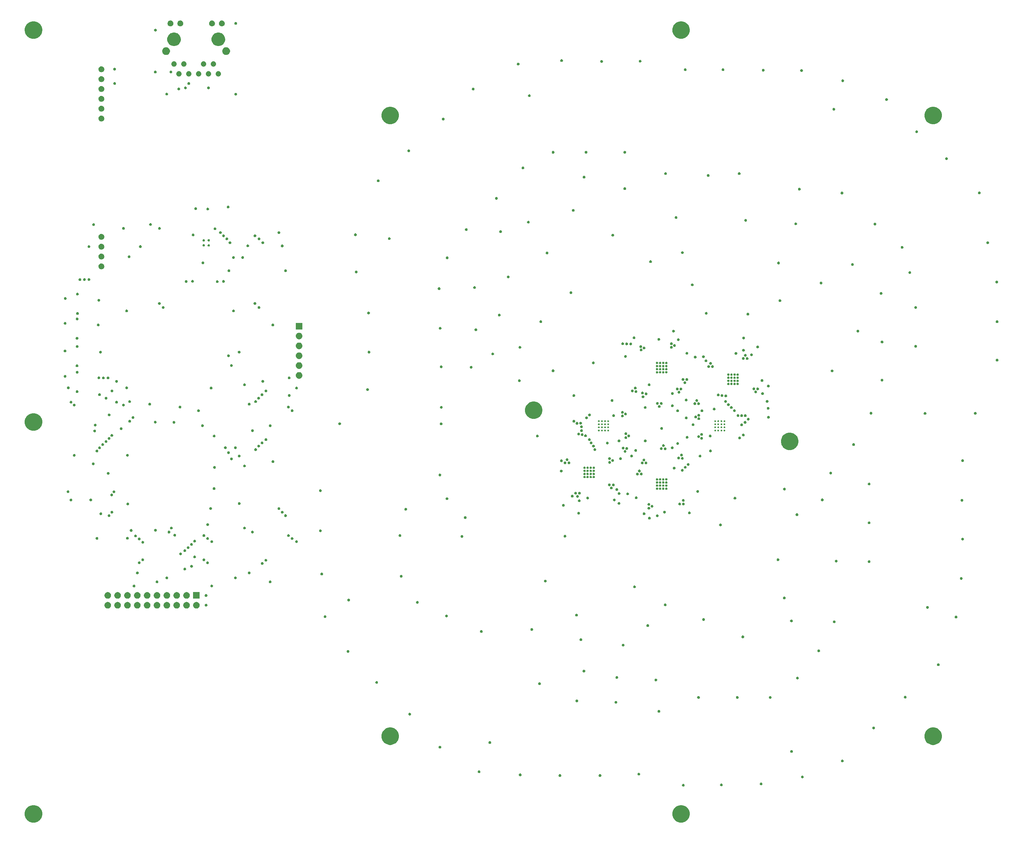
<source format=gbs>
G04 #@! TF.GenerationSoftware,KiCad,Pcbnew,(5.0.1)-4*
G04 #@! TF.CreationDate,2018-12-21T14:08:07-08:00*
G04 #@! TF.ProjectId,EllBayInd-LocOsc,456C6C426179496E642D4C6F634F7363,rev?*
G04 #@! TF.SameCoordinates,Original*
G04 #@! TF.FileFunction,Soldermask,Bot*
G04 #@! TF.FilePolarity,Negative*
%FSLAX46Y46*%
G04 Gerber Fmt 4.6, Leading zero omitted, Abs format (unit mm)*
G04 Created by KiCad (PCBNEW (5.0.1)-4) date 12/21/2018 2:08:07 PM*
%MOMM*%
%LPD*%
G01*
G04 APERTURE LIST*
%ADD10C,0.200000*%
G04 APERTURE END LIST*
D10*
G36*
X195656297Y-227836465D02*
X195656298Y-227836465D01*
X195656301Y-227836466D01*
X196065775Y-228006076D01*
X196065777Y-228006077D01*
X196429387Y-228249034D01*
X196434292Y-228252311D01*
X196747689Y-228565708D01*
X196993924Y-228934225D01*
X197163534Y-229343699D01*
X197250000Y-229778394D01*
X197250000Y-230221606D01*
X197163534Y-230656301D01*
X196993924Y-231065775D01*
X196747689Y-231434292D01*
X196434292Y-231747689D01*
X196434289Y-231747691D01*
X196065777Y-231993923D01*
X196065776Y-231993924D01*
X196065775Y-231993924D01*
X195656301Y-232163534D01*
X195656298Y-232163535D01*
X195656297Y-232163535D01*
X195221608Y-232250000D01*
X194778392Y-232250000D01*
X194343703Y-232163535D01*
X194343702Y-232163535D01*
X194343699Y-232163534D01*
X193934225Y-231993924D01*
X193934224Y-231993924D01*
X193934223Y-231993923D01*
X193565711Y-231747691D01*
X193565708Y-231747689D01*
X193252311Y-231434292D01*
X193006076Y-231065775D01*
X192836466Y-230656301D01*
X192750000Y-230221606D01*
X192750000Y-229778394D01*
X192836466Y-229343699D01*
X193006076Y-228934225D01*
X193252311Y-228565708D01*
X193565708Y-228252311D01*
X193570613Y-228249034D01*
X193934223Y-228006077D01*
X193934225Y-228006076D01*
X194343699Y-227836466D01*
X194343702Y-227836465D01*
X194343703Y-227836465D01*
X194778392Y-227750000D01*
X195221608Y-227750000D01*
X195656297Y-227836465D01*
X195656297Y-227836465D01*
G37*
G36*
X28656297Y-227836465D02*
X28656298Y-227836465D01*
X28656301Y-227836466D01*
X29065775Y-228006076D01*
X29065777Y-228006077D01*
X29429387Y-228249034D01*
X29434292Y-228252311D01*
X29747689Y-228565708D01*
X29993924Y-228934225D01*
X30163534Y-229343699D01*
X30250000Y-229778394D01*
X30250000Y-230221606D01*
X30163534Y-230656301D01*
X29993924Y-231065775D01*
X29747689Y-231434292D01*
X29434292Y-231747689D01*
X29434289Y-231747691D01*
X29065777Y-231993923D01*
X29065776Y-231993924D01*
X29065775Y-231993924D01*
X28656301Y-232163534D01*
X28656298Y-232163535D01*
X28656297Y-232163535D01*
X28221608Y-232250000D01*
X27778392Y-232250000D01*
X27343703Y-232163535D01*
X27343702Y-232163535D01*
X27343699Y-232163534D01*
X26934225Y-231993924D01*
X26934224Y-231993924D01*
X26934223Y-231993923D01*
X26565711Y-231747691D01*
X26565708Y-231747689D01*
X26252311Y-231434292D01*
X26006076Y-231065775D01*
X25836466Y-230656301D01*
X25750000Y-230221606D01*
X25750000Y-229778394D01*
X25836466Y-229343699D01*
X26006076Y-228934225D01*
X26252311Y-228565708D01*
X26565708Y-228252311D01*
X26570613Y-228249034D01*
X26934223Y-228006077D01*
X26934225Y-228006076D01*
X27343699Y-227836466D01*
X27343702Y-227836465D01*
X27343703Y-227836465D01*
X27778392Y-227750000D01*
X28221608Y-227750000D01*
X28656297Y-227836465D01*
X28656297Y-227836465D01*
G37*
G36*
X195679591Y-222304650D02*
X195724633Y-222323307D01*
X195743290Y-222331035D01*
X195800352Y-222369164D01*
X195800612Y-222369337D01*
X195849363Y-222418088D01*
X195849365Y-222418091D01*
X195887665Y-222475410D01*
X195887666Y-222475413D01*
X195914050Y-222539109D01*
X195927500Y-222606728D01*
X195927500Y-222675672D01*
X195914050Y-222743291D01*
X195900746Y-222775409D01*
X195887665Y-222806990D01*
X195850597Y-222862465D01*
X195849363Y-222864312D01*
X195800612Y-222913063D01*
X195800609Y-222913065D01*
X195743290Y-222951365D01*
X195724633Y-222959093D01*
X195679591Y-222977750D01*
X195611972Y-222991200D01*
X195543028Y-222991200D01*
X195475409Y-222977750D01*
X195430367Y-222959093D01*
X195411710Y-222951365D01*
X195354391Y-222913065D01*
X195354388Y-222913063D01*
X195305637Y-222864312D01*
X195304403Y-222862465D01*
X195267335Y-222806990D01*
X195254254Y-222775409D01*
X195240950Y-222743291D01*
X195227500Y-222675672D01*
X195227500Y-222606728D01*
X195240950Y-222539109D01*
X195267334Y-222475413D01*
X195267335Y-222475410D01*
X195305635Y-222418091D01*
X195305637Y-222418088D01*
X195354388Y-222369337D01*
X195354648Y-222369164D01*
X195411710Y-222331035D01*
X195430367Y-222323307D01*
X195475409Y-222304650D01*
X195543028Y-222291200D01*
X195611972Y-222291200D01*
X195679591Y-222304650D01*
X195679591Y-222304650D01*
G37*
G36*
X205496691Y-222215750D02*
X205541733Y-222234407D01*
X205560390Y-222242135D01*
X205617452Y-222280264D01*
X205617712Y-222280437D01*
X205666463Y-222329188D01*
X205666465Y-222329191D01*
X205704765Y-222386510D01*
X205704766Y-222386513D01*
X205731150Y-222450209D01*
X205744600Y-222517828D01*
X205744600Y-222586772D01*
X205731150Y-222654391D01*
X205722336Y-222675669D01*
X205704765Y-222718090D01*
X205687925Y-222743292D01*
X205666463Y-222775412D01*
X205617712Y-222824163D01*
X205617709Y-222824165D01*
X205560390Y-222862465D01*
X205541733Y-222870193D01*
X205496691Y-222888850D01*
X205429072Y-222902300D01*
X205360128Y-222902300D01*
X205292509Y-222888850D01*
X205247467Y-222870193D01*
X205228810Y-222862465D01*
X205171491Y-222824165D01*
X205171488Y-222824163D01*
X205122737Y-222775412D01*
X205101275Y-222743292D01*
X205084435Y-222718090D01*
X205066864Y-222675669D01*
X205058050Y-222654391D01*
X205044600Y-222586772D01*
X205044600Y-222517828D01*
X205058050Y-222450209D01*
X205084434Y-222386513D01*
X205084435Y-222386510D01*
X205122735Y-222329191D01*
X205122737Y-222329188D01*
X205171488Y-222280437D01*
X205171748Y-222280264D01*
X205228810Y-222242135D01*
X205247467Y-222234407D01*
X205292509Y-222215750D01*
X205360128Y-222202300D01*
X205429072Y-222202300D01*
X205496691Y-222215750D01*
X205496691Y-222215750D01*
G37*
G36*
X215745591Y-221961750D02*
X215790633Y-221980407D01*
X215809290Y-221988135D01*
X215866352Y-222026264D01*
X215866612Y-222026437D01*
X215915363Y-222075188D01*
X215915365Y-222075191D01*
X215953665Y-222132510D01*
X215953666Y-222132513D01*
X215980050Y-222196209D01*
X215993500Y-222263828D01*
X215993500Y-222332772D01*
X215980050Y-222400391D01*
X215972718Y-222418091D01*
X215953665Y-222464090D01*
X215917758Y-222517828D01*
X215915363Y-222521412D01*
X215866612Y-222570163D01*
X215866609Y-222570165D01*
X215809290Y-222608465D01*
X215790633Y-222616193D01*
X215745591Y-222634850D01*
X215677972Y-222648300D01*
X215609028Y-222648300D01*
X215541409Y-222634850D01*
X215496367Y-222616193D01*
X215477710Y-222608465D01*
X215420391Y-222570165D01*
X215420388Y-222570163D01*
X215371637Y-222521412D01*
X215369242Y-222517828D01*
X215333335Y-222464090D01*
X215314282Y-222418091D01*
X215306950Y-222400391D01*
X215293500Y-222332772D01*
X215293500Y-222263828D01*
X215306950Y-222196209D01*
X215333334Y-222132513D01*
X215333335Y-222132510D01*
X215371635Y-222075191D01*
X215371637Y-222075188D01*
X215420388Y-222026437D01*
X215420648Y-222026264D01*
X215477710Y-221988135D01*
X215496367Y-221980407D01*
X215541409Y-221961750D01*
X215609028Y-221948300D01*
X215677972Y-221948300D01*
X215745591Y-221961750D01*
X215745591Y-221961750D01*
G37*
G36*
X226375491Y-220145650D02*
X226420533Y-220164307D01*
X226439190Y-220172035D01*
X226496252Y-220210164D01*
X226496512Y-220210337D01*
X226545263Y-220259088D01*
X226545265Y-220259091D01*
X226583565Y-220316410D01*
X226583566Y-220316413D01*
X226609950Y-220380109D01*
X226623400Y-220447728D01*
X226623400Y-220516672D01*
X226609950Y-220584291D01*
X226591293Y-220629333D01*
X226583565Y-220647990D01*
X226545436Y-220705052D01*
X226545263Y-220705312D01*
X226496512Y-220754063D01*
X226496509Y-220754065D01*
X226439190Y-220792365D01*
X226420533Y-220800093D01*
X226375491Y-220818750D01*
X226307872Y-220832200D01*
X226238928Y-220832200D01*
X226171309Y-220818750D01*
X226126267Y-220800093D01*
X226107610Y-220792365D01*
X226050291Y-220754065D01*
X226050288Y-220754063D01*
X226001537Y-220705312D01*
X226001364Y-220705052D01*
X225963235Y-220647990D01*
X225955507Y-220629333D01*
X225936850Y-220584291D01*
X225923400Y-220516672D01*
X225923400Y-220447728D01*
X225936850Y-220380109D01*
X225963234Y-220316413D01*
X225963235Y-220316410D01*
X226001535Y-220259091D01*
X226001537Y-220259088D01*
X226050288Y-220210337D01*
X226050548Y-220210164D01*
X226107610Y-220172035D01*
X226126267Y-220164307D01*
X226171309Y-220145650D01*
X226238928Y-220132200D01*
X226307872Y-220132200D01*
X226375491Y-220145650D01*
X226375491Y-220145650D01*
G37*
G36*
X174203891Y-219777350D02*
X174248933Y-219796007D01*
X174267590Y-219803735D01*
X174324652Y-219841864D01*
X174324912Y-219842037D01*
X174373663Y-219890788D01*
X174373665Y-219890791D01*
X174411965Y-219948110D01*
X174411966Y-219948113D01*
X174438350Y-220011809D01*
X174451800Y-220079428D01*
X174451800Y-220148372D01*
X174438350Y-220215991D01*
X174420549Y-220258965D01*
X174411965Y-220279690D01*
X174387429Y-220316410D01*
X174373663Y-220337012D01*
X174324912Y-220385763D01*
X174324909Y-220385765D01*
X174267590Y-220424065D01*
X174248933Y-220431793D01*
X174203891Y-220450450D01*
X174136272Y-220463900D01*
X174067328Y-220463900D01*
X173999709Y-220450450D01*
X173954667Y-220431793D01*
X173936010Y-220424065D01*
X173878691Y-220385765D01*
X173878688Y-220385763D01*
X173829937Y-220337012D01*
X173816171Y-220316410D01*
X173791635Y-220279690D01*
X173783051Y-220258965D01*
X173765250Y-220215991D01*
X173751800Y-220148372D01*
X173751800Y-220079428D01*
X173765250Y-220011809D01*
X173791634Y-219948113D01*
X173791635Y-219948110D01*
X173829935Y-219890791D01*
X173829937Y-219890788D01*
X173878688Y-219842037D01*
X173878948Y-219841864D01*
X173936010Y-219803735D01*
X173954667Y-219796007D01*
X173999709Y-219777350D01*
X174067328Y-219763900D01*
X174136272Y-219763900D01*
X174203891Y-219777350D01*
X174203891Y-219777350D01*
G37*
G36*
X163866091Y-219777350D02*
X163911133Y-219796007D01*
X163929790Y-219803735D01*
X163986852Y-219841864D01*
X163987112Y-219842037D01*
X164035863Y-219890788D01*
X164035865Y-219890791D01*
X164074165Y-219948110D01*
X164074166Y-219948113D01*
X164100550Y-220011809D01*
X164114000Y-220079428D01*
X164114000Y-220148372D01*
X164100550Y-220215991D01*
X164082749Y-220258965D01*
X164074165Y-220279690D01*
X164049629Y-220316410D01*
X164035863Y-220337012D01*
X163987112Y-220385763D01*
X163987109Y-220385765D01*
X163929790Y-220424065D01*
X163911133Y-220431793D01*
X163866091Y-220450450D01*
X163798472Y-220463900D01*
X163729528Y-220463900D01*
X163661909Y-220450450D01*
X163616867Y-220431793D01*
X163598210Y-220424065D01*
X163540891Y-220385765D01*
X163540888Y-220385763D01*
X163492137Y-220337012D01*
X163478371Y-220316410D01*
X163453835Y-220279690D01*
X163445251Y-220258965D01*
X163427450Y-220215991D01*
X163414000Y-220148372D01*
X163414000Y-220079428D01*
X163427450Y-220011809D01*
X163453834Y-219948113D01*
X163453835Y-219948110D01*
X163492135Y-219890791D01*
X163492137Y-219890788D01*
X163540888Y-219842037D01*
X163541148Y-219841864D01*
X163598210Y-219803735D01*
X163616867Y-219796007D01*
X163661909Y-219777350D01*
X163729528Y-219763900D01*
X163798472Y-219763900D01*
X163866091Y-219777350D01*
X163866091Y-219777350D01*
G37*
G36*
X153617191Y-219612250D02*
X153662233Y-219630907D01*
X153680890Y-219638635D01*
X153726196Y-219668908D01*
X153738212Y-219676937D01*
X153786963Y-219725688D01*
X153786965Y-219725691D01*
X153825265Y-219783010D01*
X153825266Y-219783013D01*
X153851650Y-219846709D01*
X153865100Y-219914328D01*
X153865100Y-219983272D01*
X153851650Y-220050891D01*
X153832993Y-220095933D01*
X153825265Y-220114590D01*
X153804511Y-220145650D01*
X153786963Y-220171912D01*
X153738212Y-220220663D01*
X153738209Y-220220665D01*
X153680890Y-220258965D01*
X153662233Y-220266693D01*
X153617191Y-220285350D01*
X153549572Y-220298800D01*
X153480628Y-220298800D01*
X153413009Y-220285350D01*
X153367967Y-220266693D01*
X153349310Y-220258965D01*
X153291991Y-220220665D01*
X153291988Y-220220663D01*
X153243237Y-220171912D01*
X153225689Y-220145650D01*
X153204935Y-220114590D01*
X153197207Y-220095933D01*
X153178550Y-220050891D01*
X153165100Y-219983272D01*
X153165100Y-219914328D01*
X153178550Y-219846709D01*
X153204934Y-219783013D01*
X153204935Y-219783010D01*
X153243235Y-219725691D01*
X153243237Y-219725688D01*
X153291988Y-219676937D01*
X153304004Y-219668908D01*
X153349310Y-219638635D01*
X153367967Y-219630907D01*
X153413009Y-219612250D01*
X153480628Y-219598800D01*
X153549572Y-219598800D01*
X153617191Y-219612250D01*
X153617191Y-219612250D01*
G37*
G36*
X184211491Y-219434450D02*
X184256533Y-219453107D01*
X184275190Y-219460835D01*
X184330734Y-219497949D01*
X184332512Y-219499137D01*
X184381263Y-219547888D01*
X184381265Y-219547891D01*
X184419565Y-219605210D01*
X184419566Y-219605213D01*
X184445950Y-219668909D01*
X184459400Y-219736528D01*
X184459400Y-219805472D01*
X184445950Y-219873091D01*
X184438618Y-219890791D01*
X184419565Y-219936790D01*
X184388508Y-219983269D01*
X184381263Y-219994112D01*
X184332512Y-220042863D01*
X184332509Y-220042865D01*
X184275190Y-220081165D01*
X184256533Y-220088893D01*
X184211491Y-220107550D01*
X184143872Y-220121000D01*
X184074928Y-220121000D01*
X184007309Y-220107550D01*
X183962267Y-220088893D01*
X183943610Y-220081165D01*
X183886291Y-220042865D01*
X183886288Y-220042863D01*
X183837537Y-219994112D01*
X183830292Y-219983269D01*
X183799235Y-219936790D01*
X183780182Y-219890791D01*
X183772850Y-219873091D01*
X183759400Y-219805472D01*
X183759400Y-219736528D01*
X183772850Y-219668909D01*
X183799234Y-219605213D01*
X183799235Y-219605210D01*
X183837535Y-219547891D01*
X183837537Y-219547888D01*
X183886288Y-219499137D01*
X183888066Y-219497949D01*
X183943610Y-219460835D01*
X183962267Y-219453107D01*
X184007309Y-219434450D01*
X184074928Y-219421000D01*
X184143872Y-219421000D01*
X184211491Y-219434450D01*
X184211491Y-219434450D01*
G37*
G36*
X143012691Y-218824850D02*
X143057733Y-218843507D01*
X143076390Y-218851235D01*
X143133452Y-218889364D01*
X143133712Y-218889537D01*
X143182463Y-218938288D01*
X143182465Y-218938291D01*
X143220765Y-218995610D01*
X143220766Y-218995613D01*
X143247150Y-219059309D01*
X143260600Y-219126928D01*
X143260600Y-219195872D01*
X143247150Y-219263491D01*
X143228493Y-219308533D01*
X143220765Y-219327190D01*
X143182636Y-219384252D01*
X143182463Y-219384512D01*
X143133712Y-219433263D01*
X143133709Y-219433265D01*
X143076390Y-219471565D01*
X143057733Y-219479293D01*
X143012691Y-219497950D01*
X142945072Y-219511400D01*
X142876128Y-219511400D01*
X142808509Y-219497950D01*
X142763467Y-219479293D01*
X142744810Y-219471565D01*
X142687491Y-219433265D01*
X142687488Y-219433263D01*
X142638737Y-219384512D01*
X142638564Y-219384252D01*
X142600435Y-219327190D01*
X142592707Y-219308533D01*
X142574050Y-219263491D01*
X142560600Y-219195872D01*
X142560600Y-219126928D01*
X142574050Y-219059309D01*
X142600434Y-218995613D01*
X142600435Y-218995610D01*
X142638735Y-218938291D01*
X142638737Y-218938288D01*
X142687488Y-218889537D01*
X142687748Y-218889364D01*
X142744810Y-218851235D01*
X142763467Y-218843507D01*
X142808509Y-218824850D01*
X142876128Y-218811400D01*
X142945072Y-218811400D01*
X143012691Y-218824850D01*
X143012691Y-218824850D01*
G37*
G36*
X236687891Y-216043550D02*
X236732933Y-216062207D01*
X236751590Y-216069935D01*
X236808652Y-216108064D01*
X236808912Y-216108237D01*
X236857663Y-216156988D01*
X236857665Y-216156991D01*
X236895965Y-216214310D01*
X236895966Y-216214313D01*
X236922350Y-216278009D01*
X236935800Y-216345628D01*
X236935800Y-216414572D01*
X236922350Y-216482191D01*
X236903693Y-216527233D01*
X236895965Y-216545890D01*
X236857836Y-216602952D01*
X236857663Y-216603212D01*
X236808912Y-216651963D01*
X236808909Y-216651965D01*
X236751590Y-216690265D01*
X236732933Y-216697993D01*
X236687891Y-216716650D01*
X236620272Y-216730100D01*
X236551328Y-216730100D01*
X236483709Y-216716650D01*
X236438667Y-216697993D01*
X236420010Y-216690265D01*
X236362691Y-216651965D01*
X236362688Y-216651963D01*
X236313937Y-216603212D01*
X236313764Y-216602952D01*
X236275635Y-216545890D01*
X236267907Y-216527233D01*
X236249250Y-216482191D01*
X236235800Y-216414572D01*
X236235800Y-216345628D01*
X236249250Y-216278009D01*
X236275634Y-216214313D01*
X236275635Y-216214310D01*
X236313935Y-216156991D01*
X236313937Y-216156988D01*
X236362688Y-216108237D01*
X236362948Y-216108064D01*
X236420010Y-216069935D01*
X236438667Y-216062207D01*
X236483709Y-216043550D01*
X236551328Y-216030100D01*
X236620272Y-216030100D01*
X236687891Y-216043550D01*
X236687891Y-216043550D01*
G37*
G36*
X223594191Y-213592450D02*
X223639233Y-213611107D01*
X223657890Y-213618835D01*
X223714952Y-213656964D01*
X223715212Y-213657137D01*
X223763963Y-213705888D01*
X223763965Y-213705891D01*
X223802265Y-213763210D01*
X223802266Y-213763213D01*
X223828650Y-213826909D01*
X223842100Y-213894528D01*
X223842100Y-213963472D01*
X223828650Y-214031091D01*
X223809993Y-214076133D01*
X223802265Y-214094790D01*
X223764136Y-214151852D01*
X223763963Y-214152112D01*
X223715212Y-214200863D01*
X223715209Y-214200865D01*
X223657890Y-214239165D01*
X223639233Y-214246893D01*
X223594191Y-214265550D01*
X223526572Y-214279000D01*
X223457628Y-214279000D01*
X223390009Y-214265550D01*
X223344967Y-214246893D01*
X223326310Y-214239165D01*
X223268991Y-214200865D01*
X223268988Y-214200863D01*
X223220237Y-214152112D01*
X223220064Y-214151852D01*
X223181935Y-214094790D01*
X223174207Y-214076133D01*
X223155550Y-214031091D01*
X223142100Y-213963472D01*
X223142100Y-213894528D01*
X223155550Y-213826909D01*
X223181934Y-213763213D01*
X223181935Y-213763210D01*
X223220235Y-213705891D01*
X223220237Y-213705888D01*
X223268988Y-213657137D01*
X223269248Y-213656964D01*
X223326310Y-213618835D01*
X223344967Y-213611107D01*
X223390009Y-213592450D01*
X223457628Y-213579000D01*
X223526572Y-213579000D01*
X223594191Y-213592450D01*
X223594191Y-213592450D01*
G37*
G36*
X132928891Y-212487550D02*
X132973933Y-212506207D01*
X132992590Y-212513935D01*
X133049652Y-212552064D01*
X133049912Y-212552237D01*
X133098663Y-212600988D01*
X133098665Y-212600991D01*
X133136965Y-212658310D01*
X133136966Y-212658313D01*
X133163350Y-212722009D01*
X133176800Y-212789628D01*
X133176800Y-212858572D01*
X133163350Y-212926191D01*
X133144693Y-212971233D01*
X133136965Y-212989890D01*
X133098836Y-213046952D01*
X133098663Y-213047212D01*
X133049912Y-213095963D01*
X133049909Y-213095965D01*
X132992590Y-213134265D01*
X132973933Y-213141993D01*
X132928891Y-213160650D01*
X132861272Y-213174100D01*
X132792328Y-213174100D01*
X132724709Y-213160650D01*
X132679667Y-213141993D01*
X132661010Y-213134265D01*
X132603691Y-213095965D01*
X132603688Y-213095963D01*
X132554937Y-213047212D01*
X132554764Y-213046952D01*
X132516635Y-212989890D01*
X132508907Y-212971233D01*
X132490250Y-212926191D01*
X132476800Y-212858572D01*
X132476800Y-212789628D01*
X132490250Y-212722009D01*
X132516634Y-212658313D01*
X132516635Y-212658310D01*
X132554935Y-212600991D01*
X132554937Y-212600988D01*
X132603688Y-212552237D01*
X132603948Y-212552064D01*
X132661010Y-212513935D01*
X132679667Y-212506207D01*
X132724709Y-212487550D01*
X132792328Y-212474100D01*
X132861272Y-212474100D01*
X132928891Y-212487550D01*
X132928891Y-212487550D01*
G37*
G36*
X120656297Y-207836465D02*
X120656298Y-207836465D01*
X120656301Y-207836466D01*
X121065775Y-208006076D01*
X121065777Y-208006077D01*
X121429387Y-208249034D01*
X121434292Y-208252311D01*
X121747689Y-208565708D01*
X121993924Y-208934225D01*
X122163534Y-209343699D01*
X122250000Y-209778394D01*
X122250000Y-210221606D01*
X122163534Y-210656301D01*
X121993924Y-211065775D01*
X121747689Y-211434292D01*
X121434292Y-211747689D01*
X121434289Y-211747691D01*
X121065777Y-211993923D01*
X121065776Y-211993924D01*
X121065775Y-211993924D01*
X120656301Y-212163534D01*
X120656298Y-212163535D01*
X120656297Y-212163535D01*
X120221608Y-212250000D01*
X119778392Y-212250000D01*
X119343703Y-212163535D01*
X119343702Y-212163535D01*
X119343699Y-212163534D01*
X118934225Y-211993924D01*
X118934224Y-211993924D01*
X118934223Y-211993923D01*
X118565711Y-211747691D01*
X118565708Y-211747689D01*
X118252311Y-211434292D01*
X118006076Y-211065775D01*
X117836466Y-210656301D01*
X117750000Y-210221606D01*
X117750000Y-209778394D01*
X117836466Y-209343699D01*
X118006076Y-208934225D01*
X118252311Y-208565708D01*
X118565708Y-208252311D01*
X118570613Y-208249034D01*
X118934223Y-208006077D01*
X118934225Y-208006076D01*
X119343699Y-207836466D01*
X119343702Y-207836465D01*
X119343703Y-207836465D01*
X119778392Y-207750000D01*
X120221608Y-207750000D01*
X120656297Y-207836465D01*
X120656297Y-207836465D01*
G37*
G36*
X260656297Y-207836465D02*
X260656298Y-207836465D01*
X260656301Y-207836466D01*
X261065775Y-208006076D01*
X261065777Y-208006077D01*
X261429387Y-208249034D01*
X261434292Y-208252311D01*
X261747689Y-208565708D01*
X261993924Y-208934225D01*
X262163534Y-209343699D01*
X262250000Y-209778394D01*
X262250000Y-210221606D01*
X262163534Y-210656301D01*
X261993924Y-211065775D01*
X261747689Y-211434292D01*
X261434292Y-211747689D01*
X261434289Y-211747691D01*
X261065777Y-211993923D01*
X261065776Y-211993924D01*
X261065775Y-211993924D01*
X260656301Y-212163534D01*
X260656298Y-212163535D01*
X260656297Y-212163535D01*
X260221608Y-212250000D01*
X259778392Y-212250000D01*
X259343703Y-212163535D01*
X259343702Y-212163535D01*
X259343699Y-212163534D01*
X258934225Y-211993924D01*
X258934224Y-211993924D01*
X258934223Y-211993923D01*
X258565711Y-211747691D01*
X258565708Y-211747689D01*
X258252311Y-211434292D01*
X258006076Y-211065775D01*
X257836466Y-210656301D01*
X257750000Y-210221606D01*
X257750000Y-209778394D01*
X257836466Y-209343699D01*
X258006076Y-208934225D01*
X258252311Y-208565708D01*
X258565708Y-208252311D01*
X258570613Y-208249034D01*
X258934223Y-208006077D01*
X258934225Y-208006076D01*
X259343699Y-207836466D01*
X259343702Y-207836465D01*
X259343703Y-207836465D01*
X259778392Y-207750000D01*
X260221608Y-207750000D01*
X260656297Y-207836465D01*
X260656297Y-207836465D01*
G37*
G36*
X145793991Y-211268350D02*
X145839033Y-211287007D01*
X145857690Y-211294735D01*
X145914752Y-211332864D01*
X145915012Y-211333037D01*
X145963763Y-211381788D01*
X145963765Y-211381791D01*
X146002065Y-211439110D01*
X146002066Y-211439113D01*
X146028450Y-211502809D01*
X146041900Y-211570428D01*
X146041900Y-211639372D01*
X146028450Y-211706991D01*
X146011592Y-211747689D01*
X146002065Y-211770690D01*
X145963936Y-211827752D01*
X145963763Y-211828012D01*
X145915012Y-211876763D01*
X145915009Y-211876765D01*
X145857690Y-211915065D01*
X145839033Y-211922793D01*
X145793991Y-211941450D01*
X145726372Y-211954900D01*
X145657428Y-211954900D01*
X145589809Y-211941450D01*
X145544767Y-211922793D01*
X145526110Y-211915065D01*
X145468791Y-211876765D01*
X145468788Y-211876763D01*
X145420037Y-211828012D01*
X145419864Y-211827752D01*
X145381735Y-211770690D01*
X145372208Y-211747689D01*
X145355350Y-211706991D01*
X145341900Y-211639372D01*
X145341900Y-211570428D01*
X145355350Y-211502809D01*
X145381734Y-211439113D01*
X145381735Y-211439110D01*
X145420035Y-211381791D01*
X145420037Y-211381788D01*
X145468788Y-211333037D01*
X145469048Y-211332864D01*
X145526110Y-211294735D01*
X145544767Y-211287007D01*
X145589809Y-211268350D01*
X145657428Y-211254900D01*
X145726372Y-211254900D01*
X145793991Y-211268350D01*
X145793991Y-211268350D01*
G37*
G36*
X244765091Y-207521850D02*
X244810133Y-207540507D01*
X244828790Y-207548235D01*
X244885852Y-207586364D01*
X244886112Y-207586537D01*
X244934863Y-207635288D01*
X244934865Y-207635291D01*
X244973165Y-207692610D01*
X244973166Y-207692613D01*
X244999550Y-207756309D01*
X245013000Y-207823928D01*
X245013000Y-207892872D01*
X244999550Y-207960491D01*
X244980893Y-208005533D01*
X244973165Y-208024190D01*
X244935036Y-208081252D01*
X244934863Y-208081512D01*
X244886112Y-208130263D01*
X244886109Y-208130265D01*
X244828790Y-208168565D01*
X244810133Y-208176293D01*
X244765091Y-208194950D01*
X244697472Y-208208400D01*
X244628528Y-208208400D01*
X244560909Y-208194950D01*
X244515867Y-208176293D01*
X244497210Y-208168565D01*
X244439891Y-208130265D01*
X244439888Y-208130263D01*
X244391137Y-208081512D01*
X244390964Y-208081252D01*
X244352835Y-208024190D01*
X244345107Y-208005533D01*
X244326450Y-207960491D01*
X244313000Y-207892872D01*
X244313000Y-207823928D01*
X244326450Y-207756309D01*
X244352834Y-207692613D01*
X244352835Y-207692610D01*
X244391135Y-207635291D01*
X244391137Y-207635288D01*
X244439888Y-207586537D01*
X244440148Y-207586364D01*
X244497210Y-207548235D01*
X244515867Y-207540507D01*
X244560909Y-207521850D01*
X244628528Y-207508400D01*
X244697472Y-207508400D01*
X244765091Y-207521850D01*
X244765091Y-207521850D01*
G37*
G36*
X125118391Y-203965850D02*
X125163433Y-203984507D01*
X125182090Y-203992235D01*
X125239152Y-204030364D01*
X125239412Y-204030537D01*
X125288163Y-204079288D01*
X125288165Y-204079291D01*
X125326465Y-204136610D01*
X125326466Y-204136613D01*
X125352850Y-204200309D01*
X125366300Y-204267928D01*
X125366300Y-204336872D01*
X125352850Y-204404491D01*
X125334193Y-204449533D01*
X125326465Y-204468190D01*
X125288336Y-204525252D01*
X125288163Y-204525512D01*
X125239412Y-204574263D01*
X125239409Y-204574265D01*
X125182090Y-204612565D01*
X125163433Y-204620293D01*
X125118391Y-204638950D01*
X125050772Y-204652400D01*
X124981828Y-204652400D01*
X124914209Y-204638950D01*
X124869167Y-204620293D01*
X124850510Y-204612565D01*
X124793191Y-204574265D01*
X124793188Y-204574263D01*
X124744437Y-204525512D01*
X124744264Y-204525252D01*
X124706135Y-204468190D01*
X124698407Y-204449533D01*
X124679750Y-204404491D01*
X124666300Y-204336872D01*
X124666300Y-204267928D01*
X124679750Y-204200309D01*
X124706134Y-204136613D01*
X124706135Y-204136610D01*
X124744435Y-204079291D01*
X124744437Y-204079288D01*
X124793188Y-204030537D01*
X124793448Y-204030364D01*
X124850510Y-203992235D01*
X124869167Y-203984507D01*
X124914209Y-203965850D01*
X124981828Y-203952400D01*
X125050772Y-203952400D01*
X125118391Y-203965850D01*
X125118391Y-203965850D01*
G37*
G36*
X189405791Y-203254650D02*
X189450833Y-203273307D01*
X189469490Y-203281035D01*
X189526552Y-203319164D01*
X189526812Y-203319337D01*
X189575563Y-203368088D01*
X189575565Y-203368091D01*
X189613865Y-203425410D01*
X189613866Y-203425413D01*
X189640250Y-203489109D01*
X189653700Y-203556728D01*
X189653700Y-203625672D01*
X189640250Y-203693291D01*
X189621593Y-203738333D01*
X189613865Y-203756990D01*
X189575736Y-203814052D01*
X189575563Y-203814312D01*
X189526812Y-203863063D01*
X189526809Y-203863065D01*
X189469490Y-203901365D01*
X189450833Y-203909093D01*
X189405791Y-203927750D01*
X189338172Y-203941200D01*
X189269228Y-203941200D01*
X189201609Y-203927750D01*
X189156567Y-203909093D01*
X189137910Y-203901365D01*
X189080591Y-203863065D01*
X189080588Y-203863063D01*
X189031837Y-203814312D01*
X189031664Y-203814052D01*
X188993535Y-203756990D01*
X188985807Y-203738333D01*
X188967150Y-203693291D01*
X188953700Y-203625672D01*
X188953700Y-203556728D01*
X188967150Y-203489109D01*
X188993534Y-203425413D01*
X188993535Y-203425410D01*
X189031835Y-203368091D01*
X189031837Y-203368088D01*
X189080588Y-203319337D01*
X189080848Y-203319164D01*
X189137910Y-203281035D01*
X189156567Y-203273307D01*
X189201609Y-203254650D01*
X189269228Y-203241200D01*
X189338172Y-203241200D01*
X189405791Y-203254650D01*
X189405791Y-203254650D01*
G37*
G36*
X178305991Y-200905150D02*
X178351033Y-200923807D01*
X178369690Y-200931535D01*
X178426752Y-200969664D01*
X178427012Y-200969837D01*
X178475763Y-201018588D01*
X178475765Y-201018591D01*
X178514065Y-201075910D01*
X178514066Y-201075913D01*
X178540450Y-201139609D01*
X178553900Y-201207228D01*
X178553900Y-201276172D01*
X178540450Y-201343791D01*
X178521793Y-201388833D01*
X178514065Y-201407490D01*
X178475936Y-201464552D01*
X178475763Y-201464812D01*
X178427012Y-201513563D01*
X178427009Y-201513565D01*
X178369690Y-201551865D01*
X178351033Y-201559593D01*
X178305991Y-201578250D01*
X178238372Y-201591700D01*
X178169428Y-201591700D01*
X178101809Y-201578250D01*
X178056767Y-201559593D01*
X178038110Y-201551865D01*
X177980791Y-201513565D01*
X177980788Y-201513563D01*
X177932037Y-201464812D01*
X177931864Y-201464552D01*
X177893735Y-201407490D01*
X177886007Y-201388833D01*
X177867350Y-201343791D01*
X177853900Y-201276172D01*
X177853900Y-201207228D01*
X177867350Y-201139609D01*
X177893734Y-201075913D01*
X177893735Y-201075910D01*
X177932035Y-201018591D01*
X177932037Y-201018588D01*
X177980788Y-200969837D01*
X177981048Y-200969664D01*
X178038110Y-200931535D01*
X178056767Y-200923807D01*
X178101809Y-200905150D01*
X178169428Y-200891700D01*
X178238372Y-200891700D01*
X178305991Y-200905150D01*
X178305991Y-200905150D01*
G37*
G36*
X168222191Y-200562250D02*
X168267233Y-200580907D01*
X168285890Y-200588635D01*
X168342952Y-200626764D01*
X168343212Y-200626937D01*
X168391963Y-200675688D01*
X168391965Y-200675691D01*
X168430265Y-200733010D01*
X168430266Y-200733013D01*
X168456650Y-200796709D01*
X168470100Y-200864328D01*
X168470100Y-200933272D01*
X168456650Y-201000891D01*
X168449318Y-201018591D01*
X168430265Y-201064590D01*
X168392136Y-201121652D01*
X168391963Y-201121912D01*
X168343212Y-201170663D01*
X168343209Y-201170665D01*
X168285890Y-201208965D01*
X168267233Y-201216693D01*
X168222191Y-201235350D01*
X168154572Y-201248800D01*
X168085628Y-201248800D01*
X168018009Y-201235350D01*
X167972967Y-201216693D01*
X167954310Y-201208965D01*
X167896991Y-201170665D01*
X167896988Y-201170663D01*
X167848237Y-201121912D01*
X167848064Y-201121652D01*
X167809935Y-201064590D01*
X167790882Y-201018591D01*
X167783550Y-201000891D01*
X167770100Y-200933272D01*
X167770100Y-200864328D01*
X167783550Y-200796709D01*
X167809934Y-200733013D01*
X167809935Y-200733010D01*
X167848235Y-200675691D01*
X167848237Y-200675688D01*
X167896988Y-200626937D01*
X167897248Y-200626764D01*
X167954310Y-200588635D01*
X167972967Y-200580907D01*
X168018009Y-200562250D01*
X168085628Y-200548800D01*
X168154572Y-200548800D01*
X168222191Y-200562250D01*
X168222191Y-200562250D01*
G37*
G36*
X218102091Y-199663450D02*
X218147133Y-199682107D01*
X218165790Y-199689835D01*
X218196703Y-199710491D01*
X218223112Y-199728137D01*
X218271863Y-199776888D01*
X218271865Y-199776891D01*
X218310165Y-199834210D01*
X218310166Y-199834213D01*
X218336550Y-199897909D01*
X218350000Y-199965528D01*
X218350000Y-200034472D01*
X218336550Y-200102091D01*
X218317893Y-200147133D01*
X218310165Y-200165790D01*
X218272036Y-200222852D01*
X218271863Y-200223112D01*
X218223112Y-200271863D01*
X218223109Y-200271865D01*
X218165790Y-200310165D01*
X218147133Y-200317893D01*
X218102091Y-200336550D01*
X218034472Y-200350000D01*
X217965528Y-200350000D01*
X217897909Y-200336550D01*
X217852867Y-200317893D01*
X217834210Y-200310165D01*
X217776891Y-200271865D01*
X217776888Y-200271863D01*
X217728137Y-200223112D01*
X217727964Y-200222852D01*
X217689835Y-200165790D01*
X217682107Y-200147133D01*
X217663450Y-200102091D01*
X217650000Y-200034472D01*
X217650000Y-199965528D01*
X217663450Y-199897909D01*
X217689834Y-199834213D01*
X217689835Y-199834210D01*
X217728135Y-199776891D01*
X217728137Y-199776888D01*
X217776888Y-199728137D01*
X217803297Y-199710491D01*
X217834210Y-199689835D01*
X217852867Y-199682107D01*
X217897909Y-199663450D01*
X217965528Y-199650000D01*
X218034472Y-199650000D01*
X218102091Y-199663450D01*
X218102091Y-199663450D01*
G37*
G36*
X199602091Y-199663450D02*
X199647133Y-199682107D01*
X199665790Y-199689835D01*
X199696703Y-199710491D01*
X199723112Y-199728137D01*
X199771863Y-199776888D01*
X199771865Y-199776891D01*
X199810165Y-199834210D01*
X199810166Y-199834213D01*
X199836550Y-199897909D01*
X199850000Y-199965528D01*
X199850000Y-200034472D01*
X199836550Y-200102091D01*
X199817893Y-200147133D01*
X199810165Y-200165790D01*
X199772036Y-200222852D01*
X199771863Y-200223112D01*
X199723112Y-200271863D01*
X199723109Y-200271865D01*
X199665790Y-200310165D01*
X199647133Y-200317893D01*
X199602091Y-200336550D01*
X199534472Y-200350000D01*
X199465528Y-200350000D01*
X199397909Y-200336550D01*
X199352867Y-200317893D01*
X199334210Y-200310165D01*
X199276891Y-200271865D01*
X199276888Y-200271863D01*
X199228137Y-200223112D01*
X199227964Y-200222852D01*
X199189835Y-200165790D01*
X199182107Y-200147133D01*
X199163450Y-200102091D01*
X199150000Y-200034472D01*
X199150000Y-199965528D01*
X199163450Y-199897909D01*
X199189834Y-199834213D01*
X199189835Y-199834210D01*
X199228135Y-199776891D01*
X199228137Y-199776888D01*
X199276888Y-199728137D01*
X199303297Y-199710491D01*
X199334210Y-199689835D01*
X199352867Y-199682107D01*
X199397909Y-199663450D01*
X199465528Y-199650000D01*
X199534472Y-199650000D01*
X199602091Y-199663450D01*
X199602091Y-199663450D01*
G37*
G36*
X209602091Y-199663450D02*
X209647133Y-199682107D01*
X209665790Y-199689835D01*
X209696703Y-199710491D01*
X209723112Y-199728137D01*
X209771863Y-199776888D01*
X209771865Y-199776891D01*
X209810165Y-199834210D01*
X209810166Y-199834213D01*
X209836550Y-199897909D01*
X209850000Y-199965528D01*
X209850000Y-200034472D01*
X209836550Y-200102091D01*
X209817893Y-200147133D01*
X209810165Y-200165790D01*
X209772036Y-200222852D01*
X209771863Y-200223112D01*
X209723112Y-200271863D01*
X209723109Y-200271865D01*
X209665790Y-200310165D01*
X209647133Y-200317893D01*
X209602091Y-200336550D01*
X209534472Y-200350000D01*
X209465528Y-200350000D01*
X209397909Y-200336550D01*
X209352867Y-200317893D01*
X209334210Y-200310165D01*
X209276891Y-200271865D01*
X209276888Y-200271863D01*
X209228137Y-200223112D01*
X209227964Y-200222852D01*
X209189835Y-200165790D01*
X209182107Y-200147133D01*
X209163450Y-200102091D01*
X209150000Y-200034472D01*
X209150000Y-199965528D01*
X209163450Y-199897909D01*
X209189834Y-199834213D01*
X209189835Y-199834210D01*
X209228135Y-199776891D01*
X209228137Y-199776888D01*
X209276888Y-199728137D01*
X209303297Y-199710491D01*
X209334210Y-199689835D01*
X209352867Y-199682107D01*
X209397909Y-199663450D01*
X209465528Y-199650000D01*
X209534472Y-199650000D01*
X209602091Y-199663450D01*
X209602091Y-199663450D01*
G37*
G36*
X252918491Y-199597050D02*
X252963533Y-199615707D01*
X252982190Y-199623435D01*
X253039252Y-199661564D01*
X253039512Y-199661737D01*
X253088263Y-199710488D01*
X253088265Y-199710491D01*
X253126565Y-199767810D01*
X253126566Y-199767813D01*
X253152950Y-199831509D01*
X253166400Y-199899128D01*
X253166400Y-199968072D01*
X253152950Y-200035691D01*
X253134293Y-200080733D01*
X253126565Y-200099390D01*
X253088436Y-200156452D01*
X253088263Y-200156712D01*
X253039512Y-200205463D01*
X253039509Y-200205465D01*
X252982190Y-200243765D01*
X252963533Y-200251493D01*
X252918491Y-200270150D01*
X252850872Y-200283600D01*
X252781928Y-200283600D01*
X252714309Y-200270150D01*
X252669267Y-200251493D01*
X252650610Y-200243765D01*
X252593291Y-200205465D01*
X252593288Y-200205463D01*
X252544537Y-200156712D01*
X252544364Y-200156452D01*
X252506235Y-200099390D01*
X252498507Y-200080733D01*
X252479850Y-200035691D01*
X252466400Y-199968072D01*
X252466400Y-199899128D01*
X252479850Y-199831509D01*
X252506234Y-199767813D01*
X252506235Y-199767810D01*
X252544535Y-199710491D01*
X252544537Y-199710488D01*
X252593288Y-199661737D01*
X252593548Y-199661564D01*
X252650610Y-199623435D01*
X252669267Y-199615707D01*
X252714309Y-199597050D01*
X252781928Y-199583600D01*
X252850872Y-199583600D01*
X252918491Y-199597050D01*
X252918491Y-199597050D01*
G37*
G36*
X158608291Y-196129950D02*
X158653333Y-196148607D01*
X158671990Y-196156335D01*
X158729052Y-196194464D01*
X158729312Y-196194637D01*
X158778063Y-196243388D01*
X158778065Y-196243391D01*
X158816365Y-196300710D01*
X158824093Y-196319367D01*
X158842750Y-196364409D01*
X158856200Y-196432028D01*
X158856200Y-196500972D01*
X158842750Y-196568591D01*
X158824093Y-196613633D01*
X158816365Y-196632290D01*
X158778236Y-196689352D01*
X158778063Y-196689612D01*
X158729312Y-196738363D01*
X158729309Y-196738365D01*
X158671990Y-196776665D01*
X158653333Y-196784393D01*
X158608291Y-196803050D01*
X158540672Y-196816500D01*
X158471728Y-196816500D01*
X158404109Y-196803050D01*
X158359067Y-196784393D01*
X158340410Y-196776665D01*
X158283091Y-196738365D01*
X158283088Y-196738363D01*
X158234337Y-196689612D01*
X158234164Y-196689352D01*
X158196035Y-196632290D01*
X158188307Y-196613633D01*
X158169650Y-196568591D01*
X158156200Y-196500972D01*
X158156200Y-196432028D01*
X158169650Y-196364409D01*
X158188307Y-196319367D01*
X158196035Y-196300710D01*
X158234335Y-196243391D01*
X158234337Y-196243388D01*
X158283088Y-196194637D01*
X158283348Y-196194464D01*
X158340410Y-196156335D01*
X158359067Y-196148607D01*
X158404109Y-196129950D01*
X158471728Y-196116500D01*
X158540672Y-196116500D01*
X158608291Y-196129950D01*
X158608291Y-196129950D01*
G37*
G36*
X116609391Y-195799750D02*
X116634537Y-195810166D01*
X116673090Y-195826135D01*
X116730152Y-195864264D01*
X116730412Y-195864437D01*
X116779163Y-195913188D01*
X116779165Y-195913191D01*
X116817465Y-195970510D01*
X116817466Y-195970513D01*
X116843850Y-196034209D01*
X116857300Y-196101828D01*
X116857300Y-196170772D01*
X116843850Y-196238391D01*
X116825193Y-196283433D01*
X116817465Y-196302090D01*
X116779336Y-196359152D01*
X116779163Y-196359412D01*
X116730412Y-196408163D01*
X116730409Y-196408165D01*
X116673090Y-196446465D01*
X116654433Y-196454193D01*
X116609391Y-196472850D01*
X116541772Y-196486300D01*
X116472828Y-196486300D01*
X116405209Y-196472850D01*
X116360167Y-196454193D01*
X116341510Y-196446465D01*
X116284191Y-196408165D01*
X116284188Y-196408163D01*
X116235437Y-196359412D01*
X116235264Y-196359152D01*
X116197135Y-196302090D01*
X116189407Y-196283433D01*
X116170750Y-196238391D01*
X116157300Y-196170772D01*
X116157300Y-196101828D01*
X116170750Y-196034209D01*
X116197134Y-195970513D01*
X116197135Y-195970510D01*
X116235435Y-195913191D01*
X116235437Y-195913188D01*
X116284188Y-195864437D01*
X116284448Y-195864264D01*
X116341510Y-195826135D01*
X116380063Y-195810166D01*
X116405209Y-195799750D01*
X116472828Y-195786300D01*
X116541772Y-195786300D01*
X116609391Y-195799750D01*
X116609391Y-195799750D01*
G37*
G36*
X188602091Y-195163450D02*
X188647133Y-195182107D01*
X188665790Y-195189835D01*
X188722852Y-195227964D01*
X188723112Y-195228137D01*
X188771863Y-195276888D01*
X188771865Y-195276891D01*
X188810165Y-195334210D01*
X188810166Y-195334213D01*
X188836550Y-195397909D01*
X188850000Y-195465528D01*
X188850000Y-195534472D01*
X188836550Y-195602091D01*
X188817893Y-195647133D01*
X188810165Y-195665790D01*
X188772036Y-195722852D01*
X188771863Y-195723112D01*
X188723112Y-195771863D01*
X188723109Y-195771865D01*
X188665790Y-195810165D01*
X188647133Y-195817893D01*
X188602091Y-195836550D01*
X188534472Y-195850000D01*
X188465528Y-195850000D01*
X188397909Y-195836550D01*
X188352867Y-195817893D01*
X188334210Y-195810165D01*
X188276891Y-195771865D01*
X188276888Y-195771863D01*
X188228137Y-195723112D01*
X188227964Y-195722852D01*
X188189835Y-195665790D01*
X188182107Y-195647133D01*
X188163450Y-195602091D01*
X188150000Y-195534472D01*
X188150000Y-195465528D01*
X188163450Y-195397909D01*
X188189834Y-195334213D01*
X188189835Y-195334210D01*
X188228135Y-195276891D01*
X188228137Y-195276888D01*
X188276888Y-195228137D01*
X188277148Y-195227964D01*
X188334210Y-195189835D01*
X188352867Y-195182107D01*
X188397909Y-195163450D01*
X188465528Y-195150000D01*
X188534472Y-195150000D01*
X188602091Y-195163450D01*
X188602091Y-195163450D01*
G37*
G36*
X225102091Y-194663450D02*
X225147133Y-194682107D01*
X225165790Y-194689835D01*
X225222852Y-194727964D01*
X225223112Y-194728137D01*
X225271863Y-194776888D01*
X225271865Y-194776891D01*
X225310165Y-194834210D01*
X225310166Y-194834213D01*
X225336550Y-194897909D01*
X225350000Y-194965528D01*
X225350000Y-195034472D01*
X225336550Y-195102091D01*
X225326869Y-195125463D01*
X225310165Y-195165790D01*
X225272036Y-195222852D01*
X225271863Y-195223112D01*
X225223112Y-195271863D01*
X225223109Y-195271865D01*
X225165790Y-195310165D01*
X225147133Y-195317893D01*
X225102091Y-195336550D01*
X225034472Y-195350000D01*
X224965528Y-195350000D01*
X224897909Y-195336550D01*
X224852867Y-195317893D01*
X224834210Y-195310165D01*
X224776891Y-195271865D01*
X224776888Y-195271863D01*
X224728137Y-195223112D01*
X224727964Y-195222852D01*
X224689835Y-195165790D01*
X224673131Y-195125463D01*
X224663450Y-195102091D01*
X224650000Y-195034472D01*
X224650000Y-194965528D01*
X224663450Y-194897909D01*
X224689834Y-194834213D01*
X224689835Y-194834210D01*
X224728135Y-194776891D01*
X224728137Y-194776888D01*
X224776888Y-194728137D01*
X224777148Y-194727964D01*
X224834210Y-194689835D01*
X224852867Y-194682107D01*
X224897909Y-194663450D01*
X224965528Y-194650000D01*
X225034472Y-194650000D01*
X225102091Y-194663450D01*
X225102091Y-194663450D01*
G37*
G36*
X178534591Y-194517050D02*
X178579633Y-194535707D01*
X178598290Y-194543435D01*
X178655352Y-194581564D01*
X178655612Y-194581737D01*
X178704363Y-194630488D01*
X178704365Y-194630491D01*
X178742665Y-194687810D01*
X178742666Y-194687813D01*
X178769050Y-194751509D01*
X178782500Y-194819128D01*
X178782500Y-194888072D01*
X178769050Y-194955691D01*
X178764975Y-194965528D01*
X178742665Y-195019390D01*
X178732589Y-195034469D01*
X178704363Y-195076712D01*
X178655612Y-195125463D01*
X178655609Y-195125465D01*
X178598290Y-195163765D01*
X178593408Y-195165787D01*
X178534591Y-195190150D01*
X178466972Y-195203600D01*
X178398028Y-195203600D01*
X178330409Y-195190150D01*
X178271592Y-195165787D01*
X178266710Y-195163765D01*
X178209391Y-195125465D01*
X178209388Y-195125463D01*
X178160637Y-195076712D01*
X178132411Y-195034469D01*
X178122335Y-195019390D01*
X178100025Y-194965528D01*
X178095950Y-194955691D01*
X178082500Y-194888072D01*
X178082500Y-194819128D01*
X178095950Y-194751509D01*
X178122334Y-194687813D01*
X178122335Y-194687810D01*
X178160635Y-194630491D01*
X178160637Y-194630488D01*
X178209388Y-194581737D01*
X178209648Y-194581564D01*
X178266710Y-194543435D01*
X178285367Y-194535707D01*
X178330409Y-194517050D01*
X178398028Y-194503600D01*
X178466972Y-194503600D01*
X178534591Y-194517050D01*
X178534591Y-194517050D01*
G37*
G36*
X170050991Y-192866050D02*
X170096033Y-192884707D01*
X170114690Y-192892435D01*
X170171752Y-192930564D01*
X170172012Y-192930737D01*
X170220763Y-192979488D01*
X170220765Y-192979491D01*
X170259065Y-193036810D01*
X170259066Y-193036813D01*
X170285450Y-193100509D01*
X170298900Y-193168128D01*
X170298900Y-193237072D01*
X170285450Y-193304691D01*
X170266793Y-193349733D01*
X170259065Y-193368390D01*
X170220936Y-193425452D01*
X170220763Y-193425712D01*
X170172012Y-193474463D01*
X170172009Y-193474465D01*
X170114690Y-193512765D01*
X170096033Y-193520493D01*
X170050991Y-193539150D01*
X169983372Y-193552600D01*
X169914428Y-193552600D01*
X169846809Y-193539150D01*
X169801767Y-193520493D01*
X169783110Y-193512765D01*
X169725791Y-193474465D01*
X169725788Y-193474463D01*
X169677037Y-193425712D01*
X169676864Y-193425452D01*
X169638735Y-193368390D01*
X169631007Y-193349733D01*
X169612350Y-193304691D01*
X169598900Y-193237072D01*
X169598900Y-193168128D01*
X169612350Y-193100509D01*
X169638734Y-193036813D01*
X169638735Y-193036810D01*
X169677035Y-192979491D01*
X169677037Y-192979488D01*
X169725788Y-192930737D01*
X169726048Y-192930564D01*
X169783110Y-192892435D01*
X169801767Y-192884707D01*
X169846809Y-192866050D01*
X169914428Y-192852600D01*
X169983372Y-192852600D01*
X170050991Y-192866050D01*
X170050991Y-192866050D01*
G37*
G36*
X261440191Y-191240450D02*
X261485233Y-191259107D01*
X261503890Y-191266835D01*
X261560952Y-191304964D01*
X261561212Y-191305137D01*
X261609963Y-191353888D01*
X261609965Y-191353891D01*
X261648265Y-191411210D01*
X261648266Y-191411213D01*
X261674650Y-191474909D01*
X261688100Y-191542528D01*
X261688100Y-191611472D01*
X261674650Y-191679091D01*
X261655993Y-191724133D01*
X261648265Y-191742790D01*
X261610136Y-191799852D01*
X261609963Y-191800112D01*
X261561212Y-191848863D01*
X261561209Y-191848865D01*
X261503890Y-191887165D01*
X261485233Y-191894893D01*
X261440191Y-191913550D01*
X261372572Y-191927000D01*
X261303628Y-191927000D01*
X261236009Y-191913550D01*
X261190967Y-191894893D01*
X261172310Y-191887165D01*
X261114991Y-191848865D01*
X261114988Y-191848863D01*
X261066237Y-191800112D01*
X261066064Y-191799852D01*
X261027935Y-191742790D01*
X261020207Y-191724133D01*
X261001550Y-191679091D01*
X260988100Y-191611472D01*
X260988100Y-191542528D01*
X261001550Y-191474909D01*
X261027934Y-191411213D01*
X261027935Y-191411210D01*
X261066235Y-191353891D01*
X261066237Y-191353888D01*
X261114988Y-191305137D01*
X261115248Y-191304964D01*
X261172310Y-191266835D01*
X261190967Y-191259107D01*
X261236009Y-191240450D01*
X261303628Y-191227000D01*
X261372572Y-191227000D01*
X261440191Y-191240450D01*
X261440191Y-191240450D01*
G37*
G36*
X109217991Y-187786050D02*
X109263033Y-187804707D01*
X109281690Y-187812435D01*
X109338752Y-187850564D01*
X109339012Y-187850737D01*
X109387763Y-187899488D01*
X109387765Y-187899491D01*
X109426065Y-187956810D01*
X109426066Y-187956813D01*
X109452450Y-188020509D01*
X109465900Y-188088128D01*
X109465900Y-188157072D01*
X109452450Y-188224691D01*
X109433793Y-188269733D01*
X109426065Y-188288390D01*
X109393885Y-188336550D01*
X109387763Y-188345712D01*
X109339012Y-188394463D01*
X109339009Y-188394465D01*
X109281690Y-188432765D01*
X109263033Y-188440493D01*
X109217991Y-188459150D01*
X109150372Y-188472600D01*
X109081428Y-188472600D01*
X109013809Y-188459150D01*
X108968767Y-188440493D01*
X108950110Y-188432765D01*
X108892791Y-188394465D01*
X108892788Y-188394463D01*
X108844037Y-188345712D01*
X108837915Y-188336550D01*
X108805735Y-188288390D01*
X108798007Y-188269733D01*
X108779350Y-188224691D01*
X108765900Y-188157072D01*
X108765900Y-188088128D01*
X108779350Y-188020509D01*
X108805734Y-187956813D01*
X108805735Y-187956810D01*
X108844035Y-187899491D01*
X108844037Y-187899488D01*
X108892788Y-187850737D01*
X108893048Y-187850564D01*
X108950110Y-187812435D01*
X108968767Y-187804707D01*
X109013809Y-187786050D01*
X109081428Y-187772600D01*
X109150372Y-187772600D01*
X109217991Y-187786050D01*
X109217991Y-187786050D01*
G37*
G36*
X230602091Y-187663450D02*
X230647133Y-187682107D01*
X230665790Y-187689835D01*
X230722852Y-187727964D01*
X230723112Y-187728137D01*
X230771863Y-187776888D01*
X230771865Y-187776891D01*
X230810165Y-187834210D01*
X230810166Y-187834213D01*
X230836550Y-187897909D01*
X230850000Y-187965528D01*
X230850000Y-188034472D01*
X230836550Y-188102091D01*
X230817893Y-188147133D01*
X230810165Y-188165790D01*
X230772036Y-188222852D01*
X230771863Y-188223112D01*
X230723112Y-188271863D01*
X230723109Y-188271865D01*
X230665790Y-188310165D01*
X230647133Y-188317893D01*
X230602091Y-188336550D01*
X230534472Y-188350000D01*
X230465528Y-188350000D01*
X230397909Y-188336550D01*
X230352867Y-188317893D01*
X230334210Y-188310165D01*
X230276891Y-188271865D01*
X230276888Y-188271863D01*
X230228137Y-188223112D01*
X230227964Y-188222852D01*
X230189835Y-188165790D01*
X230182107Y-188147133D01*
X230163450Y-188102091D01*
X230150000Y-188034472D01*
X230150000Y-187965528D01*
X230163450Y-187897909D01*
X230189834Y-187834213D01*
X230189835Y-187834210D01*
X230228135Y-187776891D01*
X230228137Y-187776888D01*
X230276888Y-187728137D01*
X230277148Y-187727964D01*
X230334210Y-187689835D01*
X230352867Y-187682107D01*
X230397909Y-187663450D01*
X230465528Y-187650000D01*
X230534472Y-187650000D01*
X230602091Y-187663450D01*
X230602091Y-187663450D01*
G37*
G36*
X180172891Y-186173150D02*
X180217933Y-186191807D01*
X180236590Y-186199535D01*
X180293652Y-186237664D01*
X180293912Y-186237837D01*
X180342663Y-186286588D01*
X180342665Y-186286591D01*
X180380965Y-186343910D01*
X180380966Y-186343913D01*
X180407350Y-186407609D01*
X180420800Y-186475228D01*
X180420800Y-186544172D01*
X180407350Y-186611791D01*
X180388693Y-186656833D01*
X180380965Y-186675490D01*
X180342836Y-186732552D01*
X180342663Y-186732812D01*
X180293912Y-186781563D01*
X180293909Y-186781565D01*
X180236590Y-186819865D01*
X180217933Y-186827593D01*
X180172891Y-186846250D01*
X180105272Y-186859700D01*
X180036328Y-186859700D01*
X179968709Y-186846250D01*
X179923667Y-186827593D01*
X179905010Y-186819865D01*
X179847691Y-186781565D01*
X179847688Y-186781563D01*
X179798937Y-186732812D01*
X179798764Y-186732552D01*
X179760635Y-186675490D01*
X179752907Y-186656833D01*
X179734250Y-186611791D01*
X179720800Y-186544172D01*
X179720800Y-186475228D01*
X179734250Y-186407609D01*
X179760634Y-186343913D01*
X179760635Y-186343910D01*
X179798935Y-186286591D01*
X179798937Y-186286588D01*
X179847688Y-186237837D01*
X179847948Y-186237664D01*
X179905010Y-186199535D01*
X179923667Y-186191807D01*
X179968709Y-186173150D01*
X180036328Y-186159700D01*
X180105272Y-186159700D01*
X180172891Y-186173150D01*
X180172891Y-186173150D01*
G37*
G36*
X169276291Y-184776150D02*
X169321333Y-184794807D01*
X169339990Y-184802535D01*
X169397052Y-184840664D01*
X169397312Y-184840837D01*
X169446063Y-184889588D01*
X169446065Y-184889591D01*
X169484365Y-184946910D01*
X169484366Y-184946913D01*
X169510750Y-185010609D01*
X169524200Y-185078228D01*
X169524200Y-185147172D01*
X169510750Y-185214791D01*
X169492093Y-185259833D01*
X169484365Y-185278490D01*
X169446236Y-185335552D01*
X169446063Y-185335812D01*
X169397312Y-185384563D01*
X169397309Y-185384565D01*
X169339990Y-185422865D01*
X169321333Y-185430593D01*
X169276291Y-185449250D01*
X169208672Y-185462700D01*
X169139728Y-185462700D01*
X169072109Y-185449250D01*
X169027067Y-185430593D01*
X169008410Y-185422865D01*
X168951091Y-185384565D01*
X168951088Y-185384563D01*
X168902337Y-185335812D01*
X168902164Y-185335552D01*
X168864035Y-185278490D01*
X168856307Y-185259833D01*
X168837650Y-185214791D01*
X168824200Y-185147172D01*
X168824200Y-185078228D01*
X168837650Y-185010609D01*
X168864034Y-184946913D01*
X168864035Y-184946910D01*
X168902335Y-184889591D01*
X168902337Y-184889588D01*
X168951088Y-184840837D01*
X168951348Y-184840664D01*
X169008410Y-184802535D01*
X169027067Y-184794807D01*
X169072109Y-184776150D01*
X169139728Y-184762700D01*
X169208672Y-184762700D01*
X169276291Y-184776150D01*
X169276291Y-184776150D01*
G37*
G36*
X211033891Y-184052250D02*
X211078933Y-184070907D01*
X211097590Y-184078635D01*
X211154652Y-184116764D01*
X211154912Y-184116937D01*
X211203663Y-184165688D01*
X211203665Y-184165691D01*
X211241965Y-184223010D01*
X211241966Y-184223013D01*
X211268350Y-184286709D01*
X211281800Y-184354328D01*
X211281800Y-184423272D01*
X211268350Y-184490891D01*
X211249693Y-184535933D01*
X211241965Y-184554590D01*
X211203836Y-184611652D01*
X211203663Y-184611912D01*
X211154912Y-184660663D01*
X211154909Y-184660665D01*
X211097590Y-184698965D01*
X211078933Y-184706693D01*
X211033891Y-184725350D01*
X210966272Y-184738800D01*
X210897328Y-184738800D01*
X210829709Y-184725350D01*
X210784667Y-184706693D01*
X210766010Y-184698965D01*
X210708691Y-184660665D01*
X210708688Y-184660663D01*
X210659937Y-184611912D01*
X210659764Y-184611652D01*
X210621635Y-184554590D01*
X210613907Y-184535933D01*
X210595250Y-184490891D01*
X210581800Y-184423272D01*
X210581800Y-184354328D01*
X210595250Y-184286709D01*
X210621634Y-184223013D01*
X210621635Y-184223010D01*
X210659935Y-184165691D01*
X210659937Y-184165688D01*
X210708688Y-184116937D01*
X210708948Y-184116764D01*
X210766010Y-184078635D01*
X210784667Y-184070907D01*
X210829709Y-184052250D01*
X210897328Y-184038800D01*
X210966272Y-184038800D01*
X211033891Y-184052250D01*
X211033891Y-184052250D01*
G37*
G36*
X143602091Y-182663450D02*
X143647133Y-182682107D01*
X143665790Y-182689835D01*
X143722852Y-182727964D01*
X143723112Y-182728137D01*
X143771863Y-182776888D01*
X143771865Y-182776891D01*
X143810165Y-182834210D01*
X143810166Y-182834213D01*
X143836550Y-182897909D01*
X143850000Y-182965528D01*
X143850000Y-183034472D01*
X143836550Y-183102091D01*
X143817893Y-183147133D01*
X143810165Y-183165790D01*
X143772036Y-183222852D01*
X143771863Y-183223112D01*
X143723112Y-183271863D01*
X143723109Y-183271865D01*
X143665790Y-183310165D01*
X143647133Y-183317893D01*
X143602091Y-183336550D01*
X143534472Y-183350000D01*
X143465528Y-183350000D01*
X143397909Y-183336550D01*
X143352867Y-183317893D01*
X143334210Y-183310165D01*
X143276891Y-183271865D01*
X143276888Y-183271863D01*
X143228137Y-183223112D01*
X143227964Y-183222852D01*
X143189835Y-183165790D01*
X143182107Y-183147133D01*
X143163450Y-183102091D01*
X143150000Y-183034472D01*
X143150000Y-182965528D01*
X143163450Y-182897909D01*
X143189834Y-182834213D01*
X143189835Y-182834210D01*
X143228135Y-182776891D01*
X143228137Y-182776888D01*
X143276888Y-182728137D01*
X143277148Y-182727964D01*
X143334210Y-182689835D01*
X143352867Y-182682107D01*
X143397909Y-182663450D01*
X143465528Y-182650000D01*
X143534472Y-182650000D01*
X143602091Y-182663450D01*
X143602091Y-182663450D01*
G37*
G36*
X156602091Y-182163450D02*
X156647133Y-182182107D01*
X156665790Y-182189835D01*
X156722852Y-182227964D01*
X156723112Y-182228137D01*
X156771863Y-182276888D01*
X156771865Y-182276891D01*
X156810165Y-182334210D01*
X156810166Y-182334213D01*
X156836550Y-182397909D01*
X156850000Y-182465528D01*
X156850000Y-182534472D01*
X156836550Y-182602091D01*
X156817893Y-182647133D01*
X156810165Y-182665790D01*
X156794098Y-182689835D01*
X156771863Y-182723112D01*
X156723112Y-182771863D01*
X156723109Y-182771865D01*
X156665790Y-182810165D01*
X156647133Y-182817893D01*
X156602091Y-182836550D01*
X156534472Y-182850000D01*
X156465528Y-182850000D01*
X156397909Y-182836550D01*
X156352867Y-182817893D01*
X156334210Y-182810165D01*
X156276891Y-182771865D01*
X156276888Y-182771863D01*
X156228137Y-182723112D01*
X156205902Y-182689835D01*
X156189835Y-182665790D01*
X156182107Y-182647133D01*
X156163450Y-182602091D01*
X156150000Y-182534472D01*
X156150000Y-182465528D01*
X156163450Y-182397909D01*
X156189834Y-182334213D01*
X156189835Y-182334210D01*
X156228135Y-182276891D01*
X156228137Y-182276888D01*
X156276888Y-182228137D01*
X156277148Y-182227964D01*
X156334210Y-182189835D01*
X156352867Y-182182107D01*
X156397909Y-182163450D01*
X156465528Y-182150000D01*
X156534472Y-182150000D01*
X156602091Y-182163450D01*
X156602091Y-182163450D01*
G37*
G36*
X186522891Y-181156650D02*
X186567933Y-181175307D01*
X186586590Y-181183035D01*
X186643652Y-181221164D01*
X186643912Y-181221337D01*
X186692663Y-181270088D01*
X186692665Y-181270091D01*
X186730965Y-181327410D01*
X186730966Y-181327413D01*
X186757350Y-181391109D01*
X186770800Y-181458728D01*
X186770800Y-181527672D01*
X186757350Y-181595291D01*
X186738693Y-181640333D01*
X186730965Y-181658990D01*
X186692836Y-181716052D01*
X186692663Y-181716312D01*
X186643912Y-181765063D01*
X186643909Y-181765065D01*
X186586590Y-181803365D01*
X186567933Y-181811093D01*
X186522891Y-181829750D01*
X186455272Y-181843200D01*
X186386328Y-181843200D01*
X186318709Y-181829750D01*
X186273667Y-181811093D01*
X186255010Y-181803365D01*
X186197691Y-181765065D01*
X186197688Y-181765063D01*
X186148937Y-181716312D01*
X186148764Y-181716052D01*
X186110635Y-181658990D01*
X186102907Y-181640333D01*
X186084250Y-181595291D01*
X186070800Y-181527672D01*
X186070800Y-181458728D01*
X186084250Y-181391109D01*
X186110634Y-181327413D01*
X186110635Y-181327410D01*
X186148935Y-181270091D01*
X186148937Y-181270088D01*
X186197688Y-181221337D01*
X186197948Y-181221164D01*
X186255010Y-181183035D01*
X186273667Y-181175307D01*
X186318709Y-181156650D01*
X186386328Y-181143200D01*
X186455272Y-181143200D01*
X186522891Y-181156650D01*
X186522891Y-181156650D01*
G37*
G36*
X234602091Y-180163450D02*
X234647133Y-180182107D01*
X234665790Y-180189835D01*
X234722852Y-180227964D01*
X234723112Y-180228137D01*
X234771863Y-180276888D01*
X234771865Y-180276891D01*
X234810165Y-180334210D01*
X234810166Y-180334213D01*
X234836550Y-180397909D01*
X234850000Y-180465528D01*
X234850000Y-180534472D01*
X234836550Y-180602091D01*
X234833046Y-180610550D01*
X234810165Y-180665790D01*
X234772036Y-180722852D01*
X234771863Y-180723112D01*
X234723112Y-180771863D01*
X234723109Y-180771865D01*
X234665790Y-180810165D01*
X234647133Y-180817893D01*
X234602091Y-180836550D01*
X234534472Y-180850000D01*
X234465528Y-180850000D01*
X234397909Y-180836550D01*
X234352867Y-180817893D01*
X234334210Y-180810165D01*
X234276891Y-180771865D01*
X234276888Y-180771863D01*
X234228137Y-180723112D01*
X234227964Y-180722852D01*
X234189835Y-180665790D01*
X234166954Y-180610550D01*
X234163450Y-180602091D01*
X234150000Y-180534472D01*
X234150000Y-180465528D01*
X234163450Y-180397909D01*
X234189834Y-180334213D01*
X234189835Y-180334210D01*
X234228135Y-180276891D01*
X234228137Y-180276888D01*
X234276888Y-180228137D01*
X234277148Y-180227964D01*
X234334210Y-180189835D01*
X234352867Y-180182107D01*
X234397909Y-180163450D01*
X234465528Y-180150000D01*
X234534472Y-180150000D01*
X234602091Y-180163450D01*
X234602091Y-180163450D01*
G37*
G36*
X223568791Y-179937450D02*
X223613833Y-179956107D01*
X223632490Y-179963835D01*
X223689552Y-180001964D01*
X223689812Y-180002137D01*
X223738563Y-180050888D01*
X223738565Y-180050891D01*
X223776865Y-180108210D01*
X223776866Y-180108213D01*
X223803250Y-180171909D01*
X223816700Y-180239528D01*
X223816700Y-180308472D01*
X223803250Y-180376091D01*
X223784593Y-180421133D01*
X223776865Y-180439790D01*
X223759667Y-180465528D01*
X223738563Y-180497112D01*
X223689812Y-180545863D01*
X223689809Y-180545865D01*
X223632490Y-180584165D01*
X223613833Y-180591893D01*
X223568791Y-180610550D01*
X223501172Y-180624000D01*
X223432228Y-180624000D01*
X223364609Y-180610550D01*
X223319567Y-180591893D01*
X223300910Y-180584165D01*
X223243591Y-180545865D01*
X223243588Y-180545863D01*
X223194837Y-180497112D01*
X223173733Y-180465528D01*
X223156535Y-180439790D01*
X223148807Y-180421133D01*
X223130150Y-180376091D01*
X223116700Y-180308472D01*
X223116700Y-180239528D01*
X223130150Y-180171909D01*
X223156534Y-180108213D01*
X223156535Y-180108210D01*
X223194835Y-180050891D01*
X223194837Y-180050888D01*
X223243588Y-180002137D01*
X223243848Y-180001964D01*
X223300910Y-179963835D01*
X223319567Y-179956107D01*
X223364609Y-179937450D01*
X223432228Y-179924000D01*
X223501172Y-179924000D01*
X223568791Y-179937450D01*
X223568791Y-179937450D01*
G37*
G36*
X200899291Y-179581850D02*
X200944333Y-179600507D01*
X200962990Y-179608235D01*
X201000651Y-179633400D01*
X201020312Y-179646537D01*
X201069063Y-179695288D01*
X201069065Y-179695291D01*
X201107365Y-179752610D01*
X201107366Y-179752613D01*
X201133750Y-179816309D01*
X201147200Y-179883928D01*
X201147200Y-179952872D01*
X201133750Y-180020491D01*
X201121159Y-180050888D01*
X201107365Y-180084190D01*
X201069236Y-180141252D01*
X201069063Y-180141512D01*
X201020312Y-180190263D01*
X201020309Y-180190265D01*
X200962990Y-180228565D01*
X200944333Y-180236293D01*
X200899291Y-180254950D01*
X200831672Y-180268400D01*
X200762728Y-180268400D01*
X200695109Y-180254950D01*
X200650067Y-180236293D01*
X200631410Y-180228565D01*
X200574091Y-180190265D01*
X200574088Y-180190263D01*
X200525337Y-180141512D01*
X200525164Y-180141252D01*
X200487035Y-180084190D01*
X200473241Y-180050888D01*
X200460650Y-180020491D01*
X200447200Y-179952872D01*
X200447200Y-179883928D01*
X200460650Y-179816309D01*
X200487034Y-179752613D01*
X200487035Y-179752610D01*
X200525335Y-179695291D01*
X200525337Y-179695288D01*
X200574088Y-179646537D01*
X200593749Y-179633400D01*
X200631410Y-179608235D01*
X200650067Y-179600507D01*
X200695109Y-179581850D01*
X200762728Y-179568400D01*
X200831672Y-179568400D01*
X200899291Y-179581850D01*
X200899291Y-179581850D01*
G37*
G36*
X266012191Y-178946850D02*
X266057233Y-178965507D01*
X266075890Y-178973235D01*
X266120904Y-179003313D01*
X266133212Y-179011537D01*
X266181963Y-179060288D01*
X266181965Y-179060291D01*
X266220265Y-179117610D01*
X266223181Y-179124650D01*
X266246650Y-179181309D01*
X266260100Y-179248928D01*
X266260100Y-179317872D01*
X266246650Y-179385491D01*
X266243867Y-179392209D01*
X266220265Y-179449190D01*
X266182540Y-179505649D01*
X266181963Y-179506512D01*
X266133212Y-179555263D01*
X266133209Y-179555265D01*
X266075890Y-179593565D01*
X266057233Y-179601293D01*
X266012191Y-179619950D01*
X265944572Y-179633400D01*
X265875628Y-179633400D01*
X265808009Y-179619950D01*
X265762967Y-179601293D01*
X265744310Y-179593565D01*
X265686991Y-179555265D01*
X265686988Y-179555263D01*
X265638237Y-179506512D01*
X265637660Y-179505649D01*
X265599935Y-179449190D01*
X265576333Y-179392209D01*
X265573550Y-179385491D01*
X265560100Y-179317872D01*
X265560100Y-179248928D01*
X265573550Y-179181309D01*
X265597019Y-179124650D01*
X265599935Y-179117610D01*
X265638235Y-179060291D01*
X265638237Y-179060288D01*
X265686988Y-179011537D01*
X265699296Y-179003313D01*
X265744310Y-178973235D01*
X265762967Y-178965507D01*
X265808009Y-178946850D01*
X265875628Y-178933400D01*
X265944572Y-178933400D01*
X266012191Y-178946850D01*
X266012191Y-178946850D01*
G37*
G36*
X103312491Y-178832550D02*
X103357533Y-178851207D01*
X103376190Y-178858935D01*
X103433252Y-178897064D01*
X103433512Y-178897237D01*
X103482263Y-178945988D01*
X103482265Y-178945991D01*
X103520565Y-179003310D01*
X103520566Y-179003313D01*
X103546950Y-179067009D01*
X103560400Y-179134628D01*
X103560400Y-179203572D01*
X103546950Y-179271191D01*
X103530806Y-179310165D01*
X103520565Y-179334890D01*
X103486754Y-179385491D01*
X103482263Y-179392212D01*
X103433512Y-179440963D01*
X103433509Y-179440965D01*
X103376190Y-179479265D01*
X103357533Y-179486993D01*
X103312491Y-179505650D01*
X103244872Y-179519100D01*
X103175928Y-179519100D01*
X103108309Y-179505650D01*
X103063267Y-179486993D01*
X103044610Y-179479265D01*
X102987291Y-179440965D01*
X102987288Y-179440963D01*
X102938537Y-179392212D01*
X102934046Y-179385491D01*
X102900235Y-179334890D01*
X102889994Y-179310165D01*
X102873850Y-179271191D01*
X102860400Y-179203572D01*
X102860400Y-179134628D01*
X102873850Y-179067009D01*
X102900234Y-179003313D01*
X102900235Y-179003310D01*
X102938535Y-178945991D01*
X102938537Y-178945988D01*
X102987288Y-178897237D01*
X102987548Y-178897064D01*
X103044610Y-178858935D01*
X103063267Y-178851207D01*
X103108309Y-178832550D01*
X103175928Y-178819100D01*
X103244872Y-178819100D01*
X103312491Y-178832550D01*
X103312491Y-178832550D01*
G37*
G36*
X134602091Y-178663450D02*
X134647133Y-178682107D01*
X134665790Y-178689835D01*
X134722852Y-178727964D01*
X134723112Y-178728137D01*
X134771863Y-178776888D01*
X134771865Y-178776891D01*
X134810165Y-178834210D01*
X134810166Y-178834213D01*
X134836550Y-178897909D01*
X134850000Y-178965528D01*
X134850000Y-179034472D01*
X134836550Y-179102091D01*
X134823071Y-179134631D01*
X134810165Y-179165790D01*
X134799795Y-179181309D01*
X134771863Y-179223112D01*
X134723112Y-179271863D01*
X134723109Y-179271865D01*
X134665790Y-179310165D01*
X134647190Y-179317869D01*
X134602091Y-179336550D01*
X134534472Y-179350000D01*
X134465528Y-179350000D01*
X134397909Y-179336550D01*
X134352810Y-179317869D01*
X134334210Y-179310165D01*
X134276891Y-179271865D01*
X134276888Y-179271863D01*
X134228137Y-179223112D01*
X134200205Y-179181309D01*
X134189835Y-179165790D01*
X134176929Y-179134631D01*
X134163450Y-179102091D01*
X134150000Y-179034472D01*
X134150000Y-178965528D01*
X134163450Y-178897909D01*
X134189834Y-178834213D01*
X134189835Y-178834210D01*
X134228135Y-178776891D01*
X134228137Y-178776888D01*
X134276888Y-178728137D01*
X134277148Y-178727964D01*
X134334210Y-178689835D01*
X134352867Y-178682107D01*
X134397909Y-178663450D01*
X134465528Y-178650000D01*
X134534472Y-178650000D01*
X134602091Y-178663450D01*
X134602091Y-178663450D01*
G37*
G36*
X168145991Y-178451550D02*
X168191033Y-178470207D01*
X168209690Y-178477935D01*
X168266752Y-178516064D01*
X168267012Y-178516237D01*
X168315763Y-178564988D01*
X168315765Y-178564991D01*
X168354065Y-178622310D01*
X168354066Y-178622313D01*
X168380450Y-178686009D01*
X168393900Y-178753628D01*
X168393900Y-178822572D01*
X168380450Y-178890191D01*
X168377532Y-178897235D01*
X168354065Y-178953890D01*
X168321043Y-179003310D01*
X168315763Y-179011212D01*
X168267012Y-179059963D01*
X168267009Y-179059965D01*
X168209690Y-179098265D01*
X168191033Y-179105993D01*
X168145991Y-179124650D01*
X168078372Y-179138100D01*
X168009428Y-179138100D01*
X167941809Y-179124650D01*
X167896767Y-179105993D01*
X167878110Y-179098265D01*
X167820791Y-179059965D01*
X167820788Y-179059963D01*
X167772037Y-179011212D01*
X167766757Y-179003310D01*
X167733735Y-178953890D01*
X167710268Y-178897235D01*
X167707350Y-178890191D01*
X167693900Y-178822572D01*
X167693900Y-178753628D01*
X167707350Y-178686009D01*
X167733734Y-178622313D01*
X167733735Y-178622310D01*
X167772035Y-178564991D01*
X167772037Y-178564988D01*
X167820788Y-178516237D01*
X167821048Y-178516064D01*
X167878110Y-178477935D01*
X167896767Y-178470207D01*
X167941809Y-178451550D01*
X168009428Y-178438100D01*
X168078372Y-178438100D01*
X168145991Y-178451550D01*
X168145991Y-178451550D01*
G37*
G36*
X258658891Y-176444950D02*
X258703933Y-176463607D01*
X258722590Y-176471335D01*
X258779652Y-176509464D01*
X258779912Y-176509637D01*
X258828663Y-176558388D01*
X258828665Y-176558391D01*
X258866965Y-176615710D01*
X258866966Y-176615713D01*
X258893350Y-176679409D01*
X258906800Y-176747028D01*
X258906800Y-176815972D01*
X258893350Y-176883591D01*
X258874693Y-176928633D01*
X258866965Y-176947290D01*
X258828836Y-177004352D01*
X258828663Y-177004612D01*
X258779912Y-177053363D01*
X258779909Y-177053365D01*
X258722590Y-177091665D01*
X258703933Y-177099393D01*
X258658891Y-177118050D01*
X258591272Y-177131500D01*
X258522328Y-177131500D01*
X258454709Y-177118050D01*
X258409667Y-177099393D01*
X258391010Y-177091665D01*
X258333691Y-177053365D01*
X258333688Y-177053363D01*
X258284937Y-177004612D01*
X258284764Y-177004352D01*
X258246635Y-176947290D01*
X258238907Y-176928633D01*
X258220250Y-176883591D01*
X258206800Y-176815972D01*
X258206800Y-176747028D01*
X258220250Y-176679409D01*
X258246634Y-176615713D01*
X258246635Y-176615710D01*
X258284935Y-176558391D01*
X258284937Y-176558388D01*
X258333688Y-176509637D01*
X258333948Y-176509464D01*
X258391010Y-176471335D01*
X258409667Y-176463607D01*
X258454709Y-176444950D01*
X258522328Y-176431500D01*
X258591272Y-176431500D01*
X258658891Y-176444950D01*
X258658891Y-176444950D01*
G37*
G36*
X57486626Y-175402298D02*
X57584378Y-175431951D01*
X57646855Y-175450903D01*
X57674216Y-175465528D01*
X57794520Y-175529831D01*
X57923949Y-175636051D01*
X58030169Y-175765480D01*
X58068156Y-175836550D01*
X58109097Y-175913145D01*
X58122744Y-175958135D01*
X58157702Y-176073374D01*
X58174113Y-176240000D01*
X58157702Y-176406626D01*
X58130439Y-176496500D01*
X58109097Y-176566855D01*
X58090726Y-176601224D01*
X58030169Y-176714520D01*
X57923949Y-176843949D01*
X57794520Y-176950169D01*
X57692663Y-177004612D01*
X57646855Y-177029097D01*
X57584378Y-177048049D01*
X57486626Y-177077702D01*
X57361762Y-177090000D01*
X57278238Y-177090000D01*
X57153374Y-177077702D01*
X57055622Y-177048049D01*
X56993145Y-177029097D01*
X56947337Y-177004612D01*
X56845480Y-176950169D01*
X56716051Y-176843949D01*
X56609831Y-176714520D01*
X56549274Y-176601223D01*
X56530903Y-176566855D01*
X56509561Y-176496500D01*
X56482298Y-176406626D01*
X56465887Y-176240000D01*
X56482298Y-176073374D01*
X56517256Y-175958135D01*
X56530903Y-175913145D01*
X56571844Y-175836550D01*
X56609831Y-175765480D01*
X56716051Y-175636051D01*
X56845480Y-175529831D01*
X56965784Y-175465528D01*
X56993145Y-175450903D01*
X57055622Y-175431951D01*
X57153374Y-175402298D01*
X57278238Y-175390000D01*
X57361762Y-175390000D01*
X57486626Y-175402298D01*
X57486626Y-175402298D01*
G37*
G36*
X70186626Y-175402298D02*
X70284378Y-175431951D01*
X70346855Y-175450903D01*
X70374216Y-175465528D01*
X70494520Y-175529831D01*
X70623949Y-175636051D01*
X70730169Y-175765480D01*
X70768156Y-175836550D01*
X70809097Y-175913145D01*
X70822744Y-175958135D01*
X70857702Y-176073374D01*
X70874113Y-176240000D01*
X70857702Y-176406626D01*
X70830439Y-176496500D01*
X70809097Y-176566855D01*
X70790726Y-176601224D01*
X70730169Y-176714520D01*
X70623949Y-176843949D01*
X70494520Y-176950169D01*
X70392663Y-177004612D01*
X70346855Y-177029097D01*
X70284378Y-177048049D01*
X70186626Y-177077702D01*
X70061762Y-177090000D01*
X69978238Y-177090000D01*
X69853374Y-177077702D01*
X69755622Y-177048049D01*
X69693145Y-177029097D01*
X69647337Y-177004612D01*
X69545480Y-176950169D01*
X69416051Y-176843949D01*
X69309831Y-176714520D01*
X69249274Y-176601223D01*
X69230903Y-176566855D01*
X69209561Y-176496500D01*
X69182298Y-176406626D01*
X69165887Y-176240000D01*
X69182298Y-176073374D01*
X69217256Y-175958135D01*
X69230903Y-175913145D01*
X69271844Y-175836550D01*
X69309831Y-175765480D01*
X69416051Y-175636051D01*
X69545480Y-175529831D01*
X69665784Y-175465528D01*
X69693145Y-175450903D01*
X69755622Y-175431951D01*
X69853374Y-175402298D01*
X69978238Y-175390000D01*
X70061762Y-175390000D01*
X70186626Y-175402298D01*
X70186626Y-175402298D01*
G37*
G36*
X67646626Y-175402298D02*
X67744378Y-175431951D01*
X67806855Y-175450903D01*
X67834216Y-175465528D01*
X67954520Y-175529831D01*
X68083949Y-175636051D01*
X68190169Y-175765480D01*
X68228156Y-175836550D01*
X68269097Y-175913145D01*
X68282744Y-175958135D01*
X68317702Y-176073374D01*
X68334113Y-176240000D01*
X68317702Y-176406626D01*
X68290439Y-176496500D01*
X68269097Y-176566855D01*
X68250726Y-176601224D01*
X68190169Y-176714520D01*
X68083949Y-176843949D01*
X67954520Y-176950169D01*
X67852663Y-177004612D01*
X67806855Y-177029097D01*
X67744378Y-177048049D01*
X67646626Y-177077702D01*
X67521762Y-177090000D01*
X67438238Y-177090000D01*
X67313374Y-177077702D01*
X67215622Y-177048049D01*
X67153145Y-177029097D01*
X67107337Y-177004612D01*
X67005480Y-176950169D01*
X66876051Y-176843949D01*
X66769831Y-176714520D01*
X66709274Y-176601223D01*
X66690903Y-176566855D01*
X66669561Y-176496500D01*
X66642298Y-176406626D01*
X66625887Y-176240000D01*
X66642298Y-176073374D01*
X66677256Y-175958135D01*
X66690903Y-175913145D01*
X66731844Y-175836550D01*
X66769831Y-175765480D01*
X66876051Y-175636051D01*
X67005480Y-175529831D01*
X67125784Y-175465528D01*
X67153145Y-175450903D01*
X67215622Y-175431951D01*
X67313374Y-175402298D01*
X67438238Y-175390000D01*
X67521762Y-175390000D01*
X67646626Y-175402298D01*
X67646626Y-175402298D01*
G37*
G36*
X65106626Y-175402298D02*
X65204378Y-175431951D01*
X65266855Y-175450903D01*
X65294216Y-175465528D01*
X65414520Y-175529831D01*
X65543949Y-175636051D01*
X65650169Y-175765480D01*
X65688156Y-175836550D01*
X65729097Y-175913145D01*
X65742744Y-175958135D01*
X65777702Y-176073374D01*
X65794113Y-176240000D01*
X65777702Y-176406626D01*
X65750439Y-176496500D01*
X65729097Y-176566855D01*
X65710726Y-176601224D01*
X65650169Y-176714520D01*
X65543949Y-176843949D01*
X65414520Y-176950169D01*
X65312663Y-177004612D01*
X65266855Y-177029097D01*
X65204378Y-177048049D01*
X65106626Y-177077702D01*
X64981762Y-177090000D01*
X64898238Y-177090000D01*
X64773374Y-177077702D01*
X64675622Y-177048049D01*
X64613145Y-177029097D01*
X64567337Y-177004612D01*
X64465480Y-176950169D01*
X64336051Y-176843949D01*
X64229831Y-176714520D01*
X64169274Y-176601223D01*
X64150903Y-176566855D01*
X64129561Y-176496500D01*
X64102298Y-176406626D01*
X64085887Y-176240000D01*
X64102298Y-176073374D01*
X64137256Y-175958135D01*
X64150903Y-175913145D01*
X64191844Y-175836550D01*
X64229831Y-175765480D01*
X64336051Y-175636051D01*
X64465480Y-175529831D01*
X64585784Y-175465528D01*
X64613145Y-175450903D01*
X64675622Y-175431951D01*
X64773374Y-175402298D01*
X64898238Y-175390000D01*
X64981762Y-175390000D01*
X65106626Y-175402298D01*
X65106626Y-175402298D01*
G37*
G36*
X47326626Y-175402298D02*
X47424378Y-175431951D01*
X47486855Y-175450903D01*
X47514216Y-175465528D01*
X47634520Y-175529831D01*
X47763949Y-175636051D01*
X47870169Y-175765480D01*
X47908156Y-175836550D01*
X47949097Y-175913145D01*
X47962744Y-175958135D01*
X47997702Y-176073374D01*
X48014113Y-176240000D01*
X47997702Y-176406626D01*
X47970439Y-176496500D01*
X47949097Y-176566855D01*
X47930726Y-176601224D01*
X47870169Y-176714520D01*
X47763949Y-176843949D01*
X47634520Y-176950169D01*
X47532663Y-177004612D01*
X47486855Y-177029097D01*
X47424378Y-177048049D01*
X47326626Y-177077702D01*
X47201762Y-177090000D01*
X47118238Y-177090000D01*
X46993374Y-177077702D01*
X46895622Y-177048049D01*
X46833145Y-177029097D01*
X46787337Y-177004612D01*
X46685480Y-176950169D01*
X46556051Y-176843949D01*
X46449831Y-176714520D01*
X46389274Y-176601223D01*
X46370903Y-176566855D01*
X46349561Y-176496500D01*
X46322298Y-176406626D01*
X46305887Y-176240000D01*
X46322298Y-176073374D01*
X46357256Y-175958135D01*
X46370903Y-175913145D01*
X46411844Y-175836550D01*
X46449831Y-175765480D01*
X46556051Y-175636051D01*
X46685480Y-175529831D01*
X46805784Y-175465528D01*
X46833145Y-175450903D01*
X46895622Y-175431951D01*
X46993374Y-175402298D01*
X47118238Y-175390000D01*
X47201762Y-175390000D01*
X47326626Y-175402298D01*
X47326626Y-175402298D01*
G37*
G36*
X62566626Y-175402298D02*
X62664378Y-175431951D01*
X62726855Y-175450903D01*
X62754216Y-175465528D01*
X62874520Y-175529831D01*
X63003949Y-175636051D01*
X63110169Y-175765480D01*
X63148156Y-175836550D01*
X63189097Y-175913145D01*
X63202744Y-175958135D01*
X63237702Y-176073374D01*
X63254113Y-176240000D01*
X63237702Y-176406626D01*
X63210439Y-176496500D01*
X63189097Y-176566855D01*
X63170726Y-176601224D01*
X63110169Y-176714520D01*
X63003949Y-176843949D01*
X62874520Y-176950169D01*
X62772663Y-177004612D01*
X62726855Y-177029097D01*
X62664378Y-177048049D01*
X62566626Y-177077702D01*
X62441762Y-177090000D01*
X62358238Y-177090000D01*
X62233374Y-177077702D01*
X62135622Y-177048049D01*
X62073145Y-177029097D01*
X62027337Y-177004612D01*
X61925480Y-176950169D01*
X61796051Y-176843949D01*
X61689831Y-176714520D01*
X61629274Y-176601223D01*
X61610903Y-176566855D01*
X61589561Y-176496500D01*
X61562298Y-176406626D01*
X61545887Y-176240000D01*
X61562298Y-176073374D01*
X61597256Y-175958135D01*
X61610903Y-175913145D01*
X61651844Y-175836550D01*
X61689831Y-175765480D01*
X61796051Y-175636051D01*
X61925480Y-175529831D01*
X62045784Y-175465528D01*
X62073145Y-175450903D01*
X62135622Y-175431951D01*
X62233374Y-175402298D01*
X62358238Y-175390000D01*
X62441762Y-175390000D01*
X62566626Y-175402298D01*
X62566626Y-175402298D01*
G37*
G36*
X60026626Y-175402298D02*
X60124378Y-175431951D01*
X60186855Y-175450903D01*
X60214216Y-175465528D01*
X60334520Y-175529831D01*
X60463949Y-175636051D01*
X60570169Y-175765480D01*
X60608156Y-175836550D01*
X60649097Y-175913145D01*
X60662744Y-175958135D01*
X60697702Y-176073374D01*
X60714113Y-176240000D01*
X60697702Y-176406626D01*
X60670439Y-176496500D01*
X60649097Y-176566855D01*
X60630726Y-176601224D01*
X60570169Y-176714520D01*
X60463949Y-176843949D01*
X60334520Y-176950169D01*
X60232663Y-177004612D01*
X60186855Y-177029097D01*
X60124378Y-177048049D01*
X60026626Y-177077702D01*
X59901762Y-177090000D01*
X59818238Y-177090000D01*
X59693374Y-177077702D01*
X59595622Y-177048049D01*
X59533145Y-177029097D01*
X59487337Y-177004612D01*
X59385480Y-176950169D01*
X59256051Y-176843949D01*
X59149831Y-176714520D01*
X59089274Y-176601223D01*
X59070903Y-176566855D01*
X59049561Y-176496500D01*
X59022298Y-176406626D01*
X59005887Y-176240000D01*
X59022298Y-176073374D01*
X59057256Y-175958135D01*
X59070903Y-175913145D01*
X59111844Y-175836550D01*
X59149831Y-175765480D01*
X59256051Y-175636051D01*
X59385480Y-175529831D01*
X59505784Y-175465528D01*
X59533145Y-175450903D01*
X59595622Y-175431951D01*
X59693374Y-175402298D01*
X59818238Y-175390000D01*
X59901762Y-175390000D01*
X60026626Y-175402298D01*
X60026626Y-175402298D01*
G37*
G36*
X52406626Y-175402298D02*
X52504378Y-175431951D01*
X52566855Y-175450903D01*
X52594216Y-175465528D01*
X52714520Y-175529831D01*
X52843949Y-175636051D01*
X52950169Y-175765480D01*
X52988156Y-175836550D01*
X53029097Y-175913145D01*
X53042744Y-175958135D01*
X53077702Y-176073374D01*
X53094113Y-176240000D01*
X53077702Y-176406626D01*
X53050439Y-176496500D01*
X53029097Y-176566855D01*
X53010726Y-176601224D01*
X52950169Y-176714520D01*
X52843949Y-176843949D01*
X52714520Y-176950169D01*
X52612663Y-177004612D01*
X52566855Y-177029097D01*
X52504378Y-177048049D01*
X52406626Y-177077702D01*
X52281762Y-177090000D01*
X52198238Y-177090000D01*
X52073374Y-177077702D01*
X51975622Y-177048049D01*
X51913145Y-177029097D01*
X51867337Y-177004612D01*
X51765480Y-176950169D01*
X51636051Y-176843949D01*
X51529831Y-176714520D01*
X51469274Y-176601223D01*
X51450903Y-176566855D01*
X51429561Y-176496500D01*
X51402298Y-176406626D01*
X51385887Y-176240000D01*
X51402298Y-176073374D01*
X51437256Y-175958135D01*
X51450903Y-175913145D01*
X51491844Y-175836550D01*
X51529831Y-175765480D01*
X51636051Y-175636051D01*
X51765480Y-175529831D01*
X51885784Y-175465528D01*
X51913145Y-175450903D01*
X51975622Y-175431951D01*
X52073374Y-175402298D01*
X52198238Y-175390000D01*
X52281762Y-175390000D01*
X52406626Y-175402298D01*
X52406626Y-175402298D01*
G37*
G36*
X54946626Y-175402298D02*
X55044378Y-175431951D01*
X55106855Y-175450903D01*
X55134216Y-175465528D01*
X55254520Y-175529831D01*
X55383949Y-175636051D01*
X55490169Y-175765480D01*
X55528156Y-175836550D01*
X55569097Y-175913145D01*
X55582744Y-175958135D01*
X55617702Y-176073374D01*
X55634113Y-176240000D01*
X55617702Y-176406626D01*
X55590439Y-176496500D01*
X55569097Y-176566855D01*
X55550726Y-176601224D01*
X55490169Y-176714520D01*
X55383949Y-176843949D01*
X55254520Y-176950169D01*
X55152663Y-177004612D01*
X55106855Y-177029097D01*
X55044378Y-177048049D01*
X54946626Y-177077702D01*
X54821762Y-177090000D01*
X54738238Y-177090000D01*
X54613374Y-177077702D01*
X54515622Y-177048049D01*
X54453145Y-177029097D01*
X54407337Y-177004612D01*
X54305480Y-176950169D01*
X54176051Y-176843949D01*
X54069831Y-176714520D01*
X54009274Y-176601223D01*
X53990903Y-176566855D01*
X53969561Y-176496500D01*
X53942298Y-176406626D01*
X53925887Y-176240000D01*
X53942298Y-176073374D01*
X53977256Y-175958135D01*
X53990903Y-175913145D01*
X54031844Y-175836550D01*
X54069831Y-175765480D01*
X54176051Y-175636051D01*
X54305480Y-175529831D01*
X54425784Y-175465528D01*
X54453145Y-175450903D01*
X54515622Y-175431951D01*
X54613374Y-175402298D01*
X54738238Y-175390000D01*
X54821762Y-175390000D01*
X54946626Y-175402298D01*
X54946626Y-175402298D01*
G37*
G36*
X49866626Y-175402298D02*
X49964378Y-175431951D01*
X50026855Y-175450903D01*
X50054216Y-175465528D01*
X50174520Y-175529831D01*
X50303949Y-175636051D01*
X50410169Y-175765480D01*
X50448156Y-175836550D01*
X50489097Y-175913145D01*
X50502744Y-175958135D01*
X50537702Y-176073374D01*
X50554113Y-176240000D01*
X50537702Y-176406626D01*
X50510439Y-176496500D01*
X50489097Y-176566855D01*
X50470726Y-176601224D01*
X50410169Y-176714520D01*
X50303949Y-176843949D01*
X50174520Y-176950169D01*
X50072663Y-177004612D01*
X50026855Y-177029097D01*
X49964378Y-177048049D01*
X49866626Y-177077702D01*
X49741762Y-177090000D01*
X49658238Y-177090000D01*
X49533374Y-177077702D01*
X49435622Y-177048049D01*
X49373145Y-177029097D01*
X49327337Y-177004612D01*
X49225480Y-176950169D01*
X49096051Y-176843949D01*
X48989831Y-176714520D01*
X48929274Y-176601223D01*
X48910903Y-176566855D01*
X48889561Y-176496500D01*
X48862298Y-176406626D01*
X48845887Y-176240000D01*
X48862298Y-176073374D01*
X48897256Y-175958135D01*
X48910903Y-175913145D01*
X48951844Y-175836550D01*
X48989831Y-175765480D01*
X49096051Y-175636051D01*
X49225480Y-175529831D01*
X49345784Y-175465528D01*
X49373145Y-175450903D01*
X49435622Y-175431951D01*
X49533374Y-175402298D01*
X49658238Y-175390000D01*
X49741762Y-175390000D01*
X49866626Y-175402298D01*
X49866626Y-175402298D01*
G37*
G36*
X72602091Y-175893450D02*
X72647133Y-175912107D01*
X72665790Y-175919835D01*
X72722852Y-175957964D01*
X72723112Y-175958137D01*
X72771863Y-176006888D01*
X72771865Y-176006891D01*
X72810165Y-176064210D01*
X72813961Y-176073374D01*
X72836550Y-176127909D01*
X72850000Y-176195528D01*
X72850000Y-176264472D01*
X72836550Y-176332091D01*
X72821009Y-176369609D01*
X72810165Y-176395790D01*
X72786304Y-176431500D01*
X72771863Y-176453112D01*
X72723112Y-176501863D01*
X72723109Y-176501865D01*
X72665790Y-176540165D01*
X72647133Y-176547893D01*
X72602091Y-176566550D01*
X72534472Y-176580000D01*
X72465528Y-176580000D01*
X72397909Y-176566550D01*
X72352867Y-176547893D01*
X72334210Y-176540165D01*
X72276891Y-176501865D01*
X72276888Y-176501863D01*
X72228137Y-176453112D01*
X72213696Y-176431500D01*
X72189835Y-176395790D01*
X72178991Y-176369609D01*
X72163450Y-176332091D01*
X72150000Y-176264472D01*
X72150000Y-176195528D01*
X72163450Y-176127909D01*
X72186039Y-176073374D01*
X72189835Y-176064210D01*
X72228135Y-176006891D01*
X72228137Y-176006888D01*
X72276888Y-175958137D01*
X72277148Y-175957964D01*
X72334210Y-175919835D01*
X72352867Y-175912107D01*
X72397909Y-175893450D01*
X72465528Y-175880000D01*
X72534472Y-175880000D01*
X72602091Y-175893450D01*
X72602091Y-175893450D01*
G37*
G36*
X191018691Y-175809950D02*
X191063733Y-175828607D01*
X191082390Y-175836335D01*
X191139452Y-175874464D01*
X191139712Y-175874637D01*
X191188463Y-175923388D01*
X191188465Y-175923391D01*
X191226765Y-175980710D01*
X191226766Y-175980713D01*
X191253150Y-176044409D01*
X191266600Y-176112028D01*
X191266600Y-176180972D01*
X191253150Y-176248591D01*
X191234493Y-176293633D01*
X191226765Y-176312290D01*
X191213534Y-176332091D01*
X191188463Y-176369612D01*
X191139712Y-176418363D01*
X191139709Y-176418365D01*
X191082390Y-176456665D01*
X191063733Y-176464393D01*
X191018691Y-176483050D01*
X190951072Y-176496500D01*
X190882128Y-176496500D01*
X190814509Y-176483050D01*
X190769467Y-176464393D01*
X190750810Y-176456665D01*
X190693491Y-176418365D01*
X190693488Y-176418363D01*
X190644737Y-176369612D01*
X190619666Y-176332091D01*
X190606435Y-176312290D01*
X190598707Y-176293633D01*
X190580050Y-176248591D01*
X190566600Y-176180972D01*
X190566600Y-176112028D01*
X190580050Y-176044409D01*
X190606434Y-175980713D01*
X190606435Y-175980710D01*
X190644735Y-175923391D01*
X190644737Y-175923388D01*
X190693488Y-175874637D01*
X190693748Y-175874464D01*
X190750810Y-175836335D01*
X190769467Y-175828607D01*
X190814509Y-175809950D01*
X190882128Y-175796500D01*
X190951072Y-175796500D01*
X191018691Y-175809950D01*
X191018691Y-175809950D01*
G37*
G36*
X127102091Y-175163450D02*
X127126993Y-175173765D01*
X127165790Y-175189835D01*
X127199060Y-175212066D01*
X127223112Y-175228137D01*
X127271863Y-175276888D01*
X127271865Y-175276891D01*
X127310165Y-175334210D01*
X127310166Y-175334213D01*
X127336550Y-175397909D01*
X127350000Y-175465528D01*
X127350000Y-175534472D01*
X127336550Y-175602091D01*
X127322483Y-175636051D01*
X127310165Y-175665790D01*
X127272036Y-175722852D01*
X127271863Y-175723112D01*
X127223112Y-175771863D01*
X127223109Y-175771865D01*
X127165790Y-175810165D01*
X127147133Y-175817893D01*
X127102091Y-175836550D01*
X127034472Y-175850000D01*
X126965528Y-175850000D01*
X126897909Y-175836550D01*
X126852867Y-175817893D01*
X126834210Y-175810165D01*
X126776891Y-175771865D01*
X126776888Y-175771863D01*
X126728137Y-175723112D01*
X126727964Y-175722852D01*
X126689835Y-175665790D01*
X126677517Y-175636051D01*
X126663450Y-175602091D01*
X126650000Y-175534472D01*
X126650000Y-175465528D01*
X126663450Y-175397909D01*
X126689834Y-175334213D01*
X126689835Y-175334210D01*
X126728135Y-175276891D01*
X126728137Y-175276888D01*
X126776888Y-175228137D01*
X126800940Y-175212066D01*
X126834210Y-175189835D01*
X126873007Y-175173765D01*
X126897909Y-175163450D01*
X126965528Y-175150000D01*
X127034472Y-175150000D01*
X127102091Y-175163450D01*
X127102091Y-175163450D01*
G37*
G36*
X109395791Y-174565350D02*
X109440833Y-174584007D01*
X109459490Y-174591735D01*
X109516552Y-174629864D01*
X109516812Y-174630037D01*
X109565563Y-174678788D01*
X109565565Y-174678791D01*
X109603865Y-174736110D01*
X109603866Y-174736113D01*
X109630250Y-174799809D01*
X109643700Y-174867428D01*
X109643700Y-174936372D01*
X109630250Y-175003991D01*
X109611593Y-175049033D01*
X109603865Y-175067690D01*
X109565736Y-175124752D01*
X109565563Y-175125012D01*
X109516812Y-175173763D01*
X109516809Y-175173765D01*
X109459490Y-175212065D01*
X109440833Y-175219793D01*
X109395791Y-175238450D01*
X109328172Y-175251900D01*
X109259228Y-175251900D01*
X109191609Y-175238450D01*
X109146567Y-175219793D01*
X109127910Y-175212065D01*
X109070591Y-175173765D01*
X109070588Y-175173763D01*
X109021837Y-175125012D01*
X109021664Y-175124752D01*
X108983535Y-175067690D01*
X108975807Y-175049033D01*
X108957150Y-175003991D01*
X108943700Y-174936372D01*
X108943700Y-174867428D01*
X108957150Y-174799809D01*
X108983534Y-174736113D01*
X108983535Y-174736110D01*
X109021835Y-174678791D01*
X109021837Y-174678788D01*
X109070588Y-174630037D01*
X109070848Y-174629864D01*
X109127910Y-174591735D01*
X109146567Y-174584007D01*
X109191609Y-174565350D01*
X109259228Y-174551900D01*
X109328172Y-174551900D01*
X109395791Y-174565350D01*
X109395791Y-174565350D01*
G37*
G36*
X221727291Y-174031950D02*
X221772333Y-174050607D01*
X221790990Y-174058335D01*
X221848052Y-174096464D01*
X221848312Y-174096637D01*
X221897063Y-174145388D01*
X221897065Y-174145391D01*
X221935365Y-174202710D01*
X221935366Y-174202713D01*
X221961750Y-174266409D01*
X221975200Y-174334028D01*
X221975200Y-174402972D01*
X221961750Y-174470591D01*
X221954085Y-174489096D01*
X221935365Y-174534290D01*
X221914611Y-174565350D01*
X221897063Y-174591612D01*
X221848312Y-174640363D01*
X221848309Y-174640365D01*
X221790990Y-174678665D01*
X221772333Y-174686393D01*
X221727291Y-174705050D01*
X221659672Y-174718500D01*
X221590728Y-174718500D01*
X221523109Y-174705050D01*
X221478067Y-174686393D01*
X221459410Y-174678665D01*
X221402091Y-174640365D01*
X221402088Y-174640363D01*
X221353337Y-174591612D01*
X221335789Y-174565350D01*
X221315035Y-174534290D01*
X221296315Y-174489096D01*
X221288650Y-174470591D01*
X221275200Y-174402972D01*
X221275200Y-174334028D01*
X221288650Y-174266409D01*
X221315034Y-174202713D01*
X221315035Y-174202710D01*
X221353335Y-174145391D01*
X221353337Y-174145388D01*
X221402088Y-174096637D01*
X221402348Y-174096464D01*
X221459410Y-174058335D01*
X221478067Y-174050607D01*
X221523109Y-174031950D01*
X221590728Y-174018500D01*
X221659672Y-174018500D01*
X221727291Y-174031950D01*
X221727291Y-174031950D01*
G37*
G36*
X67646626Y-172862298D02*
X67744378Y-172891951D01*
X67806855Y-172910903D01*
X67841223Y-172929274D01*
X67954520Y-172989831D01*
X68083949Y-173096051D01*
X68190169Y-173225480D01*
X68250726Y-173338776D01*
X68269097Y-173373145D01*
X68288049Y-173435622D01*
X68317702Y-173533374D01*
X68334113Y-173700000D01*
X68317702Y-173866626D01*
X68294501Y-173943109D01*
X68269097Y-174026855D01*
X68252271Y-174058334D01*
X68190169Y-174174520D01*
X68083949Y-174303949D01*
X67954520Y-174410169D01*
X67841477Y-174470591D01*
X67806855Y-174489097D01*
X67744378Y-174508049D01*
X67646626Y-174537702D01*
X67521762Y-174550000D01*
X67438238Y-174550000D01*
X67313374Y-174537702D01*
X67215622Y-174508049D01*
X67153145Y-174489097D01*
X67118523Y-174470591D01*
X67005480Y-174410169D01*
X66876051Y-174303949D01*
X66769831Y-174174520D01*
X66707729Y-174058334D01*
X66690903Y-174026855D01*
X66665499Y-173943109D01*
X66642298Y-173866626D01*
X66625887Y-173700000D01*
X66642298Y-173533374D01*
X66671951Y-173435622D01*
X66690903Y-173373145D01*
X66709274Y-173338777D01*
X66769831Y-173225480D01*
X66876051Y-173096051D01*
X67005480Y-172989831D01*
X67118777Y-172929274D01*
X67153145Y-172910903D01*
X67215622Y-172891951D01*
X67313374Y-172862298D01*
X67438238Y-172850000D01*
X67521762Y-172850000D01*
X67646626Y-172862298D01*
X67646626Y-172862298D01*
G37*
G36*
X60026626Y-172862298D02*
X60124378Y-172891951D01*
X60186855Y-172910903D01*
X60221223Y-172929274D01*
X60334520Y-172989831D01*
X60463949Y-173096051D01*
X60570169Y-173225480D01*
X60630726Y-173338776D01*
X60649097Y-173373145D01*
X60668049Y-173435622D01*
X60697702Y-173533374D01*
X60714113Y-173700000D01*
X60697702Y-173866626D01*
X60674501Y-173943109D01*
X60649097Y-174026855D01*
X60632271Y-174058334D01*
X60570169Y-174174520D01*
X60463949Y-174303949D01*
X60334520Y-174410169D01*
X60221477Y-174470591D01*
X60186855Y-174489097D01*
X60124378Y-174508049D01*
X60026626Y-174537702D01*
X59901762Y-174550000D01*
X59818238Y-174550000D01*
X59693374Y-174537702D01*
X59595622Y-174508049D01*
X59533145Y-174489097D01*
X59498523Y-174470591D01*
X59385480Y-174410169D01*
X59256051Y-174303949D01*
X59149831Y-174174520D01*
X59087729Y-174058334D01*
X59070903Y-174026855D01*
X59045499Y-173943109D01*
X59022298Y-173866626D01*
X59005887Y-173700000D01*
X59022298Y-173533374D01*
X59051951Y-173435622D01*
X59070903Y-173373145D01*
X59089274Y-173338777D01*
X59149831Y-173225480D01*
X59256051Y-173096051D01*
X59385480Y-172989831D01*
X59498777Y-172929274D01*
X59533145Y-172910903D01*
X59595622Y-172891951D01*
X59693374Y-172862298D01*
X59818238Y-172850000D01*
X59901762Y-172850000D01*
X60026626Y-172862298D01*
X60026626Y-172862298D01*
G37*
G36*
X70870000Y-174550000D02*
X69170000Y-174550000D01*
X69170000Y-172850000D01*
X70870000Y-172850000D01*
X70870000Y-174550000D01*
X70870000Y-174550000D01*
G37*
G36*
X47326626Y-172862298D02*
X47424378Y-172891951D01*
X47486855Y-172910903D01*
X47521223Y-172929274D01*
X47634520Y-172989831D01*
X47763949Y-173096051D01*
X47870169Y-173225480D01*
X47930726Y-173338776D01*
X47949097Y-173373145D01*
X47968049Y-173435622D01*
X47997702Y-173533374D01*
X48014113Y-173700000D01*
X47997702Y-173866626D01*
X47974501Y-173943109D01*
X47949097Y-174026855D01*
X47932271Y-174058334D01*
X47870169Y-174174520D01*
X47763949Y-174303949D01*
X47634520Y-174410169D01*
X47521477Y-174470591D01*
X47486855Y-174489097D01*
X47424378Y-174508049D01*
X47326626Y-174537702D01*
X47201762Y-174550000D01*
X47118238Y-174550000D01*
X46993374Y-174537702D01*
X46895622Y-174508049D01*
X46833145Y-174489097D01*
X46798523Y-174470591D01*
X46685480Y-174410169D01*
X46556051Y-174303949D01*
X46449831Y-174174520D01*
X46387729Y-174058334D01*
X46370903Y-174026855D01*
X46345499Y-173943109D01*
X46322298Y-173866626D01*
X46305887Y-173700000D01*
X46322298Y-173533374D01*
X46351951Y-173435622D01*
X46370903Y-173373145D01*
X46389274Y-173338777D01*
X46449831Y-173225480D01*
X46556051Y-173096051D01*
X46685480Y-172989831D01*
X46798777Y-172929274D01*
X46833145Y-172910903D01*
X46895622Y-172891951D01*
X46993374Y-172862298D01*
X47118238Y-172850000D01*
X47201762Y-172850000D01*
X47326626Y-172862298D01*
X47326626Y-172862298D01*
G37*
G36*
X57486626Y-172862298D02*
X57584378Y-172891951D01*
X57646855Y-172910903D01*
X57681223Y-172929274D01*
X57794520Y-172989831D01*
X57923949Y-173096051D01*
X58030169Y-173225480D01*
X58090726Y-173338776D01*
X58109097Y-173373145D01*
X58128049Y-173435622D01*
X58157702Y-173533374D01*
X58174113Y-173700000D01*
X58157702Y-173866626D01*
X58134501Y-173943109D01*
X58109097Y-174026855D01*
X58092271Y-174058334D01*
X58030169Y-174174520D01*
X57923949Y-174303949D01*
X57794520Y-174410169D01*
X57681477Y-174470591D01*
X57646855Y-174489097D01*
X57584378Y-174508049D01*
X57486626Y-174537702D01*
X57361762Y-174550000D01*
X57278238Y-174550000D01*
X57153374Y-174537702D01*
X57055622Y-174508049D01*
X56993145Y-174489097D01*
X56958523Y-174470591D01*
X56845480Y-174410169D01*
X56716051Y-174303949D01*
X56609831Y-174174520D01*
X56547729Y-174058334D01*
X56530903Y-174026855D01*
X56505499Y-173943109D01*
X56482298Y-173866626D01*
X56465887Y-173700000D01*
X56482298Y-173533374D01*
X56511951Y-173435622D01*
X56530903Y-173373145D01*
X56549274Y-173338777D01*
X56609831Y-173225480D01*
X56716051Y-173096051D01*
X56845480Y-172989831D01*
X56958777Y-172929274D01*
X56993145Y-172910903D01*
X57055622Y-172891951D01*
X57153374Y-172862298D01*
X57278238Y-172850000D01*
X57361762Y-172850000D01*
X57486626Y-172862298D01*
X57486626Y-172862298D01*
G37*
G36*
X54946626Y-172862298D02*
X55044378Y-172891951D01*
X55106855Y-172910903D01*
X55141223Y-172929274D01*
X55254520Y-172989831D01*
X55383949Y-173096051D01*
X55490169Y-173225480D01*
X55550726Y-173338776D01*
X55569097Y-173373145D01*
X55588049Y-173435622D01*
X55617702Y-173533374D01*
X55634113Y-173700000D01*
X55617702Y-173866626D01*
X55594501Y-173943109D01*
X55569097Y-174026855D01*
X55552271Y-174058334D01*
X55490169Y-174174520D01*
X55383949Y-174303949D01*
X55254520Y-174410169D01*
X55141477Y-174470591D01*
X55106855Y-174489097D01*
X55044378Y-174508049D01*
X54946626Y-174537702D01*
X54821762Y-174550000D01*
X54738238Y-174550000D01*
X54613374Y-174537702D01*
X54515622Y-174508049D01*
X54453145Y-174489097D01*
X54418523Y-174470591D01*
X54305480Y-174410169D01*
X54176051Y-174303949D01*
X54069831Y-174174520D01*
X54007729Y-174058334D01*
X53990903Y-174026855D01*
X53965499Y-173943109D01*
X53942298Y-173866626D01*
X53925887Y-173700000D01*
X53942298Y-173533374D01*
X53971951Y-173435622D01*
X53990903Y-173373145D01*
X54009274Y-173338777D01*
X54069831Y-173225480D01*
X54176051Y-173096051D01*
X54305480Y-172989831D01*
X54418777Y-172929274D01*
X54453145Y-172910903D01*
X54515622Y-172891951D01*
X54613374Y-172862298D01*
X54738238Y-172850000D01*
X54821762Y-172850000D01*
X54946626Y-172862298D01*
X54946626Y-172862298D01*
G37*
G36*
X49866626Y-172862298D02*
X49964378Y-172891951D01*
X50026855Y-172910903D01*
X50061223Y-172929274D01*
X50174520Y-172989831D01*
X50303949Y-173096051D01*
X50410169Y-173225480D01*
X50470726Y-173338776D01*
X50489097Y-173373145D01*
X50508049Y-173435622D01*
X50537702Y-173533374D01*
X50554113Y-173700000D01*
X50537702Y-173866626D01*
X50514501Y-173943109D01*
X50489097Y-174026855D01*
X50472271Y-174058334D01*
X50410169Y-174174520D01*
X50303949Y-174303949D01*
X50174520Y-174410169D01*
X50061477Y-174470591D01*
X50026855Y-174489097D01*
X49964378Y-174508049D01*
X49866626Y-174537702D01*
X49741762Y-174550000D01*
X49658238Y-174550000D01*
X49533374Y-174537702D01*
X49435622Y-174508049D01*
X49373145Y-174489097D01*
X49338523Y-174470591D01*
X49225480Y-174410169D01*
X49096051Y-174303949D01*
X48989831Y-174174520D01*
X48927729Y-174058334D01*
X48910903Y-174026855D01*
X48885499Y-173943109D01*
X48862298Y-173866626D01*
X48845887Y-173700000D01*
X48862298Y-173533374D01*
X48891951Y-173435622D01*
X48910903Y-173373145D01*
X48929274Y-173338777D01*
X48989831Y-173225480D01*
X49096051Y-173096051D01*
X49225480Y-172989831D01*
X49338777Y-172929274D01*
X49373145Y-172910903D01*
X49435622Y-172891951D01*
X49533374Y-172862298D01*
X49658238Y-172850000D01*
X49741762Y-172850000D01*
X49866626Y-172862298D01*
X49866626Y-172862298D01*
G37*
G36*
X62566626Y-172862298D02*
X62664378Y-172891951D01*
X62726855Y-172910903D01*
X62761223Y-172929274D01*
X62874520Y-172989831D01*
X63003949Y-173096051D01*
X63110169Y-173225480D01*
X63170726Y-173338776D01*
X63189097Y-173373145D01*
X63208049Y-173435622D01*
X63237702Y-173533374D01*
X63254113Y-173700000D01*
X63237702Y-173866626D01*
X63214501Y-173943109D01*
X63189097Y-174026855D01*
X63172271Y-174058334D01*
X63110169Y-174174520D01*
X63003949Y-174303949D01*
X62874520Y-174410169D01*
X62761477Y-174470591D01*
X62726855Y-174489097D01*
X62664378Y-174508049D01*
X62566626Y-174537702D01*
X62441762Y-174550000D01*
X62358238Y-174550000D01*
X62233374Y-174537702D01*
X62135622Y-174508049D01*
X62073145Y-174489097D01*
X62038523Y-174470591D01*
X61925480Y-174410169D01*
X61796051Y-174303949D01*
X61689831Y-174174520D01*
X61627729Y-174058334D01*
X61610903Y-174026855D01*
X61585499Y-173943109D01*
X61562298Y-173866626D01*
X61545887Y-173700000D01*
X61562298Y-173533374D01*
X61591951Y-173435622D01*
X61610903Y-173373145D01*
X61629274Y-173338777D01*
X61689831Y-173225480D01*
X61796051Y-173096051D01*
X61925480Y-172989831D01*
X62038777Y-172929274D01*
X62073145Y-172910903D01*
X62135622Y-172891951D01*
X62233374Y-172862298D01*
X62358238Y-172850000D01*
X62441762Y-172850000D01*
X62566626Y-172862298D01*
X62566626Y-172862298D01*
G37*
G36*
X52406626Y-172862298D02*
X52504378Y-172891951D01*
X52566855Y-172910903D01*
X52601223Y-172929274D01*
X52714520Y-172989831D01*
X52843949Y-173096051D01*
X52950169Y-173225480D01*
X53010726Y-173338776D01*
X53029097Y-173373145D01*
X53048049Y-173435622D01*
X53077702Y-173533374D01*
X53094113Y-173700000D01*
X53077702Y-173866626D01*
X53054501Y-173943109D01*
X53029097Y-174026855D01*
X53012271Y-174058334D01*
X52950169Y-174174520D01*
X52843949Y-174303949D01*
X52714520Y-174410169D01*
X52601477Y-174470591D01*
X52566855Y-174489097D01*
X52504378Y-174508049D01*
X52406626Y-174537702D01*
X52281762Y-174550000D01*
X52198238Y-174550000D01*
X52073374Y-174537702D01*
X51975622Y-174508049D01*
X51913145Y-174489097D01*
X51878523Y-174470591D01*
X51765480Y-174410169D01*
X51636051Y-174303949D01*
X51529831Y-174174520D01*
X51467729Y-174058334D01*
X51450903Y-174026855D01*
X51425499Y-173943109D01*
X51402298Y-173866626D01*
X51385887Y-173700000D01*
X51402298Y-173533374D01*
X51431951Y-173435622D01*
X51450903Y-173373145D01*
X51469274Y-173338777D01*
X51529831Y-173225480D01*
X51636051Y-173096051D01*
X51765480Y-172989831D01*
X51878777Y-172929274D01*
X51913145Y-172910903D01*
X51975622Y-172891951D01*
X52073374Y-172862298D01*
X52198238Y-172850000D01*
X52281762Y-172850000D01*
X52406626Y-172862298D01*
X52406626Y-172862298D01*
G37*
G36*
X65106626Y-172862298D02*
X65204378Y-172891951D01*
X65266855Y-172910903D01*
X65301223Y-172929274D01*
X65414520Y-172989831D01*
X65543949Y-173096051D01*
X65650169Y-173225480D01*
X65710726Y-173338776D01*
X65729097Y-173373145D01*
X65748049Y-173435622D01*
X65777702Y-173533374D01*
X65794113Y-173700000D01*
X65777702Y-173866626D01*
X65754501Y-173943109D01*
X65729097Y-174026855D01*
X65712271Y-174058334D01*
X65650169Y-174174520D01*
X65543949Y-174303949D01*
X65414520Y-174410169D01*
X65301477Y-174470591D01*
X65266855Y-174489097D01*
X65204378Y-174508049D01*
X65106626Y-174537702D01*
X64981762Y-174550000D01*
X64898238Y-174550000D01*
X64773374Y-174537702D01*
X64675622Y-174508049D01*
X64613145Y-174489097D01*
X64578523Y-174470591D01*
X64465480Y-174410169D01*
X64336051Y-174303949D01*
X64229831Y-174174520D01*
X64167729Y-174058334D01*
X64150903Y-174026855D01*
X64125499Y-173943109D01*
X64102298Y-173866626D01*
X64085887Y-173700000D01*
X64102298Y-173533374D01*
X64131951Y-173435622D01*
X64150903Y-173373145D01*
X64169274Y-173338777D01*
X64229831Y-173225480D01*
X64336051Y-173096051D01*
X64465480Y-172989831D01*
X64578777Y-172929274D01*
X64613145Y-172910903D01*
X64675622Y-172891951D01*
X64773374Y-172862298D01*
X64898238Y-172850000D01*
X64981762Y-172850000D01*
X65106626Y-172862298D01*
X65106626Y-172862298D01*
G37*
G36*
X72602091Y-173383450D02*
X72647133Y-173402107D01*
X72665790Y-173409835D01*
X72722852Y-173447964D01*
X72723112Y-173448137D01*
X72771863Y-173496888D01*
X72771865Y-173496891D01*
X72810165Y-173554210D01*
X72810166Y-173554213D01*
X72836550Y-173617909D01*
X72850000Y-173685528D01*
X72850000Y-173754472D01*
X72836550Y-173822091D01*
X72818103Y-173866626D01*
X72810165Y-173885790D01*
X72772036Y-173942852D01*
X72771863Y-173943112D01*
X72723112Y-173991863D01*
X72723109Y-173991865D01*
X72665790Y-174030165D01*
X72661478Y-174031951D01*
X72602091Y-174056550D01*
X72534472Y-174070000D01*
X72465528Y-174070000D01*
X72397909Y-174056550D01*
X72338522Y-174031951D01*
X72334210Y-174030165D01*
X72276891Y-173991865D01*
X72276888Y-173991863D01*
X72228137Y-173943112D01*
X72227964Y-173942852D01*
X72189835Y-173885790D01*
X72181897Y-173866626D01*
X72163450Y-173822091D01*
X72150000Y-173754472D01*
X72150000Y-173685528D01*
X72163450Y-173617909D01*
X72189834Y-173554213D01*
X72189835Y-173554210D01*
X72228135Y-173496891D01*
X72228137Y-173496888D01*
X72276888Y-173448137D01*
X72277148Y-173447964D01*
X72334210Y-173409835D01*
X72352867Y-173402107D01*
X72397909Y-173383450D01*
X72465528Y-173370000D01*
X72534472Y-173370000D01*
X72602091Y-173383450D01*
X72602091Y-173383450D01*
G37*
G36*
X183102091Y-171163450D02*
X183147133Y-171182107D01*
X183165790Y-171189835D01*
X183222852Y-171227964D01*
X183223112Y-171228137D01*
X183271863Y-171276888D01*
X183271865Y-171276891D01*
X183310165Y-171334210D01*
X183310166Y-171334213D01*
X183336550Y-171397909D01*
X183350000Y-171465528D01*
X183350000Y-171534472D01*
X183336550Y-171602091D01*
X183317893Y-171647133D01*
X183310165Y-171665790D01*
X183272036Y-171722852D01*
X183271863Y-171723112D01*
X183223112Y-171771863D01*
X183223109Y-171771865D01*
X183165790Y-171810165D01*
X183147133Y-171817893D01*
X183102091Y-171836550D01*
X183034472Y-171850000D01*
X182965528Y-171850000D01*
X182897909Y-171836550D01*
X182852867Y-171817893D01*
X182834210Y-171810165D01*
X182776891Y-171771865D01*
X182776888Y-171771863D01*
X182728137Y-171723112D01*
X182727964Y-171722852D01*
X182689835Y-171665790D01*
X182682107Y-171647133D01*
X182663450Y-171602091D01*
X182650000Y-171534472D01*
X182650000Y-171465528D01*
X182663450Y-171397909D01*
X182689834Y-171334213D01*
X182689835Y-171334210D01*
X182728135Y-171276891D01*
X182728137Y-171276888D01*
X182776888Y-171228137D01*
X182777148Y-171227964D01*
X182834210Y-171189835D01*
X182852867Y-171182107D01*
X182897909Y-171163450D01*
X182965528Y-171150000D01*
X183034472Y-171150000D01*
X183102091Y-171163450D01*
X183102091Y-171163450D01*
G37*
G36*
X54042091Y-170943450D02*
X54087133Y-170962107D01*
X54105790Y-170969835D01*
X54148143Y-170998135D01*
X54163112Y-171008137D01*
X54211863Y-171056888D01*
X54211865Y-171056891D01*
X54250165Y-171114210D01*
X54250166Y-171114213D01*
X54276550Y-171177909D01*
X54290000Y-171245528D01*
X54290000Y-171314472D01*
X54276550Y-171382091D01*
X54269998Y-171397908D01*
X54250165Y-171445790D01*
X54236976Y-171465528D01*
X54211863Y-171503112D01*
X54163112Y-171551863D01*
X54163109Y-171551865D01*
X54105790Y-171590165D01*
X54087133Y-171597893D01*
X54042091Y-171616550D01*
X53974472Y-171630000D01*
X53905528Y-171630000D01*
X53837909Y-171616550D01*
X53792867Y-171597893D01*
X53774210Y-171590165D01*
X53716891Y-171551865D01*
X53716888Y-171551863D01*
X53668137Y-171503112D01*
X53643024Y-171465528D01*
X53629835Y-171445790D01*
X53610002Y-171397908D01*
X53603450Y-171382091D01*
X53590000Y-171314472D01*
X53590000Y-171245528D01*
X53603450Y-171177909D01*
X53629834Y-171114213D01*
X53629835Y-171114210D01*
X53668135Y-171056891D01*
X53668137Y-171056888D01*
X53716888Y-171008137D01*
X53731857Y-170998135D01*
X53774210Y-170969835D01*
X53792867Y-170962107D01*
X53837909Y-170943450D01*
X53905528Y-170930000D01*
X53974472Y-170930000D01*
X54042091Y-170943450D01*
X54042091Y-170943450D01*
G37*
G36*
X74062091Y-170933450D02*
X74086235Y-170943451D01*
X74125790Y-170959835D01*
X74182852Y-170997964D01*
X74183112Y-170998137D01*
X74231863Y-171046888D01*
X74231865Y-171046891D01*
X74270165Y-171104210D01*
X74270166Y-171104213D01*
X74296550Y-171167909D01*
X74310000Y-171235528D01*
X74310000Y-171304472D01*
X74296550Y-171372091D01*
X74277893Y-171417133D01*
X74270165Y-171435790D01*
X74250294Y-171465528D01*
X74231863Y-171493112D01*
X74183112Y-171541863D01*
X74183109Y-171541865D01*
X74125790Y-171580165D01*
X74107133Y-171587893D01*
X74062091Y-171606550D01*
X73994472Y-171620000D01*
X73925528Y-171620000D01*
X73857909Y-171606550D01*
X73812867Y-171587893D01*
X73794210Y-171580165D01*
X73736891Y-171541865D01*
X73736888Y-171541863D01*
X73688137Y-171493112D01*
X73669706Y-171465528D01*
X73649835Y-171435790D01*
X73642107Y-171417133D01*
X73623450Y-171372091D01*
X73610000Y-171304472D01*
X73610000Y-171235528D01*
X73623450Y-171167909D01*
X73649834Y-171104213D01*
X73649835Y-171104210D01*
X73688135Y-171046891D01*
X73688137Y-171046888D01*
X73736888Y-170998137D01*
X73737148Y-170997964D01*
X73794210Y-170959835D01*
X73833765Y-170943451D01*
X73857909Y-170933450D01*
X73925528Y-170920000D01*
X73994472Y-170920000D01*
X74062091Y-170933450D01*
X74062091Y-170933450D01*
G37*
G36*
X89132091Y-169873450D02*
X89177133Y-169892107D01*
X89195790Y-169899835D01*
X89252852Y-169937964D01*
X89253112Y-169938137D01*
X89301863Y-169986888D01*
X89301865Y-169986891D01*
X89340165Y-170044210D01*
X89340166Y-170044213D01*
X89366550Y-170107909D01*
X89380000Y-170175528D01*
X89380000Y-170244472D01*
X89366550Y-170312091D01*
X89350847Y-170350000D01*
X89340165Y-170375790D01*
X89302036Y-170432852D01*
X89301863Y-170433112D01*
X89253112Y-170481863D01*
X89253109Y-170481865D01*
X89195790Y-170520165D01*
X89177133Y-170527893D01*
X89132091Y-170546550D01*
X89064472Y-170560000D01*
X88995528Y-170560000D01*
X88927909Y-170546550D01*
X88882867Y-170527893D01*
X88864210Y-170520165D01*
X88806891Y-170481865D01*
X88806888Y-170481863D01*
X88758137Y-170433112D01*
X88757964Y-170432852D01*
X88719835Y-170375790D01*
X88709153Y-170350000D01*
X88693450Y-170312091D01*
X88680000Y-170244472D01*
X88680000Y-170175528D01*
X88693450Y-170107909D01*
X88719834Y-170044213D01*
X88719835Y-170044210D01*
X88758135Y-169986891D01*
X88758137Y-169986888D01*
X88806888Y-169938137D01*
X88807148Y-169937964D01*
X88864210Y-169899835D01*
X88882867Y-169892107D01*
X88927909Y-169873450D01*
X88995528Y-169860000D01*
X89064472Y-169860000D01*
X89132091Y-169873450D01*
X89132091Y-169873450D01*
G37*
G36*
X59962091Y-169873450D02*
X60007133Y-169892107D01*
X60025790Y-169899835D01*
X60082852Y-169937964D01*
X60083112Y-169938137D01*
X60131863Y-169986888D01*
X60131865Y-169986891D01*
X60170165Y-170044210D01*
X60170166Y-170044213D01*
X60196550Y-170107909D01*
X60210000Y-170175528D01*
X60210000Y-170244472D01*
X60196550Y-170312091D01*
X60180847Y-170350000D01*
X60170165Y-170375790D01*
X60132036Y-170432852D01*
X60131863Y-170433112D01*
X60083112Y-170481863D01*
X60083109Y-170481865D01*
X60025790Y-170520165D01*
X60007133Y-170527893D01*
X59962091Y-170546550D01*
X59894472Y-170560000D01*
X59825528Y-170560000D01*
X59757909Y-170546550D01*
X59712867Y-170527893D01*
X59694210Y-170520165D01*
X59636891Y-170481865D01*
X59636888Y-170481863D01*
X59588137Y-170433112D01*
X59587964Y-170432852D01*
X59549835Y-170375790D01*
X59539153Y-170350000D01*
X59523450Y-170312091D01*
X59510000Y-170244472D01*
X59510000Y-170175528D01*
X59523450Y-170107909D01*
X59549834Y-170044213D01*
X59549835Y-170044210D01*
X59588135Y-169986891D01*
X59588137Y-169986888D01*
X59636888Y-169938137D01*
X59637148Y-169937964D01*
X59694210Y-169899835D01*
X59712867Y-169892107D01*
X59757909Y-169873450D01*
X59825528Y-169860000D01*
X59894472Y-169860000D01*
X59962091Y-169873450D01*
X59962091Y-169873450D01*
G37*
G36*
X160102091Y-169663450D02*
X160147133Y-169682107D01*
X160165790Y-169689835D01*
X160222852Y-169727964D01*
X160223112Y-169728137D01*
X160271863Y-169776888D01*
X160271865Y-169776891D01*
X160310165Y-169834210D01*
X160310166Y-169834213D01*
X160336550Y-169897909D01*
X160350000Y-169965528D01*
X160350000Y-170034472D01*
X160336550Y-170102091D01*
X160334140Y-170107908D01*
X160310165Y-170165790D01*
X160272036Y-170222852D01*
X160271863Y-170223112D01*
X160223112Y-170271863D01*
X160223109Y-170271865D01*
X160165790Y-170310165D01*
X160147133Y-170317893D01*
X160102091Y-170336550D01*
X160034472Y-170350000D01*
X159965528Y-170350000D01*
X159897909Y-170336550D01*
X159852867Y-170317893D01*
X159834210Y-170310165D01*
X159776891Y-170271865D01*
X159776888Y-170271863D01*
X159728137Y-170223112D01*
X159727964Y-170222852D01*
X159689835Y-170165790D01*
X159665860Y-170107908D01*
X159663450Y-170102091D01*
X159650000Y-170034472D01*
X159650000Y-169965528D01*
X159663450Y-169897909D01*
X159689834Y-169834213D01*
X159689835Y-169834210D01*
X159728135Y-169776891D01*
X159728137Y-169776888D01*
X159776888Y-169728137D01*
X159777148Y-169727964D01*
X159834210Y-169689835D01*
X159852867Y-169682107D01*
X159897909Y-169663450D01*
X159965528Y-169650000D01*
X160034472Y-169650000D01*
X160102091Y-169663450D01*
X160102091Y-169663450D01*
G37*
G36*
X267358391Y-168990050D02*
X267391125Y-169003609D01*
X267422090Y-169016435D01*
X267475859Y-169052363D01*
X267479412Y-169054737D01*
X267528163Y-169103488D01*
X267528165Y-169103491D01*
X267566465Y-169160810D01*
X267566466Y-169160813D01*
X267592850Y-169224509D01*
X267606300Y-169292128D01*
X267606300Y-169361072D01*
X267592850Y-169428691D01*
X267579109Y-169461865D01*
X267566465Y-169492390D01*
X267541334Y-169530000D01*
X267528163Y-169549712D01*
X267479412Y-169598463D01*
X267479409Y-169598465D01*
X267422090Y-169636765D01*
X267403433Y-169644493D01*
X267358391Y-169663150D01*
X267290772Y-169676600D01*
X267221828Y-169676600D01*
X267154209Y-169663150D01*
X267109167Y-169644493D01*
X267090510Y-169636765D01*
X267033191Y-169598465D01*
X267033188Y-169598463D01*
X266984437Y-169549712D01*
X266971266Y-169530000D01*
X266946135Y-169492390D01*
X266933491Y-169461865D01*
X266919750Y-169428691D01*
X266906300Y-169361072D01*
X266906300Y-169292128D01*
X266919750Y-169224509D01*
X266946134Y-169160813D01*
X266946135Y-169160810D01*
X266984435Y-169103491D01*
X266984437Y-169103488D01*
X267033188Y-169054737D01*
X267036741Y-169052363D01*
X267090510Y-169016435D01*
X267121475Y-169003609D01*
X267154209Y-168990050D01*
X267221828Y-168976600D01*
X267290772Y-168976600D01*
X267358391Y-168990050D01*
X267358391Y-168990050D01*
G37*
G36*
X62492091Y-168853450D02*
X62537133Y-168872107D01*
X62555790Y-168879835D01*
X62598143Y-168908135D01*
X62613112Y-168918137D01*
X62661863Y-168966888D01*
X62661865Y-168966891D01*
X62700165Y-169024210D01*
X62700166Y-169024213D01*
X62726550Y-169087909D01*
X62740000Y-169155528D01*
X62740000Y-169224472D01*
X62726550Y-169292091D01*
X62726533Y-169292131D01*
X62700165Y-169355790D01*
X62668547Y-169403109D01*
X62661863Y-169413112D01*
X62613112Y-169461863D01*
X62613109Y-169461865D01*
X62555790Y-169500165D01*
X62537133Y-169507893D01*
X62492091Y-169526550D01*
X62424472Y-169540000D01*
X62355528Y-169540000D01*
X62287909Y-169526550D01*
X62242867Y-169507893D01*
X62224210Y-169500165D01*
X62166891Y-169461865D01*
X62166888Y-169461863D01*
X62118137Y-169413112D01*
X62111453Y-169403109D01*
X62079835Y-169355790D01*
X62053467Y-169292131D01*
X62053450Y-169292091D01*
X62040000Y-169224472D01*
X62040000Y-169155528D01*
X62053450Y-169087909D01*
X62079834Y-169024213D01*
X62079835Y-169024210D01*
X62118135Y-168966891D01*
X62118137Y-168966888D01*
X62166888Y-168918137D01*
X62181857Y-168908135D01*
X62224210Y-168879835D01*
X62242867Y-168872107D01*
X62287909Y-168853450D01*
X62355528Y-168840000D01*
X62424472Y-168840000D01*
X62492091Y-168853450D01*
X62492091Y-168853450D01*
G37*
G36*
X80182091Y-168843450D02*
X80206235Y-168853451D01*
X80245790Y-168869835D01*
X80302852Y-168907964D01*
X80303112Y-168908137D01*
X80351863Y-168956888D01*
X80351865Y-168956891D01*
X80390165Y-169014210D01*
X80394307Y-169024210D01*
X80416550Y-169077909D01*
X80430000Y-169145528D01*
X80430000Y-169214472D01*
X80416550Y-169282091D01*
X80412407Y-169292092D01*
X80390165Y-169345790D01*
X80352036Y-169402852D01*
X80351863Y-169403112D01*
X80303112Y-169451863D01*
X80303109Y-169451865D01*
X80245790Y-169490165D01*
X80240418Y-169492390D01*
X80182091Y-169516550D01*
X80114472Y-169530000D01*
X80045528Y-169530000D01*
X79977909Y-169516550D01*
X79919582Y-169492390D01*
X79914210Y-169490165D01*
X79856891Y-169451865D01*
X79856888Y-169451863D01*
X79808137Y-169403112D01*
X79807964Y-169402852D01*
X79769835Y-169345790D01*
X79747593Y-169292092D01*
X79743450Y-169282091D01*
X79730000Y-169214472D01*
X79730000Y-169145528D01*
X79743450Y-169077909D01*
X79765693Y-169024210D01*
X79769835Y-169014210D01*
X79808135Y-168956891D01*
X79808137Y-168956888D01*
X79856888Y-168908137D01*
X79857148Y-168907964D01*
X79914210Y-168869835D01*
X79953765Y-168853451D01*
X79977909Y-168843450D01*
X80045528Y-168830000D01*
X80114472Y-168830000D01*
X80182091Y-168843450D01*
X80182091Y-168843450D01*
G37*
G36*
X122933991Y-168443950D02*
X122961790Y-168455465D01*
X122997690Y-168470335D01*
X123032756Y-168493766D01*
X123055012Y-168508637D01*
X123103763Y-168557388D01*
X123103765Y-168557391D01*
X123142065Y-168614710D01*
X123142066Y-168614713D01*
X123168450Y-168678409D01*
X123181900Y-168746028D01*
X123181900Y-168814972D01*
X123168450Y-168882591D01*
X123157869Y-168908135D01*
X123142065Y-168946290D01*
X123121812Y-168976600D01*
X123103763Y-169003612D01*
X123055012Y-169052363D01*
X123055009Y-169052365D01*
X122997690Y-169090665D01*
X122979033Y-169098393D01*
X122933991Y-169117050D01*
X122866372Y-169130500D01*
X122797428Y-169130500D01*
X122729809Y-169117050D01*
X122684767Y-169098393D01*
X122666110Y-169090665D01*
X122608791Y-169052365D01*
X122608788Y-169052363D01*
X122560037Y-169003612D01*
X122541988Y-168976600D01*
X122521735Y-168946290D01*
X122505931Y-168908135D01*
X122495350Y-168882591D01*
X122481900Y-168814972D01*
X122481900Y-168746028D01*
X122495350Y-168678409D01*
X122521734Y-168614713D01*
X122521735Y-168614710D01*
X122560035Y-168557391D01*
X122560037Y-168557388D01*
X122608788Y-168508637D01*
X122631044Y-168493766D01*
X122666110Y-168470335D01*
X122702010Y-168455465D01*
X122729809Y-168443950D01*
X122797428Y-168430500D01*
X122866372Y-168430500D01*
X122933991Y-168443950D01*
X122933991Y-168443950D01*
G37*
G36*
X102448891Y-167847050D02*
X102493500Y-167865528D01*
X102512590Y-167873435D01*
X102569652Y-167911564D01*
X102569912Y-167911737D01*
X102618663Y-167960488D01*
X102618665Y-167960491D01*
X102656965Y-168017810D01*
X102656966Y-168017813D01*
X102683350Y-168081509D01*
X102696800Y-168149128D01*
X102696800Y-168218072D01*
X102683350Y-168285691D01*
X102664693Y-168330733D01*
X102656965Y-168349390D01*
X102618836Y-168406452D01*
X102618663Y-168406712D01*
X102569912Y-168455463D01*
X102569909Y-168455465D01*
X102512590Y-168493765D01*
X102493933Y-168501493D01*
X102448891Y-168520150D01*
X102381272Y-168533600D01*
X102312328Y-168533600D01*
X102244709Y-168520150D01*
X102199667Y-168501493D01*
X102181010Y-168493765D01*
X102123691Y-168455465D01*
X102123688Y-168455463D01*
X102074937Y-168406712D01*
X102074764Y-168406452D01*
X102036635Y-168349390D01*
X102028907Y-168330733D01*
X102010250Y-168285691D01*
X101996800Y-168218072D01*
X101996800Y-168149128D01*
X102010250Y-168081509D01*
X102036634Y-168017813D01*
X102036635Y-168017810D01*
X102074935Y-167960491D01*
X102074937Y-167960488D01*
X102123688Y-167911737D01*
X102123948Y-167911564D01*
X102181010Y-167873435D01*
X102200100Y-167865528D01*
X102244709Y-167847050D01*
X102312328Y-167833600D01*
X102381272Y-167833600D01*
X102448891Y-167847050D01*
X102448891Y-167847050D01*
G37*
G36*
X54892091Y-167573450D02*
X54937133Y-167592107D01*
X54955790Y-167599835D01*
X54998143Y-167628135D01*
X55013112Y-167638137D01*
X55061863Y-167686888D01*
X55061865Y-167686891D01*
X55100165Y-167744210D01*
X55100166Y-167744213D01*
X55126550Y-167807909D01*
X55140000Y-167875528D01*
X55140000Y-167944472D01*
X55126550Y-168012091D01*
X55107893Y-168057133D01*
X55100165Y-168075790D01*
X55068547Y-168123109D01*
X55061863Y-168133112D01*
X55013112Y-168181863D01*
X55013109Y-168181865D01*
X54955790Y-168220165D01*
X54937133Y-168227893D01*
X54892091Y-168246550D01*
X54824472Y-168260000D01*
X54755528Y-168260000D01*
X54687909Y-168246550D01*
X54642867Y-168227893D01*
X54624210Y-168220165D01*
X54566891Y-168181865D01*
X54566888Y-168181863D01*
X54518137Y-168133112D01*
X54511453Y-168123109D01*
X54479835Y-168075790D01*
X54472107Y-168057133D01*
X54453450Y-168012091D01*
X54440000Y-167944472D01*
X54440000Y-167875528D01*
X54453450Y-167807909D01*
X54479834Y-167744213D01*
X54479835Y-167744210D01*
X54518135Y-167686891D01*
X54518137Y-167686888D01*
X54566888Y-167638137D01*
X54581857Y-167628135D01*
X54624210Y-167599835D01*
X54642867Y-167592107D01*
X54687909Y-167573450D01*
X54755528Y-167560000D01*
X54824472Y-167560000D01*
X54892091Y-167573450D01*
X54892091Y-167573450D01*
G37*
G36*
X83722091Y-167563450D02*
X83746235Y-167573451D01*
X83785790Y-167589835D01*
X83842852Y-167627964D01*
X83843112Y-167628137D01*
X83891863Y-167676888D01*
X83891865Y-167676891D01*
X83930165Y-167734210D01*
X83930166Y-167734213D01*
X83956550Y-167797909D01*
X83970000Y-167865528D01*
X83970000Y-167934472D01*
X83956550Y-168002091D01*
X83937893Y-168047133D01*
X83930165Y-168065790D01*
X83892036Y-168122852D01*
X83891863Y-168123112D01*
X83843112Y-168171863D01*
X83843109Y-168171865D01*
X83785790Y-168210165D01*
X83767133Y-168217893D01*
X83722091Y-168236550D01*
X83654472Y-168250000D01*
X83585528Y-168250000D01*
X83517909Y-168236550D01*
X83472867Y-168217893D01*
X83454210Y-168210165D01*
X83396891Y-168171865D01*
X83396888Y-168171863D01*
X83348137Y-168123112D01*
X83347964Y-168122852D01*
X83309835Y-168065790D01*
X83302107Y-168047133D01*
X83283450Y-168002091D01*
X83270000Y-167934472D01*
X83270000Y-167865528D01*
X83283450Y-167797909D01*
X83309834Y-167734213D01*
X83309835Y-167734210D01*
X83348135Y-167676891D01*
X83348137Y-167676888D01*
X83396888Y-167628137D01*
X83397148Y-167627964D01*
X83454210Y-167589835D01*
X83493765Y-167573451D01*
X83517909Y-167563450D01*
X83585528Y-167550000D01*
X83654472Y-167550000D01*
X83722091Y-167563450D01*
X83722091Y-167563450D01*
G37*
G36*
X67112091Y-166573450D02*
X67157133Y-166592107D01*
X67175790Y-166599835D01*
X67232852Y-166637964D01*
X67233112Y-166638137D01*
X67281863Y-166686888D01*
X67281865Y-166686891D01*
X67320165Y-166744210D01*
X67320166Y-166744213D01*
X67346550Y-166807909D01*
X67360000Y-166875528D01*
X67360000Y-166944472D01*
X67346550Y-167012091D01*
X67327893Y-167057133D01*
X67320165Y-167075790D01*
X67282036Y-167132852D01*
X67281863Y-167133112D01*
X67233112Y-167181863D01*
X67233109Y-167181865D01*
X67175790Y-167220165D01*
X67157133Y-167227893D01*
X67112091Y-167246550D01*
X67044472Y-167260000D01*
X66975528Y-167260000D01*
X66907909Y-167246550D01*
X66862867Y-167227893D01*
X66844210Y-167220165D01*
X66786891Y-167181865D01*
X66786888Y-167181863D01*
X66738137Y-167133112D01*
X66737964Y-167132852D01*
X66699835Y-167075790D01*
X66692107Y-167057133D01*
X66673450Y-167012091D01*
X66660000Y-166944472D01*
X66660000Y-166875528D01*
X66673450Y-166807909D01*
X66699834Y-166744213D01*
X66699835Y-166744210D01*
X66738135Y-166686891D01*
X66738137Y-166686888D01*
X66786888Y-166638137D01*
X66787148Y-166637964D01*
X66844210Y-166599835D01*
X66862867Y-166592107D01*
X66907909Y-166573450D01*
X66975528Y-166560000D01*
X67044472Y-166560000D01*
X67112091Y-166573450D01*
X67112091Y-166573450D01*
G37*
G36*
X68862091Y-165853450D02*
X68907133Y-165872107D01*
X68925790Y-165879835D01*
X68982852Y-165917964D01*
X68983112Y-165918137D01*
X69031863Y-165966888D01*
X69031865Y-165966891D01*
X69070165Y-166024210D01*
X69070166Y-166024213D01*
X69096550Y-166087909D01*
X69110000Y-166155528D01*
X69110000Y-166224472D01*
X69096550Y-166292091D01*
X69077893Y-166337133D01*
X69070165Y-166355790D01*
X69032036Y-166412852D01*
X69031863Y-166413112D01*
X68983112Y-166461863D01*
X68983109Y-166461865D01*
X68925790Y-166500165D01*
X68907133Y-166507893D01*
X68862091Y-166526550D01*
X68794472Y-166540000D01*
X68725528Y-166540000D01*
X68657909Y-166526550D01*
X68612867Y-166507893D01*
X68594210Y-166500165D01*
X68536891Y-166461865D01*
X68536888Y-166461863D01*
X68488137Y-166413112D01*
X68487964Y-166412852D01*
X68449835Y-166355790D01*
X68442107Y-166337133D01*
X68423450Y-166292091D01*
X68410000Y-166224472D01*
X68410000Y-166155528D01*
X68423450Y-166087909D01*
X68449834Y-166024213D01*
X68449835Y-166024210D01*
X68488135Y-165966891D01*
X68488137Y-165966888D01*
X68536888Y-165918137D01*
X68537148Y-165917964D01*
X68594210Y-165879835D01*
X68612867Y-165872107D01*
X68657909Y-165853450D01*
X68725528Y-165840000D01*
X68794472Y-165840000D01*
X68862091Y-165853450D01*
X68862091Y-165853450D01*
G37*
G36*
X87082091Y-165143450D02*
X87127133Y-165162107D01*
X87145790Y-165169835D01*
X87180084Y-165192750D01*
X87203112Y-165208137D01*
X87251863Y-165256888D01*
X87251865Y-165256891D01*
X87290165Y-165314210D01*
X87297893Y-165332867D01*
X87316550Y-165377909D01*
X87330000Y-165445528D01*
X87330000Y-165514472D01*
X87316550Y-165582091D01*
X87313205Y-165590166D01*
X87290165Y-165645790D01*
X87252036Y-165702852D01*
X87251863Y-165703112D01*
X87203112Y-165751863D01*
X87203109Y-165751865D01*
X87145790Y-165790165D01*
X87127133Y-165797893D01*
X87082091Y-165816550D01*
X87014472Y-165830000D01*
X86945528Y-165830000D01*
X86877909Y-165816550D01*
X86832867Y-165797893D01*
X86814210Y-165790165D01*
X86756891Y-165751865D01*
X86756888Y-165751863D01*
X86708137Y-165703112D01*
X86707964Y-165702852D01*
X86669835Y-165645790D01*
X86646795Y-165590166D01*
X86643450Y-165582091D01*
X86630000Y-165514472D01*
X86630000Y-165445528D01*
X86643450Y-165377909D01*
X86662107Y-165332867D01*
X86669835Y-165314210D01*
X86708135Y-165256891D01*
X86708137Y-165256888D01*
X86756888Y-165208137D01*
X86779916Y-165192750D01*
X86814210Y-165169835D01*
X86832867Y-165162107D01*
X86877909Y-165143450D01*
X86945528Y-165130000D01*
X87014472Y-165130000D01*
X87082091Y-165143450D01*
X87082091Y-165143450D01*
G37*
G36*
X72992091Y-164953450D02*
X73037133Y-164972107D01*
X73055790Y-164979835D01*
X73098143Y-165008135D01*
X73113112Y-165018137D01*
X73161863Y-165066888D01*
X73161865Y-165066891D01*
X73200165Y-165124210D01*
X73200166Y-165124213D01*
X73226550Y-165187909D01*
X73240000Y-165255528D01*
X73240000Y-165324472D01*
X73226550Y-165392091D01*
X73207893Y-165437133D01*
X73200165Y-165455790D01*
X73168547Y-165503109D01*
X73161863Y-165513112D01*
X73113112Y-165561863D01*
X73113109Y-165561865D01*
X73055790Y-165600165D01*
X73037133Y-165607893D01*
X72992091Y-165626550D01*
X72924472Y-165640000D01*
X72855528Y-165640000D01*
X72787909Y-165626550D01*
X72742867Y-165607893D01*
X72724210Y-165600165D01*
X72666891Y-165561865D01*
X72666888Y-165561863D01*
X72618137Y-165513112D01*
X72611453Y-165503109D01*
X72579835Y-165455790D01*
X72572107Y-165437133D01*
X72553450Y-165392091D01*
X72540000Y-165324472D01*
X72540000Y-165255528D01*
X72553450Y-165187909D01*
X72579834Y-165124213D01*
X72579835Y-165124210D01*
X72618135Y-165066891D01*
X72618137Y-165066888D01*
X72666888Y-165018137D01*
X72681857Y-165008135D01*
X72724210Y-164979835D01*
X72742867Y-164972107D01*
X72787909Y-164953450D01*
X72855528Y-164940000D01*
X72924472Y-164940000D01*
X72992091Y-164953450D01*
X72992091Y-164953450D01*
G37*
G36*
X55372091Y-164943450D02*
X55417133Y-164962107D01*
X55435790Y-164969835D01*
X55480934Y-165000000D01*
X55493112Y-165008137D01*
X55541863Y-165056888D01*
X55541865Y-165056891D01*
X55580165Y-165114210D01*
X55580166Y-165114213D01*
X55606550Y-165177909D01*
X55620000Y-165245528D01*
X55620000Y-165314472D01*
X55606550Y-165382091D01*
X55602407Y-165392092D01*
X55580165Y-165445790D01*
X55542036Y-165502852D01*
X55541863Y-165503112D01*
X55493112Y-165551863D01*
X55493109Y-165551865D01*
X55435790Y-165590165D01*
X55417133Y-165597893D01*
X55372091Y-165616550D01*
X55304472Y-165630000D01*
X55235528Y-165630000D01*
X55167909Y-165616550D01*
X55122867Y-165597893D01*
X55104210Y-165590165D01*
X55046891Y-165551865D01*
X55046888Y-165551863D01*
X54998137Y-165503112D01*
X54997964Y-165502852D01*
X54959835Y-165445790D01*
X54937593Y-165392092D01*
X54933450Y-165382091D01*
X54920000Y-165314472D01*
X54920000Y-165245528D01*
X54933450Y-165177909D01*
X54959834Y-165114213D01*
X54959835Y-165114210D01*
X54998135Y-165056891D01*
X54998137Y-165056888D01*
X55046888Y-165008137D01*
X55059066Y-165000000D01*
X55104210Y-164969835D01*
X55122867Y-164962107D01*
X55167909Y-164943450D01*
X55235528Y-164930000D01*
X55304472Y-164930000D01*
X55372091Y-164943450D01*
X55372091Y-164943450D01*
G37*
G36*
X243602091Y-164663450D02*
X243647133Y-164682107D01*
X243665790Y-164689835D01*
X243722852Y-164727964D01*
X243723112Y-164728137D01*
X243771863Y-164776888D01*
X243771865Y-164776891D01*
X243810165Y-164834210D01*
X243812632Y-164840166D01*
X243836550Y-164897909D01*
X243850000Y-164965528D01*
X243850000Y-165034472D01*
X243836550Y-165102091D01*
X243819418Y-165143450D01*
X243810165Y-165165790D01*
X243783163Y-165206200D01*
X243771863Y-165223112D01*
X243723112Y-165271863D01*
X243723109Y-165271865D01*
X243665790Y-165310165D01*
X243647133Y-165317893D01*
X243602091Y-165336550D01*
X243534472Y-165350000D01*
X243465528Y-165350000D01*
X243397909Y-165336550D01*
X243352867Y-165317893D01*
X243334210Y-165310165D01*
X243276891Y-165271865D01*
X243276888Y-165271863D01*
X243228137Y-165223112D01*
X243216837Y-165206200D01*
X243189835Y-165165790D01*
X243180582Y-165143450D01*
X243163450Y-165102091D01*
X243150000Y-165034472D01*
X243150000Y-164965528D01*
X243163450Y-164897909D01*
X243187368Y-164840166D01*
X243189835Y-164834210D01*
X243228135Y-164776891D01*
X243228137Y-164776888D01*
X243276888Y-164728137D01*
X243277148Y-164727964D01*
X243334210Y-164689835D01*
X243352867Y-164682107D01*
X243397909Y-164663450D01*
X243465528Y-164650000D01*
X243534472Y-164650000D01*
X243602091Y-164663450D01*
X243602091Y-164663450D01*
G37*
G36*
X235125791Y-164519650D02*
X235161567Y-164534469D01*
X235189490Y-164546035D01*
X235217082Y-164564472D01*
X235246812Y-164584337D01*
X235295563Y-164633088D01*
X235295565Y-164633091D01*
X235333865Y-164690410D01*
X235333866Y-164690413D01*
X235360250Y-164754109D01*
X235373700Y-164821728D01*
X235373700Y-164890672D01*
X235360250Y-164958291D01*
X235342973Y-165000000D01*
X235333865Y-165021990D01*
X235295736Y-165079052D01*
X235295563Y-165079312D01*
X235246812Y-165128063D01*
X235246809Y-165128065D01*
X235189490Y-165166365D01*
X235181115Y-165169834D01*
X235125791Y-165192750D01*
X235058172Y-165206200D01*
X234989228Y-165206200D01*
X234921609Y-165192750D01*
X234866285Y-165169834D01*
X234857910Y-165166365D01*
X234800591Y-165128065D01*
X234800588Y-165128063D01*
X234751837Y-165079312D01*
X234751664Y-165079052D01*
X234713535Y-165021990D01*
X234704427Y-165000000D01*
X234687150Y-164958291D01*
X234673700Y-164890672D01*
X234673700Y-164821728D01*
X234687150Y-164754109D01*
X234713534Y-164690413D01*
X234713535Y-164690410D01*
X234751835Y-164633091D01*
X234751837Y-164633088D01*
X234800588Y-164584337D01*
X234830318Y-164564472D01*
X234857910Y-164546035D01*
X234885833Y-164534469D01*
X234921609Y-164519650D01*
X234989228Y-164506200D01*
X235058172Y-164506200D01*
X235125791Y-164519650D01*
X235125791Y-164519650D01*
G37*
G36*
X88032091Y-164313450D02*
X88077133Y-164332107D01*
X88095790Y-164339835D01*
X88152852Y-164377964D01*
X88153112Y-164378137D01*
X88201863Y-164426888D01*
X88201865Y-164426891D01*
X88240165Y-164484210D01*
X88240166Y-164484213D01*
X88266550Y-164547909D01*
X88280000Y-164615528D01*
X88280000Y-164684472D01*
X88266550Y-164752091D01*
X88256277Y-164776891D01*
X88240165Y-164815790D01*
X88206248Y-164866549D01*
X88201863Y-164873112D01*
X88153112Y-164921863D01*
X88153109Y-164921865D01*
X88095790Y-164960165D01*
X88082842Y-164965528D01*
X88032091Y-164986550D01*
X87964472Y-165000000D01*
X87895528Y-165000000D01*
X87827909Y-164986550D01*
X87777158Y-164965528D01*
X87764210Y-164960165D01*
X87706891Y-164921865D01*
X87706888Y-164921863D01*
X87658137Y-164873112D01*
X87653752Y-164866549D01*
X87619835Y-164815790D01*
X87603723Y-164776891D01*
X87593450Y-164752091D01*
X87580000Y-164684472D01*
X87580000Y-164615528D01*
X87593450Y-164547909D01*
X87619834Y-164484213D01*
X87619835Y-164484210D01*
X87658135Y-164426891D01*
X87658137Y-164426888D01*
X87706888Y-164378137D01*
X87707148Y-164377964D01*
X87764210Y-164339835D01*
X87782867Y-164332107D01*
X87827909Y-164313450D01*
X87895528Y-164300000D01*
X87964472Y-164300000D01*
X88032091Y-164313450D01*
X88032091Y-164313450D01*
G37*
G36*
X72042091Y-164193450D02*
X72087133Y-164212107D01*
X72105790Y-164219835D01*
X72148143Y-164248135D01*
X72163112Y-164258137D01*
X72211863Y-164306888D01*
X72211865Y-164306891D01*
X72250165Y-164364210D01*
X72250166Y-164364213D01*
X72276550Y-164427909D01*
X72290000Y-164495528D01*
X72290000Y-164564472D01*
X72276550Y-164632091D01*
X72262591Y-164665790D01*
X72250165Y-164695790D01*
X72228552Y-164728135D01*
X72211863Y-164753112D01*
X72163112Y-164801863D01*
X72163109Y-164801865D01*
X72105790Y-164840165D01*
X72087133Y-164847893D01*
X72042091Y-164866550D01*
X71974472Y-164880000D01*
X71905528Y-164880000D01*
X71837909Y-164866550D01*
X71792867Y-164847893D01*
X71774210Y-164840165D01*
X71716891Y-164801865D01*
X71716888Y-164801863D01*
X71668137Y-164753112D01*
X71651448Y-164728135D01*
X71629835Y-164695790D01*
X71617409Y-164665790D01*
X71603450Y-164632091D01*
X71590000Y-164564472D01*
X71590000Y-164495528D01*
X71603450Y-164427909D01*
X71629834Y-164364213D01*
X71629835Y-164364210D01*
X71668135Y-164306891D01*
X71668137Y-164306888D01*
X71716888Y-164258137D01*
X71731857Y-164248135D01*
X71774210Y-164219835D01*
X71792867Y-164212107D01*
X71837909Y-164193450D01*
X71905528Y-164180000D01*
X71974472Y-164180000D01*
X72042091Y-164193450D01*
X72042091Y-164193450D01*
G37*
G36*
X56272091Y-164183450D02*
X56296235Y-164193451D01*
X56335790Y-164209835D01*
X56363177Y-164228135D01*
X56393112Y-164248137D01*
X56441863Y-164296888D01*
X56441865Y-164296891D01*
X56480165Y-164354210D01*
X56480166Y-164354213D01*
X56506550Y-164417909D01*
X56520000Y-164485528D01*
X56520000Y-164554472D01*
X56506550Y-164622091D01*
X56489418Y-164663450D01*
X56480165Y-164685790D01*
X56451870Y-164728135D01*
X56441863Y-164743112D01*
X56393112Y-164791863D01*
X56393109Y-164791865D01*
X56335790Y-164830165D01*
X56326024Y-164834210D01*
X56272091Y-164856550D01*
X56204472Y-164870000D01*
X56135528Y-164870000D01*
X56067909Y-164856550D01*
X56013976Y-164834210D01*
X56004210Y-164830165D01*
X55946891Y-164791865D01*
X55946888Y-164791863D01*
X55898137Y-164743112D01*
X55888130Y-164728135D01*
X55859835Y-164685790D01*
X55850582Y-164663450D01*
X55833450Y-164622091D01*
X55820000Y-164554472D01*
X55820000Y-164485528D01*
X55833450Y-164417909D01*
X55859834Y-164354213D01*
X55859835Y-164354210D01*
X55898135Y-164296891D01*
X55898137Y-164296888D01*
X55946888Y-164248137D01*
X55976823Y-164228135D01*
X56004210Y-164209835D01*
X56043765Y-164193451D01*
X56067909Y-164183450D01*
X56135528Y-164170000D01*
X56204472Y-164170000D01*
X56272091Y-164183450D01*
X56272091Y-164183450D01*
G37*
G36*
X220102091Y-164163450D02*
X220142046Y-164180000D01*
X220165790Y-164189835D01*
X220210686Y-164219834D01*
X220223112Y-164228137D01*
X220271863Y-164276888D01*
X220271865Y-164276891D01*
X220310165Y-164334210D01*
X220310166Y-164334213D01*
X220336550Y-164397909D01*
X220350000Y-164465528D01*
X220350000Y-164534472D01*
X220336550Y-164602091D01*
X220328265Y-164622092D01*
X220310165Y-164665790D01*
X220294098Y-164689835D01*
X220271863Y-164723112D01*
X220223112Y-164771863D01*
X220223109Y-164771865D01*
X220165790Y-164810165D01*
X220152217Y-164815787D01*
X220102091Y-164836550D01*
X220034472Y-164850000D01*
X219965528Y-164850000D01*
X219897909Y-164836550D01*
X219847783Y-164815787D01*
X219834210Y-164810165D01*
X219776891Y-164771865D01*
X219776888Y-164771863D01*
X219728137Y-164723112D01*
X219705902Y-164689835D01*
X219689835Y-164665790D01*
X219671735Y-164622092D01*
X219663450Y-164602091D01*
X219650000Y-164534472D01*
X219650000Y-164465528D01*
X219663450Y-164397909D01*
X219689834Y-164334213D01*
X219689835Y-164334210D01*
X219728135Y-164276891D01*
X219728137Y-164276888D01*
X219776888Y-164228137D01*
X219789314Y-164219834D01*
X219834210Y-164189835D01*
X219857954Y-164180000D01*
X219897909Y-164163450D01*
X219965528Y-164150000D01*
X220034472Y-164150000D01*
X220102091Y-164163450D01*
X220102091Y-164163450D01*
G37*
G36*
X69652091Y-163453450D02*
X69697133Y-163472107D01*
X69715790Y-163479835D01*
X69772852Y-163517964D01*
X69773112Y-163518137D01*
X69821863Y-163566888D01*
X69821865Y-163566891D01*
X69860165Y-163624210D01*
X69860166Y-163624213D01*
X69886550Y-163687909D01*
X69900000Y-163755528D01*
X69900000Y-163824472D01*
X69886550Y-163892091D01*
X69867893Y-163937133D01*
X69860165Y-163955790D01*
X69822036Y-164012852D01*
X69821863Y-164013112D01*
X69773112Y-164061863D01*
X69773109Y-164061865D01*
X69715790Y-164100165D01*
X69697133Y-164107893D01*
X69652091Y-164126550D01*
X69584472Y-164140000D01*
X69515528Y-164140000D01*
X69447909Y-164126550D01*
X69402867Y-164107893D01*
X69384210Y-164100165D01*
X69326891Y-164061865D01*
X69326888Y-164061863D01*
X69278137Y-164013112D01*
X69277964Y-164012852D01*
X69239835Y-163955790D01*
X69232107Y-163937133D01*
X69213450Y-163892091D01*
X69200000Y-163824472D01*
X69200000Y-163755528D01*
X69213450Y-163687909D01*
X69239834Y-163624213D01*
X69239835Y-163624210D01*
X69278135Y-163566891D01*
X69278137Y-163566888D01*
X69326888Y-163518137D01*
X69327148Y-163517964D01*
X69384210Y-163479835D01*
X69402867Y-163472107D01*
X69447909Y-163453450D01*
X69515528Y-163440000D01*
X69584472Y-163440000D01*
X69652091Y-163453450D01*
X69652091Y-163453450D01*
G37*
G36*
X66042091Y-162663450D02*
X66087133Y-162682107D01*
X66105790Y-162689835D01*
X66162852Y-162727964D01*
X66163112Y-162728137D01*
X66211863Y-162776888D01*
X66211865Y-162776891D01*
X66250165Y-162834210D01*
X66250166Y-162834213D01*
X66276550Y-162897909D01*
X66290000Y-162965528D01*
X66290000Y-163034472D01*
X66276550Y-163102091D01*
X66257893Y-163147133D01*
X66250165Y-163165790D01*
X66212036Y-163222852D01*
X66211863Y-163223112D01*
X66163112Y-163271863D01*
X66163109Y-163271865D01*
X66105790Y-163310165D01*
X66087133Y-163317893D01*
X66042091Y-163336550D01*
X65974472Y-163350000D01*
X65905528Y-163350000D01*
X65837909Y-163336550D01*
X65792867Y-163317893D01*
X65774210Y-163310165D01*
X65716891Y-163271865D01*
X65716888Y-163271863D01*
X65668137Y-163223112D01*
X65667964Y-163222852D01*
X65629835Y-163165790D01*
X65622107Y-163147133D01*
X65603450Y-163102091D01*
X65590000Y-163034472D01*
X65590000Y-162965528D01*
X65603450Y-162897909D01*
X65629834Y-162834213D01*
X65629835Y-162834210D01*
X65668135Y-162776891D01*
X65668137Y-162776888D01*
X65716888Y-162728137D01*
X65717148Y-162727964D01*
X65774210Y-162689835D01*
X65792867Y-162682107D01*
X65837909Y-162663450D01*
X65905528Y-162650000D01*
X65974472Y-162650000D01*
X66042091Y-162663450D01*
X66042091Y-162663450D01*
G37*
G36*
X67112091Y-161843450D02*
X67157133Y-161862107D01*
X67175790Y-161869835D01*
X67232852Y-161907964D01*
X67233112Y-161908137D01*
X67281863Y-161956888D01*
X67281865Y-161956891D01*
X67320165Y-162014210D01*
X67320166Y-162014213D01*
X67346550Y-162077909D01*
X67360000Y-162145528D01*
X67360000Y-162214472D01*
X67346550Y-162282091D01*
X67327893Y-162327133D01*
X67320165Y-162345790D01*
X67282036Y-162402852D01*
X67281863Y-162403112D01*
X67233112Y-162451863D01*
X67233109Y-162451865D01*
X67175790Y-162490165D01*
X67157133Y-162497893D01*
X67112091Y-162516550D01*
X67044472Y-162530000D01*
X66975528Y-162530000D01*
X66907909Y-162516550D01*
X66862867Y-162497893D01*
X66844210Y-162490165D01*
X66786891Y-162451865D01*
X66786888Y-162451863D01*
X66738137Y-162403112D01*
X66737964Y-162402852D01*
X66699835Y-162345790D01*
X66692107Y-162327133D01*
X66673450Y-162282091D01*
X66660000Y-162214472D01*
X66660000Y-162145528D01*
X66673450Y-162077909D01*
X66699834Y-162014213D01*
X66699835Y-162014210D01*
X66738135Y-161956891D01*
X66738137Y-161956888D01*
X66786888Y-161908137D01*
X66787148Y-161907964D01*
X66844210Y-161869835D01*
X66862867Y-161862107D01*
X66907909Y-161843450D01*
X66975528Y-161830000D01*
X67044472Y-161830000D01*
X67112091Y-161843450D01*
X67112091Y-161843450D01*
G37*
G36*
X67992091Y-161053450D02*
X68037133Y-161072107D01*
X68055790Y-161079835D01*
X68112852Y-161117964D01*
X68113112Y-161118137D01*
X68161863Y-161166888D01*
X68161865Y-161166891D01*
X68200165Y-161224210D01*
X68200166Y-161224213D01*
X68226550Y-161287909D01*
X68240000Y-161355528D01*
X68240000Y-161424472D01*
X68226550Y-161492091D01*
X68207893Y-161537133D01*
X68200165Y-161555790D01*
X68162036Y-161612852D01*
X68161863Y-161613112D01*
X68113112Y-161661863D01*
X68113109Y-161661865D01*
X68055790Y-161700165D01*
X68037133Y-161707893D01*
X67992091Y-161726550D01*
X67924472Y-161740000D01*
X67855528Y-161740000D01*
X67787909Y-161726550D01*
X67742867Y-161707893D01*
X67724210Y-161700165D01*
X67666891Y-161661865D01*
X67666888Y-161661863D01*
X67618137Y-161613112D01*
X67617964Y-161612852D01*
X67579835Y-161555790D01*
X67572107Y-161537133D01*
X67553450Y-161492091D01*
X67540000Y-161424472D01*
X67540000Y-161355528D01*
X67553450Y-161287909D01*
X67579834Y-161224213D01*
X67579835Y-161224210D01*
X67618135Y-161166891D01*
X67618137Y-161166888D01*
X67666888Y-161118137D01*
X67667148Y-161117964D01*
X67724210Y-161079835D01*
X67742867Y-161072107D01*
X67787909Y-161053450D01*
X67855528Y-161040000D01*
X67924472Y-161040000D01*
X67992091Y-161053450D01*
X67992091Y-161053450D01*
G37*
G36*
X68852091Y-160233450D02*
X68897133Y-160252107D01*
X68915790Y-160259835D01*
X68972852Y-160297964D01*
X68973112Y-160298137D01*
X69021863Y-160346888D01*
X69021865Y-160346891D01*
X69060165Y-160404210D01*
X69060166Y-160404213D01*
X69086550Y-160467909D01*
X69100000Y-160535528D01*
X69100000Y-160604472D01*
X69086550Y-160672091D01*
X69067893Y-160717133D01*
X69060165Y-160735790D01*
X69022036Y-160792852D01*
X69021863Y-160793112D01*
X68973112Y-160841863D01*
X68973109Y-160841865D01*
X68915790Y-160880165D01*
X68897133Y-160887893D01*
X68852091Y-160906550D01*
X68784472Y-160920000D01*
X68715528Y-160920000D01*
X68647909Y-160906550D01*
X68602867Y-160887893D01*
X68584210Y-160880165D01*
X68526891Y-160841865D01*
X68526888Y-160841863D01*
X68478137Y-160793112D01*
X68477964Y-160792852D01*
X68439835Y-160735790D01*
X68432107Y-160717133D01*
X68413450Y-160672091D01*
X68400000Y-160604472D01*
X68400000Y-160535528D01*
X68413450Y-160467909D01*
X68439834Y-160404213D01*
X68439835Y-160404210D01*
X68478135Y-160346891D01*
X68478137Y-160346888D01*
X68526888Y-160298137D01*
X68527148Y-160297964D01*
X68584210Y-160259835D01*
X68602867Y-160252107D01*
X68647909Y-160233450D01*
X68715528Y-160220000D01*
X68784472Y-160220000D01*
X68852091Y-160233450D01*
X68852091Y-160233450D01*
G37*
G36*
X56282091Y-159673450D02*
X56327133Y-159692107D01*
X56345790Y-159699835D01*
X56402769Y-159737908D01*
X56403112Y-159738137D01*
X56451863Y-159786888D01*
X56451865Y-159786891D01*
X56490165Y-159844210D01*
X56490166Y-159844213D01*
X56516550Y-159907909D01*
X56530000Y-159975528D01*
X56530000Y-160044472D01*
X56516550Y-160112091D01*
X56500779Y-160150165D01*
X56490165Y-160175790D01*
X56460624Y-160220000D01*
X56451863Y-160233112D01*
X56403112Y-160281863D01*
X56403109Y-160281865D01*
X56345790Y-160320165D01*
X56327133Y-160327893D01*
X56282091Y-160346550D01*
X56214472Y-160360000D01*
X56145528Y-160360000D01*
X56077909Y-160346550D01*
X56032867Y-160327893D01*
X56014210Y-160320165D01*
X55956891Y-160281865D01*
X55956888Y-160281863D01*
X55908137Y-160233112D01*
X55899376Y-160220000D01*
X55869835Y-160175790D01*
X55859221Y-160150165D01*
X55843450Y-160112091D01*
X55830000Y-160044472D01*
X55830000Y-159975528D01*
X55843450Y-159907909D01*
X55869834Y-159844213D01*
X55869835Y-159844210D01*
X55908135Y-159786891D01*
X55908137Y-159786888D01*
X55956888Y-159738137D01*
X55957231Y-159737908D01*
X56014210Y-159699835D01*
X56032867Y-159692107D01*
X56077909Y-159673450D01*
X56145528Y-159660000D01*
X56214472Y-159660000D01*
X56282091Y-159673450D01*
X56282091Y-159673450D01*
G37*
G36*
X95942091Y-159503450D02*
X95987133Y-159522107D01*
X96005790Y-159529835D01*
X96062852Y-159567964D01*
X96063112Y-159568137D01*
X96111863Y-159616888D01*
X96111865Y-159616891D01*
X96150165Y-159674210D01*
X96150166Y-159674213D01*
X96176550Y-159737909D01*
X96190000Y-159805528D01*
X96190000Y-159874472D01*
X96176550Y-159942091D01*
X96157893Y-159987133D01*
X96150165Y-160005790D01*
X96133877Y-160030166D01*
X96111863Y-160063112D01*
X96063112Y-160111863D01*
X96063109Y-160111865D01*
X96005790Y-160150165D01*
X95987133Y-160157893D01*
X95942091Y-160176550D01*
X95874472Y-160190000D01*
X95805528Y-160190000D01*
X95737909Y-160176550D01*
X95692867Y-160157893D01*
X95674210Y-160150165D01*
X95616891Y-160111865D01*
X95616888Y-160111863D01*
X95568137Y-160063112D01*
X95546123Y-160030166D01*
X95529835Y-160005790D01*
X95522107Y-159987133D01*
X95503450Y-159942091D01*
X95490000Y-159874472D01*
X95490000Y-159805528D01*
X95503450Y-159737909D01*
X95529834Y-159674213D01*
X95529835Y-159674210D01*
X95568135Y-159616891D01*
X95568137Y-159616888D01*
X95616888Y-159568137D01*
X95617148Y-159567964D01*
X95674210Y-159529835D01*
X95692867Y-159522107D01*
X95737909Y-159503450D01*
X95805528Y-159490000D01*
X95874472Y-159490000D01*
X95942091Y-159503450D01*
X95942091Y-159503450D01*
G37*
G36*
X74072091Y-159503450D02*
X74117133Y-159522107D01*
X74135790Y-159529835D01*
X74192852Y-159567964D01*
X74193112Y-159568137D01*
X74241863Y-159616888D01*
X74241865Y-159616891D01*
X74280165Y-159674210D01*
X74280166Y-159674213D01*
X74306550Y-159737909D01*
X74320000Y-159805528D01*
X74320000Y-159874472D01*
X74306550Y-159942091D01*
X74287893Y-159987133D01*
X74280165Y-160005790D01*
X74263877Y-160030166D01*
X74241863Y-160063112D01*
X74193112Y-160111863D01*
X74193109Y-160111865D01*
X74135790Y-160150165D01*
X74117133Y-160157893D01*
X74072091Y-160176550D01*
X74004472Y-160190000D01*
X73935528Y-160190000D01*
X73867909Y-160176550D01*
X73822867Y-160157893D01*
X73804210Y-160150165D01*
X73746891Y-160111865D01*
X73746888Y-160111863D01*
X73698137Y-160063112D01*
X73676123Y-160030166D01*
X73659835Y-160005790D01*
X73652107Y-159987133D01*
X73633450Y-159942091D01*
X73620000Y-159874472D01*
X73620000Y-159805528D01*
X73633450Y-159737909D01*
X73659834Y-159674213D01*
X73659835Y-159674210D01*
X73698135Y-159616891D01*
X73698137Y-159616888D01*
X73746888Y-159568137D01*
X73747148Y-159567964D01*
X73804210Y-159529835D01*
X73822867Y-159522107D01*
X73867909Y-159503450D01*
X73935528Y-159490000D01*
X74004472Y-159490000D01*
X74072091Y-159503450D01*
X74072091Y-159503450D01*
G37*
G36*
X69652091Y-159383450D02*
X69697133Y-159402107D01*
X69715790Y-159409835D01*
X69772852Y-159447964D01*
X69773112Y-159448137D01*
X69821863Y-159496888D01*
X69821865Y-159496891D01*
X69860165Y-159554210D01*
X69860166Y-159554213D01*
X69886550Y-159617909D01*
X69900000Y-159685528D01*
X69900000Y-159754472D01*
X69886550Y-159822091D01*
X69867893Y-159867133D01*
X69860165Y-159885790D01*
X69845385Y-159907909D01*
X69821863Y-159943112D01*
X69773112Y-159991863D01*
X69773109Y-159991865D01*
X69715790Y-160030165D01*
X69697133Y-160037893D01*
X69652091Y-160056550D01*
X69584472Y-160070000D01*
X69515528Y-160070000D01*
X69447909Y-160056550D01*
X69402867Y-160037893D01*
X69384210Y-160030165D01*
X69326891Y-159991865D01*
X69326888Y-159991863D01*
X69278137Y-159943112D01*
X69254615Y-159907909D01*
X69239835Y-159885790D01*
X69232107Y-159867133D01*
X69213450Y-159822091D01*
X69200000Y-159754472D01*
X69200000Y-159685528D01*
X69213450Y-159617909D01*
X69239834Y-159554213D01*
X69239835Y-159554210D01*
X69278135Y-159496891D01*
X69278137Y-159496888D01*
X69326888Y-159448137D01*
X69327148Y-159447964D01*
X69384210Y-159409835D01*
X69402867Y-159402107D01*
X69447909Y-159383450D01*
X69515528Y-159370000D01*
X69584472Y-159370000D01*
X69652091Y-159383450D01*
X69652091Y-159383450D01*
G37*
G36*
X267713991Y-158855450D02*
X267759033Y-158874107D01*
X267777690Y-158881835D01*
X267834752Y-158919964D01*
X267835012Y-158920137D01*
X267883763Y-158968888D01*
X267883765Y-158968891D01*
X267922065Y-159026210D01*
X267922066Y-159026213D01*
X267948450Y-159089909D01*
X267961900Y-159157528D01*
X267961900Y-159226472D01*
X267948450Y-159294091D01*
X267939147Y-159316550D01*
X267922065Y-159357790D01*
X267896166Y-159396550D01*
X267883763Y-159415112D01*
X267835012Y-159463863D01*
X267835009Y-159463865D01*
X267777690Y-159502165D01*
X267774585Y-159503451D01*
X267713991Y-159528550D01*
X267646372Y-159542000D01*
X267577428Y-159542000D01*
X267509809Y-159528550D01*
X267449215Y-159503451D01*
X267446110Y-159502165D01*
X267388791Y-159463865D01*
X267388788Y-159463863D01*
X267340037Y-159415112D01*
X267327634Y-159396550D01*
X267301735Y-159357790D01*
X267284653Y-159316550D01*
X267275350Y-159294091D01*
X267261900Y-159226472D01*
X267261900Y-159157528D01*
X267275350Y-159089909D01*
X267301734Y-159026213D01*
X267301735Y-159026210D01*
X267340035Y-158968891D01*
X267340037Y-158968888D01*
X267388788Y-158920137D01*
X267389048Y-158919964D01*
X267446110Y-158881835D01*
X267464767Y-158874107D01*
X267509809Y-158855450D01*
X267577428Y-158842000D01*
X267646372Y-158842000D01*
X267713991Y-158855450D01*
X267713991Y-158855450D01*
G37*
G36*
X55362091Y-158823450D02*
X55394540Y-158836891D01*
X55425790Y-158849835D01*
X55482852Y-158887964D01*
X55483112Y-158888137D01*
X55531863Y-158936888D01*
X55531865Y-158936891D01*
X55570165Y-158994210D01*
X55570166Y-158994213D01*
X55596550Y-159057909D01*
X55610000Y-159125528D01*
X55610000Y-159194472D01*
X55596550Y-159262091D01*
X55577893Y-159307133D01*
X55570165Y-159325790D01*
X55540624Y-159370000D01*
X55531863Y-159383112D01*
X55483112Y-159431863D01*
X55483109Y-159431865D01*
X55425790Y-159470165D01*
X55407133Y-159477893D01*
X55362091Y-159496550D01*
X55294472Y-159510000D01*
X55225528Y-159510000D01*
X55157909Y-159496550D01*
X55112867Y-159477893D01*
X55094210Y-159470165D01*
X55036891Y-159431865D01*
X55036888Y-159431863D01*
X54988137Y-159383112D01*
X54979376Y-159370000D01*
X54949835Y-159325790D01*
X54942107Y-159307133D01*
X54923450Y-159262091D01*
X54910000Y-159194472D01*
X54910000Y-159125528D01*
X54923450Y-159057909D01*
X54949834Y-158994213D01*
X54949835Y-158994210D01*
X54988135Y-158936891D01*
X54988137Y-158936888D01*
X55036888Y-158888137D01*
X55037148Y-158887964D01*
X55094210Y-158849835D01*
X55125460Y-158836891D01*
X55157909Y-158823450D01*
X55225528Y-158810000D01*
X55294472Y-158810000D01*
X55362091Y-158823450D01*
X55362091Y-158823450D01*
G37*
G36*
X94782091Y-158723450D02*
X94822046Y-158740000D01*
X94845790Y-158749835D01*
X94886277Y-158776888D01*
X94903112Y-158788137D01*
X94951863Y-158836888D01*
X94951865Y-158836891D01*
X94990165Y-158894210D01*
X94990166Y-158894213D01*
X95016550Y-158957909D01*
X95030000Y-159025528D01*
X95030000Y-159094472D01*
X95016550Y-159162091D01*
X95003138Y-159194469D01*
X94990165Y-159225790D01*
X94965909Y-159262091D01*
X94951863Y-159283112D01*
X94903112Y-159331863D01*
X94903109Y-159331865D01*
X94845790Y-159370165D01*
X94827133Y-159377893D01*
X94782091Y-159396550D01*
X94714472Y-159410000D01*
X94645528Y-159410000D01*
X94577909Y-159396550D01*
X94532867Y-159377893D01*
X94514210Y-159370165D01*
X94456891Y-159331865D01*
X94456888Y-159331863D01*
X94408137Y-159283112D01*
X94394091Y-159262091D01*
X94369835Y-159225790D01*
X94356862Y-159194469D01*
X94343450Y-159162091D01*
X94330000Y-159094472D01*
X94330000Y-159025528D01*
X94343450Y-158957909D01*
X94369834Y-158894213D01*
X94369835Y-158894210D01*
X94408135Y-158836891D01*
X94408137Y-158836888D01*
X94456888Y-158788137D01*
X94473723Y-158776888D01*
X94514210Y-158749835D01*
X94537954Y-158740000D01*
X94577909Y-158723450D01*
X94645528Y-158710000D01*
X94714472Y-158710000D01*
X94782091Y-158723450D01*
X94782091Y-158723450D01*
G37*
G36*
X72992091Y-158723450D02*
X73032046Y-158740000D01*
X73055790Y-158749835D01*
X73096277Y-158776888D01*
X73113112Y-158788137D01*
X73161863Y-158836888D01*
X73161865Y-158836891D01*
X73200165Y-158894210D01*
X73200166Y-158894213D01*
X73226550Y-158957909D01*
X73240000Y-159025528D01*
X73240000Y-159094472D01*
X73226550Y-159162091D01*
X73213138Y-159194469D01*
X73200165Y-159225790D01*
X73175909Y-159262091D01*
X73161863Y-159283112D01*
X73113112Y-159331863D01*
X73113109Y-159331865D01*
X73055790Y-159370165D01*
X73037133Y-159377893D01*
X72992091Y-159396550D01*
X72924472Y-159410000D01*
X72855528Y-159410000D01*
X72787909Y-159396550D01*
X72742867Y-159377893D01*
X72724210Y-159370165D01*
X72666891Y-159331865D01*
X72666888Y-159331863D01*
X72618137Y-159283112D01*
X72604091Y-159262091D01*
X72579835Y-159225790D01*
X72566862Y-159194469D01*
X72553450Y-159162091D01*
X72540000Y-159094472D01*
X72540000Y-159025528D01*
X72553450Y-158957909D01*
X72579834Y-158894213D01*
X72579835Y-158894210D01*
X72618135Y-158836891D01*
X72618137Y-158836888D01*
X72666888Y-158788137D01*
X72683723Y-158776888D01*
X72724210Y-158749835D01*
X72747954Y-158740000D01*
X72787909Y-158723450D01*
X72855528Y-158710000D01*
X72924472Y-158710000D01*
X72992091Y-158723450D01*
X72992091Y-158723450D01*
G37*
G36*
X44472091Y-158663450D02*
X44517133Y-158682107D01*
X44535790Y-158689835D01*
X44586099Y-158723451D01*
X44593112Y-158728137D01*
X44641863Y-158776888D01*
X44641865Y-158776891D01*
X44680165Y-158834210D01*
X44686637Y-158849835D01*
X44706550Y-158897909D01*
X44720000Y-158965528D01*
X44720000Y-159034472D01*
X44706550Y-159102091D01*
X44688450Y-159145787D01*
X44680165Y-159165790D01*
X44642036Y-159222852D01*
X44641863Y-159223112D01*
X44593112Y-159271863D01*
X44593109Y-159271865D01*
X44535790Y-159310165D01*
X44520377Y-159316549D01*
X44472091Y-159336550D01*
X44404472Y-159350000D01*
X44335528Y-159350000D01*
X44267909Y-159336550D01*
X44219623Y-159316549D01*
X44204210Y-159310165D01*
X44146891Y-159271865D01*
X44146888Y-159271863D01*
X44098137Y-159223112D01*
X44097964Y-159222852D01*
X44059835Y-159165790D01*
X44051550Y-159145787D01*
X44033450Y-159102091D01*
X44020000Y-159034472D01*
X44020000Y-158965528D01*
X44033450Y-158897909D01*
X44053363Y-158849835D01*
X44059835Y-158834210D01*
X44098135Y-158776891D01*
X44098137Y-158776888D01*
X44146888Y-158728137D01*
X44153901Y-158723451D01*
X44204210Y-158689835D01*
X44222867Y-158682107D01*
X44267909Y-158663450D01*
X44335528Y-158650000D01*
X44404472Y-158650000D01*
X44472091Y-158663450D01*
X44472091Y-158663450D01*
G37*
G36*
X52312091Y-158643450D02*
X52356543Y-158661863D01*
X52375790Y-158669835D01*
X52432852Y-158707964D01*
X52433112Y-158708137D01*
X52481863Y-158756888D01*
X52481865Y-158756891D01*
X52520165Y-158814210D01*
X52520166Y-158814213D01*
X52546550Y-158877909D01*
X52560000Y-158945528D01*
X52560000Y-159014472D01*
X52546550Y-159082091D01*
X52538265Y-159102092D01*
X52520165Y-159145790D01*
X52506803Y-159165787D01*
X52481863Y-159203112D01*
X52433112Y-159251863D01*
X52433109Y-159251865D01*
X52375790Y-159290165D01*
X52366309Y-159294092D01*
X52312091Y-159316550D01*
X52244472Y-159330000D01*
X52175528Y-159330000D01*
X52107909Y-159316550D01*
X52053691Y-159294092D01*
X52044210Y-159290165D01*
X51986891Y-159251865D01*
X51986888Y-159251863D01*
X51938137Y-159203112D01*
X51913197Y-159165787D01*
X51899835Y-159145790D01*
X51881735Y-159102092D01*
X51873450Y-159082091D01*
X51860000Y-159014472D01*
X51860000Y-158945528D01*
X51873450Y-158877909D01*
X51899834Y-158814213D01*
X51899835Y-158814210D01*
X51938135Y-158756891D01*
X51938137Y-158756888D01*
X51986888Y-158708137D01*
X51987148Y-158707964D01*
X52044210Y-158669835D01*
X52063457Y-158661863D01*
X52107909Y-158643450D01*
X52175528Y-158630000D01*
X52244472Y-158630000D01*
X52312091Y-158643450D01*
X52312091Y-158643450D01*
G37*
G36*
X138602091Y-158163450D02*
X138647133Y-158182107D01*
X138665790Y-158189835D01*
X138717627Y-158224472D01*
X138723112Y-158228137D01*
X138771863Y-158276888D01*
X138771865Y-158276891D01*
X138810165Y-158334210D01*
X138810166Y-158334213D01*
X138836550Y-158397909D01*
X138850000Y-158465528D01*
X138850000Y-158534472D01*
X138836550Y-158602091D01*
X138820847Y-158640000D01*
X138810165Y-158665790D01*
X138794098Y-158689835D01*
X138771863Y-158723112D01*
X138723112Y-158771863D01*
X138723109Y-158771865D01*
X138665790Y-158810165D01*
X138656024Y-158814210D01*
X138602091Y-158836550D01*
X138534472Y-158850000D01*
X138465528Y-158850000D01*
X138397909Y-158836550D01*
X138343976Y-158814210D01*
X138334210Y-158810165D01*
X138276891Y-158771865D01*
X138276888Y-158771863D01*
X138228137Y-158723112D01*
X138205902Y-158689835D01*
X138189835Y-158665790D01*
X138179153Y-158640000D01*
X138163450Y-158602091D01*
X138150000Y-158534472D01*
X138150000Y-158465528D01*
X138163450Y-158397909D01*
X138189834Y-158334213D01*
X138189835Y-158334210D01*
X138228135Y-158276891D01*
X138228137Y-158276888D01*
X138276888Y-158228137D01*
X138282373Y-158224472D01*
X138334210Y-158189835D01*
X138352867Y-158182107D01*
X138397909Y-158163450D01*
X138465528Y-158150000D01*
X138534472Y-158150000D01*
X138602091Y-158163450D01*
X138602091Y-158163450D01*
G37*
G36*
X165161491Y-158118850D02*
X165206533Y-158137507D01*
X165225190Y-158145235D01*
X165282252Y-158183364D01*
X165282512Y-158183537D01*
X165331263Y-158232288D01*
X165331265Y-158232291D01*
X165369565Y-158289610D01*
X165370593Y-158292092D01*
X165395950Y-158353309D01*
X165409400Y-158420928D01*
X165409400Y-158489872D01*
X165395950Y-158557491D01*
X165388670Y-158575066D01*
X165369565Y-158621190D01*
X165337061Y-158669835D01*
X165331263Y-158678512D01*
X165282512Y-158727263D01*
X165282509Y-158727265D01*
X165225190Y-158765565D01*
X165209985Y-158771863D01*
X165161491Y-158791950D01*
X165093872Y-158805400D01*
X165024928Y-158805400D01*
X164957309Y-158791950D01*
X164908815Y-158771863D01*
X164893610Y-158765565D01*
X164836291Y-158727265D01*
X164836288Y-158727263D01*
X164787537Y-158678512D01*
X164781739Y-158669835D01*
X164749235Y-158621190D01*
X164730130Y-158575066D01*
X164722850Y-158557491D01*
X164709400Y-158489872D01*
X164709400Y-158420928D01*
X164722850Y-158353309D01*
X164748207Y-158292092D01*
X164749235Y-158289610D01*
X164787535Y-158232291D01*
X164787537Y-158232288D01*
X164836288Y-158183537D01*
X164836548Y-158183364D01*
X164893610Y-158145235D01*
X164912267Y-158137507D01*
X164957309Y-158118850D01*
X165024928Y-158105400D01*
X165093872Y-158105400D01*
X165161491Y-158118850D01*
X165161491Y-158118850D01*
G37*
G36*
X54412091Y-158053450D02*
X54444540Y-158066891D01*
X54475790Y-158079835D01*
X54514050Y-158105400D01*
X54533112Y-158118137D01*
X54581863Y-158166888D01*
X54581865Y-158166891D01*
X54620165Y-158224210D01*
X54622742Y-158230431D01*
X54646550Y-158287909D01*
X54660000Y-158355528D01*
X54660000Y-158424472D01*
X54646550Y-158492091D01*
X54632277Y-158526549D01*
X54620165Y-158555790D01*
X54590514Y-158600165D01*
X54581863Y-158613112D01*
X54533112Y-158661863D01*
X54533109Y-158661865D01*
X54475790Y-158700165D01*
X54457133Y-158707893D01*
X54412091Y-158726550D01*
X54344472Y-158740000D01*
X54275528Y-158740000D01*
X54207909Y-158726550D01*
X54162867Y-158707893D01*
X54144210Y-158700165D01*
X54086891Y-158661865D01*
X54086888Y-158661863D01*
X54038137Y-158613112D01*
X54029486Y-158600165D01*
X53999835Y-158555790D01*
X53987723Y-158526549D01*
X53973450Y-158492091D01*
X53960000Y-158424472D01*
X53960000Y-158355528D01*
X53973450Y-158287909D01*
X53997258Y-158230431D01*
X53999835Y-158224210D01*
X54038135Y-158166891D01*
X54038137Y-158166888D01*
X54086888Y-158118137D01*
X54105950Y-158105400D01*
X54144210Y-158079835D01*
X54175460Y-158066891D01*
X54207909Y-158053450D01*
X54275528Y-158040000D01*
X54344472Y-158040000D01*
X54412091Y-158053450D01*
X54412091Y-158053450D01*
G37*
G36*
X72052091Y-157953450D02*
X72084540Y-157966891D01*
X72115790Y-157979835D01*
X72172852Y-158017964D01*
X72173112Y-158018137D01*
X72221863Y-158066888D01*
X72221865Y-158066891D01*
X72260165Y-158124210D01*
X72260166Y-158124213D01*
X72286550Y-158187909D01*
X72300000Y-158255528D01*
X72300000Y-158324472D01*
X72286550Y-158392091D01*
X72274605Y-158420928D01*
X72260165Y-158455790D01*
X72235909Y-158492091D01*
X72221863Y-158513112D01*
X72173112Y-158561863D01*
X72173109Y-158561865D01*
X72115790Y-158600165D01*
X72097133Y-158607893D01*
X72052091Y-158626550D01*
X71984472Y-158640000D01*
X71915528Y-158640000D01*
X71847909Y-158626550D01*
X71802867Y-158607893D01*
X71784210Y-158600165D01*
X71726891Y-158561865D01*
X71726888Y-158561863D01*
X71678137Y-158513112D01*
X71664091Y-158492091D01*
X71639835Y-158455790D01*
X71625395Y-158420928D01*
X71613450Y-158392091D01*
X71600000Y-158324472D01*
X71600000Y-158255528D01*
X71613450Y-158187909D01*
X71639834Y-158124213D01*
X71639835Y-158124210D01*
X71678135Y-158066891D01*
X71678137Y-158066888D01*
X71726888Y-158018137D01*
X71727148Y-158017964D01*
X71784210Y-157979835D01*
X71815460Y-157966891D01*
X71847909Y-157953450D01*
X71915528Y-157940000D01*
X71984472Y-157940000D01*
X72052091Y-157953450D01*
X72052091Y-157953450D01*
G37*
G36*
X93852091Y-157953450D02*
X93884540Y-157966891D01*
X93915790Y-157979835D01*
X93972852Y-158017964D01*
X93973112Y-158018137D01*
X94021863Y-158066888D01*
X94021865Y-158066891D01*
X94060165Y-158124210D01*
X94060166Y-158124213D01*
X94086550Y-158187909D01*
X94100000Y-158255528D01*
X94100000Y-158324472D01*
X94086550Y-158392091D01*
X94074605Y-158420928D01*
X94060165Y-158455790D01*
X94035909Y-158492091D01*
X94021863Y-158513112D01*
X93973112Y-158561863D01*
X93973109Y-158561865D01*
X93915790Y-158600165D01*
X93897133Y-158607893D01*
X93852091Y-158626550D01*
X93784472Y-158640000D01*
X93715528Y-158640000D01*
X93647909Y-158626550D01*
X93602867Y-158607893D01*
X93584210Y-158600165D01*
X93526891Y-158561865D01*
X93526888Y-158561863D01*
X93478137Y-158513112D01*
X93464091Y-158492091D01*
X93439835Y-158455790D01*
X93425395Y-158420928D01*
X93413450Y-158392091D01*
X93400000Y-158324472D01*
X93400000Y-158255528D01*
X93413450Y-158187909D01*
X93439834Y-158124213D01*
X93439835Y-158124210D01*
X93478135Y-158066891D01*
X93478137Y-158066888D01*
X93526888Y-158018137D01*
X93527148Y-158017964D01*
X93584210Y-157979835D01*
X93615460Y-157966891D01*
X93647909Y-157953450D01*
X93715528Y-157940000D01*
X93784472Y-157940000D01*
X93852091Y-157953450D01*
X93852091Y-157953450D01*
G37*
G36*
X122616491Y-157928350D02*
X122644616Y-157940000D01*
X122680190Y-157954735D01*
X122717754Y-157979835D01*
X122737512Y-157993037D01*
X122786263Y-158041788D01*
X122786265Y-158041791D01*
X122824565Y-158099110D01*
X122824566Y-158099113D01*
X122850950Y-158162809D01*
X122864400Y-158230428D01*
X122864400Y-158299372D01*
X122850950Y-158366991D01*
X122838143Y-158397909D01*
X122824565Y-158430690D01*
X122786436Y-158487752D01*
X122786263Y-158488012D01*
X122737512Y-158536763D01*
X122737509Y-158536765D01*
X122680190Y-158575065D01*
X122661533Y-158582793D01*
X122616491Y-158601450D01*
X122548872Y-158614900D01*
X122479928Y-158614900D01*
X122412309Y-158601450D01*
X122367267Y-158582793D01*
X122348610Y-158575065D01*
X122291291Y-158536765D01*
X122291288Y-158536763D01*
X122242537Y-158488012D01*
X122242364Y-158487752D01*
X122204235Y-158430690D01*
X122190657Y-158397909D01*
X122177850Y-158366991D01*
X122164400Y-158299372D01*
X122164400Y-158230428D01*
X122177850Y-158162809D01*
X122204234Y-158099113D01*
X122204235Y-158099110D01*
X122242535Y-158041791D01*
X122242537Y-158041788D01*
X122291288Y-157993037D01*
X122311046Y-157979835D01*
X122348610Y-157954735D01*
X122384184Y-157940000D01*
X122412309Y-157928350D01*
X122479928Y-157914900D01*
X122548872Y-157914900D01*
X122616491Y-157928350D01*
X122616491Y-157928350D01*
G37*
G36*
X64542091Y-157853450D02*
X64587133Y-157872107D01*
X64605790Y-157879835D01*
X64662852Y-157917964D01*
X64663112Y-157918137D01*
X64711863Y-157966888D01*
X64711865Y-157966891D01*
X64750165Y-158024210D01*
X64750166Y-158024213D01*
X64776550Y-158087909D01*
X64790000Y-158155528D01*
X64790000Y-158224472D01*
X64776550Y-158292091D01*
X64773535Y-158299369D01*
X64750165Y-158355790D01*
X64725909Y-158392091D01*
X64711863Y-158413112D01*
X64663112Y-158461863D01*
X64663109Y-158461865D01*
X64605790Y-158500165D01*
X64587133Y-158507893D01*
X64542091Y-158526550D01*
X64474472Y-158540000D01*
X64405528Y-158540000D01*
X64337909Y-158526550D01*
X64292867Y-158507893D01*
X64274210Y-158500165D01*
X64216891Y-158461865D01*
X64216888Y-158461863D01*
X64168137Y-158413112D01*
X64154091Y-158392091D01*
X64129835Y-158355790D01*
X64106465Y-158299369D01*
X64103450Y-158292091D01*
X64090000Y-158224472D01*
X64090000Y-158155528D01*
X64103450Y-158087909D01*
X64129834Y-158024213D01*
X64129835Y-158024210D01*
X64168135Y-157966891D01*
X64168137Y-157966888D01*
X64216888Y-157918137D01*
X64217148Y-157917964D01*
X64274210Y-157879835D01*
X64292867Y-157872107D01*
X64337909Y-157853450D01*
X64405528Y-157840000D01*
X64474472Y-157840000D01*
X64542091Y-157853450D01*
X64542091Y-157853450D01*
G37*
G36*
X63042091Y-157043450D02*
X63087094Y-157062091D01*
X63105790Y-157069835D01*
X63162852Y-157107964D01*
X63163112Y-157108137D01*
X63211863Y-157156888D01*
X63211865Y-157156891D01*
X63250165Y-157214210D01*
X63252632Y-157220166D01*
X63276550Y-157277909D01*
X63290000Y-157345528D01*
X63290000Y-157414472D01*
X63276550Y-157482091D01*
X63257893Y-157527133D01*
X63250165Y-157545790D01*
X63212036Y-157602852D01*
X63211863Y-157603112D01*
X63163112Y-157651863D01*
X63163109Y-157651865D01*
X63105790Y-157690165D01*
X63087133Y-157697893D01*
X63042091Y-157716550D01*
X62974472Y-157730000D01*
X62905528Y-157730000D01*
X62837909Y-157716550D01*
X62792867Y-157697893D01*
X62774210Y-157690165D01*
X62716891Y-157651865D01*
X62716888Y-157651863D01*
X62668137Y-157603112D01*
X62667964Y-157602852D01*
X62629835Y-157545790D01*
X62622107Y-157527133D01*
X62603450Y-157482091D01*
X62590000Y-157414472D01*
X62590000Y-157345528D01*
X62603450Y-157277909D01*
X62627368Y-157220166D01*
X62629835Y-157214210D01*
X62668135Y-157156891D01*
X62668137Y-157156888D01*
X62716888Y-157108137D01*
X62717148Y-157107964D01*
X62774210Y-157069835D01*
X62792906Y-157062091D01*
X62837909Y-157043450D01*
X62905528Y-157030000D01*
X62974472Y-157030000D01*
X63042091Y-157043450D01*
X63042091Y-157043450D01*
G37*
G36*
X84562091Y-157043450D02*
X84607094Y-157062091D01*
X84625790Y-157069835D01*
X84682852Y-157107964D01*
X84683112Y-157108137D01*
X84731863Y-157156888D01*
X84731865Y-157156891D01*
X84770165Y-157214210D01*
X84772632Y-157220166D01*
X84796550Y-157277909D01*
X84810000Y-157345528D01*
X84810000Y-157414472D01*
X84796550Y-157482091D01*
X84777893Y-157527133D01*
X84770165Y-157545790D01*
X84732036Y-157602852D01*
X84731863Y-157603112D01*
X84683112Y-157651863D01*
X84683109Y-157651865D01*
X84625790Y-157690165D01*
X84607133Y-157697893D01*
X84562091Y-157716550D01*
X84494472Y-157730000D01*
X84425528Y-157730000D01*
X84357909Y-157716550D01*
X84312867Y-157697893D01*
X84294210Y-157690165D01*
X84236891Y-157651865D01*
X84236888Y-157651863D01*
X84188137Y-157603112D01*
X84187964Y-157602852D01*
X84149835Y-157545790D01*
X84142107Y-157527133D01*
X84123450Y-157482091D01*
X84110000Y-157414472D01*
X84110000Y-157345528D01*
X84123450Y-157277909D01*
X84147368Y-157220166D01*
X84149835Y-157214210D01*
X84188135Y-157156891D01*
X84188137Y-157156888D01*
X84236888Y-157108137D01*
X84237148Y-157107964D01*
X84294210Y-157069835D01*
X84312906Y-157062091D01*
X84357909Y-157043450D01*
X84425528Y-157030000D01*
X84494472Y-157030000D01*
X84562091Y-157043450D01*
X84562091Y-157043450D01*
G37*
G36*
X102080591Y-156709150D02*
X102125633Y-156727807D01*
X102144290Y-156735535D01*
X102201352Y-156773664D01*
X102201612Y-156773837D01*
X102250363Y-156822588D01*
X102250365Y-156822591D01*
X102288665Y-156879910D01*
X102288666Y-156879913D01*
X102315050Y-156943609D01*
X102328500Y-157011228D01*
X102328500Y-157080172D01*
X102315050Y-157147791D01*
X102300937Y-157181863D01*
X102288665Y-157211490D01*
X102265239Y-157246549D01*
X102250363Y-157268812D01*
X102201612Y-157317563D01*
X102201609Y-157317565D01*
X102144290Y-157355865D01*
X102125633Y-157363593D01*
X102080591Y-157382250D01*
X102012972Y-157395700D01*
X101944028Y-157395700D01*
X101876409Y-157382250D01*
X101831367Y-157363593D01*
X101812710Y-157355865D01*
X101755391Y-157317565D01*
X101755388Y-157317563D01*
X101706637Y-157268812D01*
X101691761Y-157246549D01*
X101668335Y-157211490D01*
X101656063Y-157181863D01*
X101641950Y-157147791D01*
X101628500Y-157080172D01*
X101628500Y-157011228D01*
X101641950Y-156943609D01*
X101668334Y-156879913D01*
X101668335Y-156879910D01*
X101706635Y-156822591D01*
X101706637Y-156822588D01*
X101755388Y-156773837D01*
X101755648Y-156773664D01*
X101812710Y-156735535D01*
X101831367Y-156727807D01*
X101876409Y-156709150D01*
X101944028Y-156695700D01*
X102012972Y-156695700D01*
X102080591Y-156709150D01*
X102080591Y-156709150D01*
G37*
G36*
X53282091Y-156623450D02*
X53317543Y-156638135D01*
X53345790Y-156649835D01*
X53400735Y-156686549D01*
X53403112Y-156688137D01*
X53451863Y-156736888D01*
X53451865Y-156736891D01*
X53490165Y-156794210D01*
X53490166Y-156794213D01*
X53516550Y-156857909D01*
X53530000Y-156925528D01*
X53530000Y-156994472D01*
X53516550Y-157062091D01*
X53497893Y-157107133D01*
X53490165Y-157125790D01*
X53452698Y-157181863D01*
X53451863Y-157183112D01*
X53403112Y-157231863D01*
X53403109Y-157231865D01*
X53345790Y-157270165D01*
X53327133Y-157277893D01*
X53282091Y-157296550D01*
X53214472Y-157310000D01*
X53145528Y-157310000D01*
X53077909Y-157296550D01*
X53032867Y-157277893D01*
X53014210Y-157270165D01*
X52956891Y-157231865D01*
X52956888Y-157231863D01*
X52908137Y-157183112D01*
X52907302Y-157181863D01*
X52869835Y-157125790D01*
X52862107Y-157107133D01*
X52843450Y-157062091D01*
X52830000Y-156994472D01*
X52830000Y-156925528D01*
X52843450Y-156857909D01*
X52869834Y-156794213D01*
X52869835Y-156794210D01*
X52908135Y-156736891D01*
X52908137Y-156736888D01*
X52956888Y-156688137D01*
X52959265Y-156686549D01*
X53014210Y-156649835D01*
X53042457Y-156638135D01*
X53077909Y-156623450D01*
X53145528Y-156610000D01*
X53214472Y-156610000D01*
X53282091Y-156623450D01*
X53282091Y-156623450D01*
G37*
G36*
X59552091Y-156573450D02*
X59597133Y-156592107D01*
X59615790Y-156599835D01*
X59651133Y-156623451D01*
X59673112Y-156638137D01*
X59721863Y-156686888D01*
X59721865Y-156686891D01*
X59760165Y-156744210D01*
X59760166Y-156744213D01*
X59786550Y-156807909D01*
X59800000Y-156875528D01*
X59800000Y-156944472D01*
X59786550Y-157012091D01*
X59773560Y-157043451D01*
X59760165Y-157075790D01*
X59738552Y-157108135D01*
X59721863Y-157133112D01*
X59673112Y-157181863D01*
X59673109Y-157181865D01*
X59615790Y-157220165D01*
X59597133Y-157227893D01*
X59552091Y-157246550D01*
X59484472Y-157260000D01*
X59415528Y-157260000D01*
X59347909Y-157246550D01*
X59302867Y-157227893D01*
X59284210Y-157220165D01*
X59226891Y-157181865D01*
X59226888Y-157181863D01*
X59178137Y-157133112D01*
X59161448Y-157108135D01*
X59139835Y-157075790D01*
X59126440Y-157043451D01*
X59113450Y-157012091D01*
X59100000Y-156944472D01*
X59100000Y-156875528D01*
X59113450Y-156807909D01*
X59139834Y-156744213D01*
X59139835Y-156744210D01*
X59178135Y-156686891D01*
X59178137Y-156686888D01*
X59226888Y-156638137D01*
X59248867Y-156623451D01*
X59284210Y-156599835D01*
X59302867Y-156592107D01*
X59347909Y-156573450D01*
X59415528Y-156560000D01*
X59484472Y-156560000D01*
X59552091Y-156573450D01*
X59552091Y-156573450D01*
G37*
G36*
X82527091Y-156013450D02*
X82572133Y-156032107D01*
X82590790Y-156039835D01*
X82647852Y-156077964D01*
X82648112Y-156078137D01*
X82696863Y-156126888D01*
X82696865Y-156126891D01*
X82735165Y-156184210D01*
X82735166Y-156184213D01*
X82761550Y-156247909D01*
X82775000Y-156315528D01*
X82775000Y-156384472D01*
X82761550Y-156452091D01*
X82742893Y-156497133D01*
X82735165Y-156515790D01*
X82705624Y-156560000D01*
X82696863Y-156573112D01*
X82648112Y-156621863D01*
X82648109Y-156621865D01*
X82590790Y-156660165D01*
X82572133Y-156667893D01*
X82527091Y-156686550D01*
X82459472Y-156700000D01*
X82390528Y-156700000D01*
X82322909Y-156686550D01*
X82277867Y-156667893D01*
X82259210Y-156660165D01*
X82201891Y-156621865D01*
X82201888Y-156621863D01*
X82153137Y-156573112D01*
X82144376Y-156560000D01*
X82114835Y-156515790D01*
X82107107Y-156497133D01*
X82088450Y-156452091D01*
X82075000Y-156384472D01*
X82075000Y-156315528D01*
X82088450Y-156247909D01*
X82114834Y-156184213D01*
X82114835Y-156184210D01*
X82153135Y-156126891D01*
X82153137Y-156126888D01*
X82201888Y-156078137D01*
X82202148Y-156077964D01*
X82259210Y-156039835D01*
X82277867Y-156032107D01*
X82322909Y-156013450D01*
X82390528Y-156000000D01*
X82459472Y-156000000D01*
X82527091Y-156013450D01*
X82527091Y-156013450D01*
G37*
G36*
X63652091Y-156013450D02*
X63697133Y-156032107D01*
X63715790Y-156039835D01*
X63772852Y-156077964D01*
X63773112Y-156078137D01*
X63821863Y-156126888D01*
X63821865Y-156126891D01*
X63860165Y-156184210D01*
X63860166Y-156184213D01*
X63886550Y-156247909D01*
X63900000Y-156315528D01*
X63900000Y-156384472D01*
X63886550Y-156452091D01*
X63867893Y-156497133D01*
X63860165Y-156515790D01*
X63830624Y-156560000D01*
X63821863Y-156573112D01*
X63773112Y-156621863D01*
X63773109Y-156621865D01*
X63715790Y-156660165D01*
X63697133Y-156667893D01*
X63652091Y-156686550D01*
X63584472Y-156700000D01*
X63515528Y-156700000D01*
X63447909Y-156686550D01*
X63402867Y-156667893D01*
X63384210Y-156660165D01*
X63326891Y-156621865D01*
X63326888Y-156621863D01*
X63278137Y-156573112D01*
X63269376Y-156560000D01*
X63239835Y-156515790D01*
X63232107Y-156497133D01*
X63213450Y-156452091D01*
X63200000Y-156384472D01*
X63200000Y-156315528D01*
X63213450Y-156247909D01*
X63239834Y-156184213D01*
X63239835Y-156184210D01*
X63278135Y-156126891D01*
X63278137Y-156126888D01*
X63326888Y-156078137D01*
X63327148Y-156077964D01*
X63384210Y-156039835D01*
X63402867Y-156032107D01*
X63447909Y-156013450D01*
X63515528Y-156000000D01*
X63584472Y-156000000D01*
X63652091Y-156013450D01*
X63652091Y-156013450D01*
G37*
G36*
X205268091Y-155185150D02*
X205313133Y-155203807D01*
X205331790Y-155211535D01*
X205354771Y-155226891D01*
X205389112Y-155249837D01*
X205437863Y-155298588D01*
X205437865Y-155298591D01*
X205476165Y-155355910D01*
X205476166Y-155355913D01*
X205502550Y-155419609D01*
X205516000Y-155487228D01*
X205516000Y-155556172D01*
X205502550Y-155623791D01*
X205483893Y-155668833D01*
X205476165Y-155687490D01*
X205453197Y-155721863D01*
X205437863Y-155744812D01*
X205389112Y-155793563D01*
X205389109Y-155793565D01*
X205331790Y-155831865D01*
X205313133Y-155839593D01*
X205268091Y-155858250D01*
X205200472Y-155871700D01*
X205131528Y-155871700D01*
X205063909Y-155858250D01*
X205018867Y-155839593D01*
X205000210Y-155831865D01*
X204942891Y-155793565D01*
X204942888Y-155793563D01*
X204894137Y-155744812D01*
X204878803Y-155721863D01*
X204855835Y-155687490D01*
X204848107Y-155668833D01*
X204829450Y-155623791D01*
X204816000Y-155556172D01*
X204816000Y-155487228D01*
X204829450Y-155419609D01*
X204855834Y-155355913D01*
X204855835Y-155355910D01*
X204894135Y-155298591D01*
X204894137Y-155298588D01*
X204942888Y-155249837D01*
X204977229Y-155226891D01*
X205000210Y-155211535D01*
X205018867Y-155203807D01*
X205063909Y-155185150D01*
X205131528Y-155171700D01*
X205200472Y-155171700D01*
X205268091Y-155185150D01*
X205268091Y-155185150D01*
G37*
G36*
X73022091Y-155113450D02*
X73067133Y-155132107D01*
X73085790Y-155139835D01*
X73142852Y-155177964D01*
X73143112Y-155178137D01*
X73191863Y-155226888D01*
X73191865Y-155226891D01*
X73230165Y-155284210D01*
X73230166Y-155284213D01*
X73256550Y-155347909D01*
X73270000Y-155415528D01*
X73270000Y-155484472D01*
X73256550Y-155552091D01*
X73237893Y-155597133D01*
X73230165Y-155615790D01*
X73192036Y-155672852D01*
X73191863Y-155673112D01*
X73143112Y-155721863D01*
X73143109Y-155721865D01*
X73085790Y-155760165D01*
X73067133Y-155767893D01*
X73022091Y-155786550D01*
X72954472Y-155800000D01*
X72885528Y-155800000D01*
X72817909Y-155786550D01*
X72772867Y-155767893D01*
X72754210Y-155760165D01*
X72696891Y-155721865D01*
X72696888Y-155721863D01*
X72648137Y-155673112D01*
X72647964Y-155672852D01*
X72609835Y-155615790D01*
X72602107Y-155597133D01*
X72583450Y-155552091D01*
X72570000Y-155484472D01*
X72570000Y-155415528D01*
X72583450Y-155347909D01*
X72609834Y-155284213D01*
X72609835Y-155284210D01*
X72648135Y-155226891D01*
X72648137Y-155226888D01*
X72696888Y-155178137D01*
X72697148Y-155177964D01*
X72754210Y-155139835D01*
X72772867Y-155132107D01*
X72817909Y-155113450D01*
X72885528Y-155100000D01*
X72954472Y-155100000D01*
X73022091Y-155113450D01*
X73022091Y-155113450D01*
G37*
G36*
X243602091Y-154663450D02*
X243647133Y-154682107D01*
X243665790Y-154689835D01*
X243722852Y-154727964D01*
X243723112Y-154728137D01*
X243771863Y-154776888D01*
X243771865Y-154776891D01*
X243810165Y-154834210D01*
X243810166Y-154834213D01*
X243836550Y-154897909D01*
X243850000Y-154965528D01*
X243850000Y-155034472D01*
X243836550Y-155102091D01*
X243831844Y-155113451D01*
X243810165Y-155165790D01*
X243772036Y-155222852D01*
X243771863Y-155223112D01*
X243723112Y-155271863D01*
X243723109Y-155271865D01*
X243665790Y-155310165D01*
X243647133Y-155317893D01*
X243602091Y-155336550D01*
X243534472Y-155350000D01*
X243465528Y-155350000D01*
X243397909Y-155336550D01*
X243352867Y-155317893D01*
X243334210Y-155310165D01*
X243276891Y-155271865D01*
X243276888Y-155271863D01*
X243228137Y-155223112D01*
X243227964Y-155222852D01*
X243189835Y-155165790D01*
X243168156Y-155113451D01*
X243163450Y-155102091D01*
X243150000Y-155034472D01*
X243150000Y-154965528D01*
X243163450Y-154897909D01*
X243189834Y-154834213D01*
X243189835Y-154834210D01*
X243228135Y-154776891D01*
X243228137Y-154776888D01*
X243276888Y-154728137D01*
X243277148Y-154727964D01*
X243334210Y-154689835D01*
X243352867Y-154682107D01*
X243397909Y-154663450D01*
X243465528Y-154650000D01*
X243534472Y-154650000D01*
X243602091Y-154663450D01*
X243602091Y-154663450D01*
G37*
G36*
X186929291Y-153470650D02*
X186973616Y-153489010D01*
X186992990Y-153497035D01*
X187030651Y-153522200D01*
X187050312Y-153535337D01*
X187099063Y-153584088D01*
X187099065Y-153584091D01*
X187137365Y-153641410D01*
X187137366Y-153641413D01*
X187163750Y-153705109D01*
X187177200Y-153772728D01*
X187177200Y-153841672D01*
X187163750Y-153909291D01*
X187156554Y-153926663D01*
X187137365Y-153972990D01*
X187099236Y-154030052D01*
X187099063Y-154030312D01*
X187050312Y-154079063D01*
X187050309Y-154079065D01*
X186992990Y-154117365D01*
X186974333Y-154125093D01*
X186929291Y-154143750D01*
X186861672Y-154157200D01*
X186792728Y-154157200D01*
X186725109Y-154143750D01*
X186680067Y-154125093D01*
X186661410Y-154117365D01*
X186604091Y-154079065D01*
X186604088Y-154079063D01*
X186555337Y-154030312D01*
X186555164Y-154030052D01*
X186517035Y-153972990D01*
X186497846Y-153926663D01*
X186490650Y-153909291D01*
X186477200Y-153841672D01*
X186477200Y-153772728D01*
X186490650Y-153705109D01*
X186517034Y-153641413D01*
X186517035Y-153641410D01*
X186555335Y-153584091D01*
X186555337Y-153584088D01*
X186604088Y-153535337D01*
X186623749Y-153522200D01*
X186661410Y-153497035D01*
X186680784Y-153489010D01*
X186725109Y-153470650D01*
X186792728Y-153457200D01*
X186861672Y-153457200D01*
X186929291Y-153470650D01*
X186929291Y-153470650D01*
G37*
G36*
X139443991Y-153318250D02*
X139489033Y-153336907D01*
X139507690Y-153344635D01*
X139550308Y-153373112D01*
X139565012Y-153382937D01*
X139613763Y-153431688D01*
X139613765Y-153431691D01*
X139652065Y-153489010D01*
X139655389Y-153497035D01*
X139678450Y-153552709D01*
X139691900Y-153620328D01*
X139691900Y-153689272D01*
X139678450Y-153756891D01*
X139659793Y-153801933D01*
X139652065Y-153820590D01*
X139637980Y-153841669D01*
X139613763Y-153877912D01*
X139565012Y-153926663D01*
X139565009Y-153926665D01*
X139507690Y-153964965D01*
X139489033Y-153972693D01*
X139443991Y-153991350D01*
X139376372Y-154004800D01*
X139307428Y-154004800D01*
X139239809Y-153991350D01*
X139194767Y-153972693D01*
X139176110Y-153964965D01*
X139118791Y-153926665D01*
X139118788Y-153926663D01*
X139070037Y-153877912D01*
X139045820Y-153841669D01*
X139031735Y-153820590D01*
X139024007Y-153801933D01*
X139005350Y-153756891D01*
X138991900Y-153689272D01*
X138991900Y-153620328D01*
X139005350Y-153552709D01*
X139028411Y-153497035D01*
X139031735Y-153489010D01*
X139070035Y-153431691D01*
X139070037Y-153431688D01*
X139118788Y-153382937D01*
X139133492Y-153373112D01*
X139176110Y-153344635D01*
X139194767Y-153336907D01*
X139239809Y-153318250D01*
X139307428Y-153304800D01*
X139376372Y-153304800D01*
X139443991Y-153318250D01*
X139443991Y-153318250D01*
G37*
G36*
X188961291Y-152835650D02*
X189006333Y-152854307D01*
X189024990Y-152862035D01*
X189082052Y-152900164D01*
X189082312Y-152900337D01*
X189131063Y-152949088D01*
X189131065Y-152949091D01*
X189169365Y-153006410D01*
X189169366Y-153006413D01*
X189195750Y-153070109D01*
X189209200Y-153137728D01*
X189209200Y-153206672D01*
X189195750Y-153274291D01*
X189178562Y-153315787D01*
X189169365Y-153337990D01*
X189139333Y-153382935D01*
X189131063Y-153395312D01*
X189082312Y-153444063D01*
X189082309Y-153444065D01*
X189024990Y-153482365D01*
X189014886Y-153486550D01*
X188961291Y-153508750D01*
X188893672Y-153522200D01*
X188824728Y-153522200D01*
X188757109Y-153508750D01*
X188703514Y-153486550D01*
X188693410Y-153482365D01*
X188636091Y-153444065D01*
X188636088Y-153444063D01*
X188587337Y-153395312D01*
X188579067Y-153382935D01*
X188549035Y-153337990D01*
X188539838Y-153315787D01*
X188522650Y-153274291D01*
X188509200Y-153206672D01*
X188509200Y-153137728D01*
X188522650Y-153070109D01*
X188549034Y-153006413D01*
X188549035Y-153006410D01*
X188587335Y-152949091D01*
X188587337Y-152949088D01*
X188636088Y-152900337D01*
X188636348Y-152900164D01*
X188693410Y-152862035D01*
X188712067Y-152854307D01*
X188757109Y-152835650D01*
X188824728Y-152822200D01*
X188893672Y-152822200D01*
X188961291Y-152835650D01*
X188961291Y-152835650D01*
G37*
G36*
X93102091Y-152813450D02*
X93147133Y-152832107D01*
X93165790Y-152839835D01*
X93222852Y-152877964D01*
X93223112Y-152878137D01*
X93271863Y-152926888D01*
X93271865Y-152926891D01*
X93310165Y-152984210D01*
X93316705Y-153000000D01*
X93336550Y-153047909D01*
X93350000Y-153115528D01*
X93350000Y-153184472D01*
X93336550Y-153252091D01*
X93327354Y-153274291D01*
X93310165Y-153315790D01*
X93290891Y-153344635D01*
X93271863Y-153373112D01*
X93223112Y-153421863D01*
X93223109Y-153421865D01*
X93165790Y-153460165D01*
X93147133Y-153467893D01*
X93102091Y-153486550D01*
X93034472Y-153500000D01*
X92965528Y-153500000D01*
X92897909Y-153486550D01*
X92852867Y-153467893D01*
X92834210Y-153460165D01*
X92776891Y-153421865D01*
X92776888Y-153421863D01*
X92728137Y-153373112D01*
X92709109Y-153344635D01*
X92689835Y-153315790D01*
X92672646Y-153274291D01*
X92663450Y-153252091D01*
X92650000Y-153184472D01*
X92650000Y-153115528D01*
X92663450Y-153047909D01*
X92683295Y-153000000D01*
X92689835Y-152984210D01*
X92728135Y-152926891D01*
X92728137Y-152926888D01*
X92776888Y-152878137D01*
X92777148Y-152877964D01*
X92834210Y-152839835D01*
X92852867Y-152832107D01*
X92897909Y-152813450D01*
X92965528Y-152800000D01*
X93034472Y-152800000D01*
X93102091Y-152813450D01*
X93102091Y-152813450D01*
G37*
G36*
X47602091Y-152813450D02*
X47647133Y-152832107D01*
X47665790Y-152839835D01*
X47722852Y-152877964D01*
X47723112Y-152878137D01*
X47771863Y-152926888D01*
X47771865Y-152926891D01*
X47810165Y-152984210D01*
X47816705Y-153000000D01*
X47836550Y-153047909D01*
X47850000Y-153115528D01*
X47850000Y-153184472D01*
X47836550Y-153252091D01*
X47827354Y-153274291D01*
X47810165Y-153315790D01*
X47790891Y-153344635D01*
X47771863Y-153373112D01*
X47723112Y-153421863D01*
X47723109Y-153421865D01*
X47665790Y-153460165D01*
X47647133Y-153467893D01*
X47602091Y-153486550D01*
X47534472Y-153500000D01*
X47465528Y-153500000D01*
X47397909Y-153486550D01*
X47352867Y-153467893D01*
X47334210Y-153460165D01*
X47276891Y-153421865D01*
X47276888Y-153421863D01*
X47228137Y-153373112D01*
X47209109Y-153344635D01*
X47189835Y-153315790D01*
X47172646Y-153274291D01*
X47163450Y-153252091D01*
X47150000Y-153184472D01*
X47150000Y-153115528D01*
X47163450Y-153047909D01*
X47183295Y-153000000D01*
X47189835Y-152984210D01*
X47228135Y-152926891D01*
X47228137Y-152926888D01*
X47276888Y-152878137D01*
X47277148Y-152877964D01*
X47334210Y-152839835D01*
X47352867Y-152832107D01*
X47397909Y-152813450D01*
X47465528Y-152800000D01*
X47534472Y-152800000D01*
X47602091Y-152813450D01*
X47602091Y-152813450D01*
G37*
G36*
X224991191Y-152556250D02*
X225021851Y-152568950D01*
X225054890Y-152582635D01*
X225101960Y-152614087D01*
X225112212Y-152620937D01*
X225160963Y-152669688D01*
X225160965Y-152669691D01*
X225199265Y-152727010D01*
X225199266Y-152727013D01*
X225225650Y-152790709D01*
X225239100Y-152858328D01*
X225239100Y-152927272D01*
X225225650Y-152994891D01*
X225220877Y-153006413D01*
X225199265Y-153058590D01*
X225161220Y-153115528D01*
X225160963Y-153115912D01*
X225112212Y-153164663D01*
X225112209Y-153164665D01*
X225054890Y-153202965D01*
X225045940Y-153206672D01*
X224991191Y-153229350D01*
X224923572Y-153242800D01*
X224854628Y-153242800D01*
X224787009Y-153229350D01*
X224732260Y-153206672D01*
X224723310Y-153202965D01*
X224665991Y-153164665D01*
X224665988Y-153164663D01*
X224617237Y-153115912D01*
X224616980Y-153115528D01*
X224578935Y-153058590D01*
X224557323Y-153006413D01*
X224552550Y-152994891D01*
X224539100Y-152927272D01*
X224539100Y-152858328D01*
X224552550Y-152790709D01*
X224578934Y-152727013D01*
X224578935Y-152727010D01*
X224617235Y-152669691D01*
X224617237Y-152669688D01*
X224665988Y-152620937D01*
X224676240Y-152614087D01*
X224723310Y-152582635D01*
X224756349Y-152568950D01*
X224787009Y-152556250D01*
X224854628Y-152542800D01*
X224923572Y-152542800D01*
X224991191Y-152556250D01*
X224991191Y-152556250D01*
G37*
G36*
X185557691Y-152314950D02*
X185602733Y-152333607D01*
X185621390Y-152341335D01*
X185667419Y-152372091D01*
X185678712Y-152379637D01*
X185727463Y-152428388D01*
X185727465Y-152428391D01*
X185765765Y-152485710D01*
X185767555Y-152490031D01*
X185792150Y-152549409D01*
X185805600Y-152617028D01*
X185805600Y-152685972D01*
X185792150Y-152753591D01*
X185779202Y-152784849D01*
X185765765Y-152817290D01*
X185736525Y-152861050D01*
X185727463Y-152874612D01*
X185678712Y-152923363D01*
X185678709Y-152923365D01*
X185621390Y-152961665D01*
X185602733Y-152969393D01*
X185557691Y-152988050D01*
X185490072Y-153001500D01*
X185421128Y-153001500D01*
X185353509Y-152988050D01*
X185308467Y-152969393D01*
X185289810Y-152961665D01*
X185232491Y-152923365D01*
X185232488Y-152923363D01*
X185183737Y-152874612D01*
X185174675Y-152861050D01*
X185145435Y-152817290D01*
X185131998Y-152784849D01*
X185119050Y-152753591D01*
X185105600Y-152685972D01*
X185105600Y-152617028D01*
X185119050Y-152549409D01*
X185143645Y-152490031D01*
X185145435Y-152485710D01*
X185183735Y-152428391D01*
X185183737Y-152428388D01*
X185232488Y-152379637D01*
X185243781Y-152372091D01*
X185289810Y-152341335D01*
X185308467Y-152333607D01*
X185353509Y-152314950D01*
X185421128Y-152301500D01*
X185490072Y-152301500D01*
X185557691Y-152314950D01*
X185557691Y-152314950D01*
G37*
G36*
X45482091Y-152313450D02*
X45527133Y-152332107D01*
X45545790Y-152339835D01*
X45594065Y-152372092D01*
X45603112Y-152378137D01*
X45651863Y-152426888D01*
X45651865Y-152426891D01*
X45690165Y-152484210D01*
X45692575Y-152490028D01*
X45716550Y-152547909D01*
X45730000Y-152615528D01*
X45730000Y-152684472D01*
X45716550Y-152752091D01*
X45700554Y-152790708D01*
X45690165Y-152815790D01*
X45652036Y-152872852D01*
X45651863Y-152873112D01*
X45603112Y-152921863D01*
X45603109Y-152921865D01*
X45545790Y-152960165D01*
X45542166Y-152961666D01*
X45482091Y-152986550D01*
X45414472Y-153000000D01*
X45345528Y-153000000D01*
X45277909Y-152986550D01*
X45217834Y-152961666D01*
X45214210Y-152960165D01*
X45156891Y-152921865D01*
X45156888Y-152921863D01*
X45108137Y-152873112D01*
X45107964Y-152872852D01*
X45069835Y-152815790D01*
X45059446Y-152790708D01*
X45043450Y-152752091D01*
X45030000Y-152684472D01*
X45030000Y-152615528D01*
X45043450Y-152547909D01*
X45067425Y-152490028D01*
X45069835Y-152484210D01*
X45108135Y-152426891D01*
X45108137Y-152426888D01*
X45156888Y-152378137D01*
X45165935Y-152372092D01*
X45214210Y-152339835D01*
X45232867Y-152332107D01*
X45277909Y-152313450D01*
X45345528Y-152300000D01*
X45414472Y-152300000D01*
X45482091Y-152313450D01*
X45482091Y-152313450D01*
G37*
G36*
X168692091Y-152187950D02*
X168737133Y-152206607D01*
X168755790Y-152214335D01*
X168812852Y-152252464D01*
X168813112Y-152252637D01*
X168861863Y-152301388D01*
X168861865Y-152301391D01*
X168900165Y-152358710D01*
X168900166Y-152358713D01*
X168926550Y-152422409D01*
X168940000Y-152490028D01*
X168940000Y-152558972D01*
X168926550Y-152626591D01*
X168908698Y-152669688D01*
X168900165Y-152690290D01*
X168875629Y-152727010D01*
X168861863Y-152747612D01*
X168813112Y-152796363D01*
X168813109Y-152796365D01*
X168755790Y-152834665D01*
X168743308Y-152839835D01*
X168692091Y-152861050D01*
X168624472Y-152874500D01*
X168555528Y-152874500D01*
X168487909Y-152861050D01*
X168436692Y-152839835D01*
X168424210Y-152834665D01*
X168366891Y-152796365D01*
X168366888Y-152796363D01*
X168318137Y-152747612D01*
X168304371Y-152727010D01*
X168279835Y-152690290D01*
X168271302Y-152669688D01*
X168253450Y-152626591D01*
X168240000Y-152558972D01*
X168240000Y-152490028D01*
X168253450Y-152422409D01*
X168279834Y-152358713D01*
X168279835Y-152358710D01*
X168318135Y-152301391D01*
X168318137Y-152301388D01*
X168366888Y-152252637D01*
X168367148Y-152252464D01*
X168424210Y-152214335D01*
X168442867Y-152206607D01*
X168487909Y-152187950D01*
X168555528Y-152174500D01*
X168624472Y-152174500D01*
X168692091Y-152187950D01*
X168692091Y-152187950D01*
G37*
G36*
X197254391Y-152111750D02*
X197299194Y-152130308D01*
X197318090Y-152138135D01*
X197362649Y-152167909D01*
X197375412Y-152176437D01*
X197424163Y-152225188D01*
X197424165Y-152225191D01*
X197462465Y-152282510D01*
X197462466Y-152282513D01*
X197488850Y-152346209D01*
X197502300Y-152413828D01*
X197502300Y-152482772D01*
X197488850Y-152550391D01*
X197475591Y-152582400D01*
X197462465Y-152614090D01*
X197454111Y-152626592D01*
X197424163Y-152671412D01*
X197375412Y-152720163D01*
X197375409Y-152720165D01*
X197318090Y-152758465D01*
X197299433Y-152766193D01*
X197254391Y-152784850D01*
X197186772Y-152798300D01*
X197117828Y-152798300D01*
X197050209Y-152784850D01*
X197005167Y-152766193D01*
X196986510Y-152758465D01*
X196929191Y-152720165D01*
X196929188Y-152720163D01*
X196880437Y-152671412D01*
X196850489Y-152626592D01*
X196842135Y-152614090D01*
X196829009Y-152582400D01*
X196815750Y-152550391D01*
X196802300Y-152482772D01*
X196802300Y-152413828D01*
X196815750Y-152346209D01*
X196842134Y-152282513D01*
X196842135Y-152282510D01*
X196880435Y-152225191D01*
X196880437Y-152225188D01*
X196929188Y-152176437D01*
X196941951Y-152167909D01*
X196986510Y-152138135D01*
X197005406Y-152130308D01*
X197050209Y-152111750D01*
X197117828Y-152098300D01*
X197186772Y-152098300D01*
X197254391Y-152111750D01*
X197254391Y-152111750D01*
G37*
G36*
X48312091Y-151933450D02*
X48357133Y-151952107D01*
X48375790Y-151959835D01*
X48432852Y-151997964D01*
X48433112Y-151998137D01*
X48481863Y-152046888D01*
X48481865Y-152046891D01*
X48520165Y-152104210D01*
X48527893Y-152122867D01*
X48546550Y-152167909D01*
X48560000Y-152235528D01*
X48560000Y-152304472D01*
X48546550Y-152372091D01*
X48535739Y-152398190D01*
X48520165Y-152435790D01*
X48488774Y-152482769D01*
X48481863Y-152493112D01*
X48433112Y-152541863D01*
X48433109Y-152541865D01*
X48375790Y-152580165D01*
X48357133Y-152587893D01*
X48312091Y-152606550D01*
X48244472Y-152620000D01*
X48175528Y-152620000D01*
X48107909Y-152606550D01*
X48062867Y-152587893D01*
X48044210Y-152580165D01*
X47986891Y-152541865D01*
X47986888Y-152541863D01*
X47938137Y-152493112D01*
X47931226Y-152482769D01*
X47899835Y-152435790D01*
X47884261Y-152398190D01*
X47873450Y-152372091D01*
X47860000Y-152304472D01*
X47860000Y-152235528D01*
X47873450Y-152167909D01*
X47892107Y-152122867D01*
X47899835Y-152104210D01*
X47938135Y-152046891D01*
X47938137Y-152046888D01*
X47986888Y-151998137D01*
X47987148Y-151997964D01*
X48044210Y-151959835D01*
X48062867Y-151952107D01*
X48107909Y-151933450D01*
X48175528Y-151920000D01*
X48244472Y-151920000D01*
X48312091Y-151933450D01*
X48312091Y-151933450D01*
G37*
G36*
X92242091Y-151933450D02*
X92287133Y-151952107D01*
X92305790Y-151959835D01*
X92362852Y-151997964D01*
X92363112Y-151998137D01*
X92411863Y-152046888D01*
X92411865Y-152046891D01*
X92450165Y-152104210D01*
X92457893Y-152122867D01*
X92476550Y-152167909D01*
X92490000Y-152235528D01*
X92490000Y-152304472D01*
X92476550Y-152372091D01*
X92465739Y-152398190D01*
X92450165Y-152435790D01*
X92418774Y-152482769D01*
X92411863Y-152493112D01*
X92363112Y-152541863D01*
X92363109Y-152541865D01*
X92305790Y-152580165D01*
X92287133Y-152587893D01*
X92242091Y-152606550D01*
X92174472Y-152620000D01*
X92105528Y-152620000D01*
X92037909Y-152606550D01*
X91992867Y-152587893D01*
X91974210Y-152580165D01*
X91916891Y-152541865D01*
X91916888Y-152541863D01*
X91868137Y-152493112D01*
X91861226Y-152482769D01*
X91829835Y-152435790D01*
X91814261Y-152398190D01*
X91803450Y-152372091D01*
X91790000Y-152304472D01*
X91790000Y-152235528D01*
X91803450Y-152167909D01*
X91822107Y-152122867D01*
X91829835Y-152104210D01*
X91868135Y-152046891D01*
X91868137Y-152046888D01*
X91916888Y-151998137D01*
X91917148Y-151997964D01*
X91974210Y-151959835D01*
X91992867Y-151952107D01*
X92037909Y-151933450D01*
X92105528Y-151920000D01*
X92174472Y-151920000D01*
X92242091Y-151933450D01*
X92242091Y-151933450D01*
G37*
G36*
X190840891Y-151895850D02*
X190885933Y-151914507D01*
X190904590Y-151922235D01*
X190960860Y-151959834D01*
X190961912Y-151960537D01*
X191010663Y-152009288D01*
X191010665Y-152009291D01*
X191048965Y-152066610D01*
X191048966Y-152066613D01*
X191075350Y-152130309D01*
X191088800Y-152197928D01*
X191088800Y-152266872D01*
X191075350Y-152334491D01*
X191070496Y-152346209D01*
X191048965Y-152398190D01*
X191032782Y-152422409D01*
X191010663Y-152455512D01*
X190961912Y-152504263D01*
X190961909Y-152504265D01*
X190904590Y-152542565D01*
X190891688Y-152547909D01*
X190840891Y-152568950D01*
X190773272Y-152582400D01*
X190704328Y-152582400D01*
X190636709Y-152568950D01*
X190585912Y-152547909D01*
X190573010Y-152542565D01*
X190515691Y-152504265D01*
X190515688Y-152504263D01*
X190466937Y-152455512D01*
X190444818Y-152422409D01*
X190428635Y-152398190D01*
X190407104Y-152346209D01*
X190402250Y-152334491D01*
X190388800Y-152266872D01*
X190388800Y-152197928D01*
X190402250Y-152130309D01*
X190428634Y-152066613D01*
X190428635Y-152066610D01*
X190466935Y-152009291D01*
X190466937Y-152009288D01*
X190515688Y-151960537D01*
X190516740Y-151959834D01*
X190573010Y-151922235D01*
X190591667Y-151914507D01*
X190636709Y-151895850D01*
X190704328Y-151882400D01*
X190773272Y-151882400D01*
X190840891Y-151895850D01*
X190840891Y-151895850D01*
G37*
G36*
X124102091Y-151163450D02*
X124147133Y-151182107D01*
X124165790Y-151189835D01*
X124222769Y-151227908D01*
X124223112Y-151228137D01*
X124271863Y-151276888D01*
X124271865Y-151276891D01*
X124310165Y-151334210D01*
X124317893Y-151352867D01*
X124336550Y-151397909D01*
X124350000Y-151465528D01*
X124350000Y-151534472D01*
X124336550Y-151602091D01*
X124329063Y-151620165D01*
X124310165Y-151665790D01*
X124272036Y-151722852D01*
X124271863Y-151723112D01*
X124223112Y-151771863D01*
X124223109Y-151771865D01*
X124165790Y-151810165D01*
X124147133Y-151817893D01*
X124102091Y-151836550D01*
X124034472Y-151850000D01*
X123965528Y-151850000D01*
X123897909Y-151836550D01*
X123852867Y-151817893D01*
X123834210Y-151810165D01*
X123776891Y-151771865D01*
X123776888Y-151771863D01*
X123728137Y-151723112D01*
X123727964Y-151722852D01*
X123689835Y-151665790D01*
X123670937Y-151620165D01*
X123663450Y-151602091D01*
X123650000Y-151534472D01*
X123650000Y-151465528D01*
X123663450Y-151397909D01*
X123682107Y-151352867D01*
X123689835Y-151334210D01*
X123728135Y-151276891D01*
X123728137Y-151276888D01*
X123776888Y-151228137D01*
X123777231Y-151227908D01*
X123834210Y-151189835D01*
X123852867Y-151182107D01*
X123897909Y-151163450D01*
X123965528Y-151150000D01*
X124034472Y-151150000D01*
X124102091Y-151163450D01*
X124102091Y-151163450D01*
G37*
G36*
X91392091Y-150993450D02*
X91437133Y-151012107D01*
X91455790Y-151019835D01*
X91483177Y-151038135D01*
X91513112Y-151058137D01*
X91561863Y-151106888D01*
X91561865Y-151106891D01*
X91600165Y-151164210D01*
X91600166Y-151164213D01*
X91626550Y-151227909D01*
X91640000Y-151295528D01*
X91640000Y-151364472D01*
X91626550Y-151432091D01*
X91608450Y-151475787D01*
X91600165Y-151495790D01*
X91574320Y-151534469D01*
X91561863Y-151553112D01*
X91513112Y-151601863D01*
X91513109Y-151601865D01*
X91455790Y-151640165D01*
X91440377Y-151646549D01*
X91392091Y-151666550D01*
X91324472Y-151680000D01*
X91255528Y-151680000D01*
X91187909Y-151666550D01*
X91139623Y-151646549D01*
X91124210Y-151640165D01*
X91066891Y-151601865D01*
X91066888Y-151601863D01*
X91018137Y-151553112D01*
X91005680Y-151534469D01*
X90979835Y-151495790D01*
X90971550Y-151475787D01*
X90953450Y-151432091D01*
X90940000Y-151364472D01*
X90940000Y-151295528D01*
X90953450Y-151227909D01*
X90979834Y-151164213D01*
X90979835Y-151164210D01*
X91018135Y-151106891D01*
X91018137Y-151106888D01*
X91066888Y-151058137D01*
X91096823Y-151038135D01*
X91124210Y-151019835D01*
X91142867Y-151012107D01*
X91187909Y-150993450D01*
X91255528Y-150980000D01*
X91324472Y-150980000D01*
X91392091Y-150993450D01*
X91392091Y-150993450D01*
G37*
G36*
X73792091Y-150973450D02*
X73837133Y-150992107D01*
X73855790Y-150999835D01*
X73908664Y-151035165D01*
X73913112Y-151038137D01*
X73961863Y-151086888D01*
X73961865Y-151086891D01*
X74000165Y-151144210D01*
X74000166Y-151144213D01*
X74026550Y-151207909D01*
X74040000Y-151275528D01*
X74040000Y-151344472D01*
X74026550Y-151412091D01*
X74018265Y-151432092D01*
X74000165Y-151475790D01*
X73962036Y-151532852D01*
X73961863Y-151533112D01*
X73913112Y-151581863D01*
X73913109Y-151581865D01*
X73855790Y-151620165D01*
X73837133Y-151627893D01*
X73792091Y-151646550D01*
X73724472Y-151660000D01*
X73655528Y-151660000D01*
X73587909Y-151646550D01*
X73542867Y-151627893D01*
X73524210Y-151620165D01*
X73466891Y-151581865D01*
X73466888Y-151581863D01*
X73418137Y-151533112D01*
X73417964Y-151532852D01*
X73379835Y-151475790D01*
X73361735Y-151432092D01*
X73353450Y-151412091D01*
X73340000Y-151344472D01*
X73340000Y-151275528D01*
X73353450Y-151207909D01*
X73379834Y-151144213D01*
X73379835Y-151144210D01*
X73418135Y-151086891D01*
X73418137Y-151086888D01*
X73466888Y-151038137D01*
X73471336Y-151035165D01*
X73524210Y-150999835D01*
X73542867Y-150992107D01*
X73587909Y-150973450D01*
X73655528Y-150960000D01*
X73724472Y-150960000D01*
X73792091Y-150973450D01*
X73792091Y-150973450D01*
G37*
G36*
X186802091Y-150888450D02*
X186847133Y-150907107D01*
X186865790Y-150914835D01*
X186922852Y-150952964D01*
X186923112Y-150953137D01*
X186971863Y-151001888D01*
X186971865Y-151001891D01*
X187010165Y-151059210D01*
X187010166Y-151059213D01*
X187036550Y-151122909D01*
X187050000Y-151190528D01*
X187050000Y-151259472D01*
X187036550Y-151327091D01*
X187029350Y-151344472D01*
X187010165Y-151390790D01*
X186995931Y-151412092D01*
X186971863Y-151448112D01*
X186923112Y-151496863D01*
X186923109Y-151496865D01*
X186865790Y-151535165D01*
X186847133Y-151542893D01*
X186802091Y-151561550D01*
X186734472Y-151575000D01*
X186665528Y-151575000D01*
X186597909Y-151561550D01*
X186552867Y-151542893D01*
X186534210Y-151535165D01*
X186476891Y-151496865D01*
X186476888Y-151496863D01*
X186428137Y-151448112D01*
X186404069Y-151412092D01*
X186389835Y-151390790D01*
X186370650Y-151344472D01*
X186363450Y-151327091D01*
X186350000Y-151259472D01*
X186350000Y-151190528D01*
X186363450Y-151122909D01*
X186389834Y-151059213D01*
X186389835Y-151059210D01*
X186428135Y-151001891D01*
X186428137Y-151001888D01*
X186476888Y-150953137D01*
X186477148Y-150952964D01*
X186534210Y-150914835D01*
X186552867Y-150907107D01*
X186597909Y-150888450D01*
X186665528Y-150875000D01*
X186734472Y-150875000D01*
X186802091Y-150888450D01*
X186802091Y-150888450D01*
G37*
G36*
X187602091Y-150388450D02*
X187634477Y-150401865D01*
X187665790Y-150414835D01*
X187722852Y-150452964D01*
X187723112Y-150453137D01*
X187771863Y-150501888D01*
X187771865Y-150501891D01*
X187810165Y-150559210D01*
X187810561Y-150560166D01*
X187836550Y-150622909D01*
X187850000Y-150690528D01*
X187850000Y-150759472D01*
X187836550Y-150827091D01*
X187817893Y-150872133D01*
X187810165Y-150890790D01*
X187794098Y-150914835D01*
X187771863Y-150948112D01*
X187723112Y-150996863D01*
X187723109Y-150996865D01*
X187665790Y-151035165D01*
X187647133Y-151042893D01*
X187602091Y-151061550D01*
X187534472Y-151075000D01*
X187465528Y-151075000D01*
X187397909Y-151061550D01*
X187352867Y-151042893D01*
X187334210Y-151035165D01*
X187276891Y-150996865D01*
X187276888Y-150996863D01*
X187228137Y-150948112D01*
X187205902Y-150914835D01*
X187189835Y-150890790D01*
X187182107Y-150872133D01*
X187163450Y-150827091D01*
X187150000Y-150759472D01*
X187150000Y-150690528D01*
X187163450Y-150622909D01*
X187189439Y-150560166D01*
X187189835Y-150559210D01*
X187228135Y-150501891D01*
X187228137Y-150501888D01*
X187276888Y-150453137D01*
X187277148Y-150452964D01*
X187334210Y-150414835D01*
X187365523Y-150401865D01*
X187397909Y-150388450D01*
X187465528Y-150375000D01*
X187534472Y-150375000D01*
X187602091Y-150388450D01*
X187602091Y-150388450D01*
G37*
G36*
X164767
... [717561 chars truncated]
</source>
